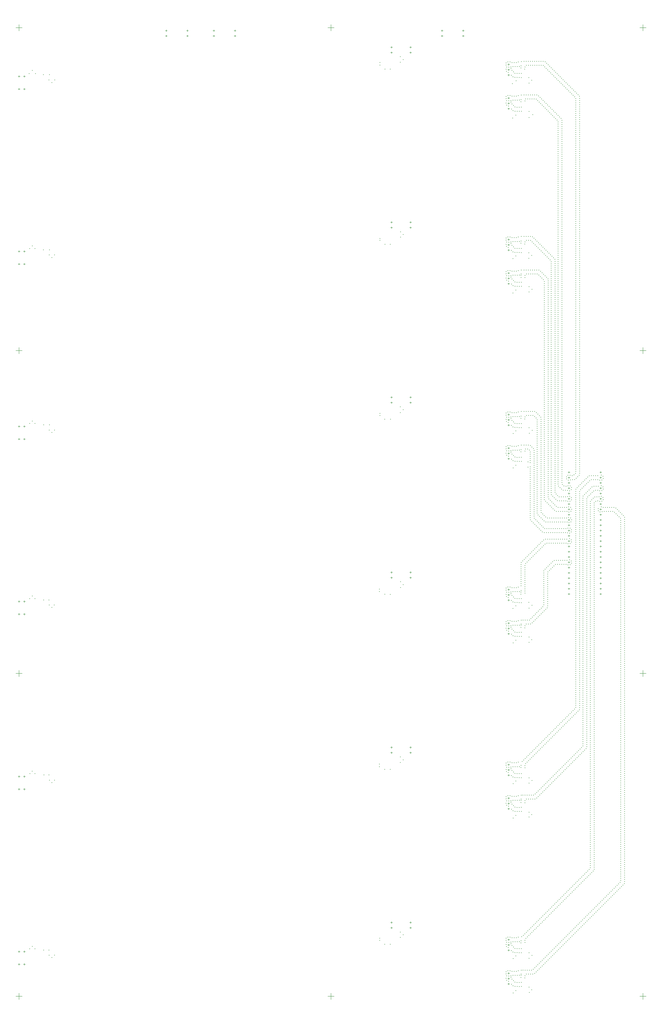
<source format=gbr>
%TF.GenerationSoftware,Altium Limited,Altium Designer,22.9.1 (49)*%
G04 Layer_Color=128*
%FSLAX45Y45*%
%MOMM*%
%TF.SameCoordinates,19B3199C-24C9-4E42-A554-521A99F5088D*%
%TF.FilePolarity,Positive*%
%TF.FileFunction,Drillmap*%
%TF.Part,Single*%
G01*
G75*
%TA.AperFunction,NonConductor*%
%ADD29C,0.12700*%
D29*
X23069000Y48882300D02*
X23159000D01*
X23114000Y48837299D02*
Y48927301D01*
X23069000Y49136301D02*
X23159000D01*
X23114000Y49091299D02*
Y49181299D01*
X24085001Y48882300D02*
X24175000D01*
X24130000Y48837299D02*
Y48927301D01*
X24085001Y49136301D02*
X24175000D01*
X24130000Y49091299D02*
Y49181299D01*
X32613599Y18288000D02*
X32918399D01*
X32766000Y18135600D02*
Y18440401D01*
X2641600Y33782001D02*
X2946400D01*
X2794000Y33629599D02*
Y33934399D01*
X17627600Y2794000D02*
X17932401D01*
X17780000Y2641600D02*
Y2946400D01*
X17627600Y49276001D02*
X17932401D01*
X17780000Y49123599D02*
Y49428400D01*
X9822900Y49136301D02*
X9912900D01*
X9867900Y49091299D02*
Y49181299D01*
X9822900Y48882300D02*
X9912900D01*
X9867900Y48837299D02*
Y48927301D01*
X10838900Y49136301D02*
X10928900D01*
X10883900Y49091299D02*
Y49181299D01*
X10838900Y48882300D02*
X10928900D01*
X10883900Y48837299D02*
Y48927301D01*
X13124899Y49136301D02*
X13214900D01*
X13169901Y49091299D02*
Y49181299D01*
X13124899Y48882300D02*
X13214900D01*
X13169901Y48837299D02*
Y48927301D01*
X12108900Y49136301D02*
X12198900D01*
X12153900Y49091299D02*
Y49181299D01*
X12108900Y48882300D02*
X12198900D01*
X12153900Y48837299D02*
Y48927301D01*
X32613599Y33782001D02*
X32918399D01*
X32766000Y33629599D02*
Y33934399D01*
X2641600Y18288000D02*
X2946400D01*
X2794000Y18135600D02*
Y18440401D01*
X32613599Y2794000D02*
X32918399D01*
X32766000Y2641600D02*
Y2946400D01*
X32613599Y49276001D02*
X32918399D01*
X32766000Y49123599D02*
Y49428400D01*
X2641600Y49276001D02*
X2946400D01*
X2794000Y49123599D02*
Y49428400D01*
X2641600Y2794000D02*
X2946400D01*
X2794000Y2641600D02*
Y2946400D01*
X2749000Y12730734D02*
X2839000D01*
X2794000Y12685734D02*
Y12775734D01*
X3003000Y12730734D02*
X3093000D01*
X3048000Y12685734D02*
Y12775734D01*
X2749000Y4330700D02*
X2839000D01*
X2794000Y4285700D02*
Y4375700D01*
X3003000Y4330700D02*
X3093000D01*
X3048000Y4285700D02*
Y4375700D01*
X21557700Y6083300D02*
X21647701D01*
X21602699Y6038300D02*
Y6128300D01*
X21557700Y6337300D02*
X21647701D01*
X21602699Y6292300D02*
Y6382300D01*
X26269400Y5003800D02*
X26359399D01*
X26314401Y4958800D02*
Y5048800D01*
X26269400Y5257800D02*
X26359399D01*
X26314401Y5212800D02*
Y5302800D01*
X26269400Y5511800D02*
X26359399D01*
X26314401Y5466800D02*
Y5556800D01*
X26269400Y3390900D02*
X26359399D01*
X26314401Y3345900D02*
Y3435900D01*
X26269400Y3644900D02*
X26359399D01*
X26314401Y3599900D02*
Y3689900D01*
X26269400Y3898900D02*
X26359399D01*
X26314401Y3853900D02*
Y3943900D01*
X20643300Y6337300D02*
X20733299D01*
X20688300Y6292300D02*
Y6382300D01*
X20643300Y6083300D02*
X20733299D01*
X20688300Y6038300D02*
Y6128300D01*
X3003000Y4940300D02*
X3093000D01*
X3048000Y4895300D02*
Y4985300D01*
X2749000Y4940300D02*
X2839000D01*
X2794000Y4895300D02*
Y4985300D01*
X2749000Y46330869D02*
X2839000D01*
X2794000Y46285870D02*
Y46375870D01*
X3003000Y46330869D02*
X3093000D01*
X3048000Y46285870D02*
Y46375870D01*
X21557700Y48083469D02*
X21647701D01*
X21602699Y48038470D02*
Y48128470D01*
X21557700Y48337469D02*
X21647701D01*
X21602699Y48292471D02*
Y48382471D01*
X21557700Y14483334D02*
X21647701D01*
X21602699Y14438335D02*
Y14528334D01*
X21557700Y14737334D02*
X21647701D01*
X21602699Y14692334D02*
Y14782333D01*
X21557700Y22883368D02*
X21647701D01*
X21602699Y22838368D02*
Y22928368D01*
X21557700Y23137367D02*
X21647701D01*
X21602699Y23092368D02*
Y23182368D01*
X21557700Y31283401D02*
X21647701D01*
X21602699Y31238403D02*
Y31328403D01*
X21557700Y31537402D02*
X21647701D01*
X21602699Y31492401D02*
Y31582401D01*
X21557700Y39683435D02*
X21647701D01*
X21602699Y39638437D02*
Y39728436D01*
X21557700Y39937436D02*
X21647701D01*
X21602699Y39892435D02*
Y39982437D01*
X2749000Y21130768D02*
X2839000D01*
X2794000Y21085768D02*
Y21175768D01*
X3003000Y21130768D02*
X3093000D01*
X3048000Y21085768D02*
Y21175768D01*
X2749000Y29530801D02*
X2839000D01*
X2794000Y29485803D02*
Y29575803D01*
X3003000Y29530801D02*
X3093000D01*
X3048000Y29485803D02*
Y29575803D01*
X2749000Y37930835D02*
X2839000D01*
X2794000Y37885837D02*
Y37975836D01*
X3003000Y37930835D02*
X3093000D01*
X3048000Y37885837D02*
Y37975836D01*
X26269400Y45391071D02*
X26359399D01*
X26314401Y45346069D02*
Y45436069D01*
X26269400Y45645071D02*
X26359399D01*
X26314401Y45600070D02*
Y45690070D01*
X26269400Y45899069D02*
X26359399D01*
X26314401Y45854071D02*
Y45944070D01*
X26269400Y47003970D02*
X26359399D01*
X26314401Y46958969D02*
Y47048969D01*
X26269400Y47257971D02*
X26359399D01*
X26314401Y47212970D02*
Y47302969D01*
X26269400Y47511969D02*
X26359399D01*
X26314401Y47466971D02*
Y47556970D01*
X26269400Y20190968D02*
X26359399D01*
X26314401Y20145969D02*
Y20235968D01*
X26269400Y20444968D02*
X26359399D01*
X26314401Y20399968D02*
Y20489967D01*
X26269400Y20698969D02*
X26359399D01*
X26314401Y20653967D02*
Y20743968D01*
X26269400Y21803868D02*
X26359399D01*
X26314401Y21758868D02*
Y21848868D01*
X26269400Y22057867D02*
X26359399D01*
X26314401Y22012868D02*
Y22102869D01*
X26269400Y22311868D02*
X26359399D01*
X26314401Y22266869D02*
Y22356868D01*
X26269400Y36991037D02*
X26359399D01*
X26314401Y36946036D02*
Y37036035D01*
X26269400Y37245035D02*
X26359399D01*
X26314401Y37200037D02*
Y37290036D01*
X26269400Y37499036D02*
X26359399D01*
X26314401Y37454037D02*
Y37544037D01*
X26269400Y38603937D02*
X26359399D01*
X26314401Y38558936D02*
Y38648935D01*
X26269400Y38857935D02*
X26359399D01*
X26314401Y38812936D02*
Y38902936D01*
X26269400Y39111935D02*
X26359399D01*
X26314401Y39066937D02*
Y39156937D01*
X26269400Y30711902D02*
X26359399D01*
X26314401Y30666901D02*
Y30756903D01*
X26269400Y30457901D02*
X26359399D01*
X26314401Y30412903D02*
Y30502902D01*
X26269400Y30203903D02*
X26359399D01*
X26314401Y30158902D02*
Y30248901D01*
X26269400Y29099002D02*
X26359399D01*
X26314401Y29054001D02*
Y29144003D01*
X26269400Y28845001D02*
X26359399D01*
X26314401Y28800003D02*
Y28890002D01*
X26269400Y28591003D02*
X26359399D01*
X26314401Y28546002D02*
Y28636002D01*
X20643300Y31283401D02*
X20733299D01*
X20688300Y31238403D02*
Y31328403D01*
X20643300Y31537402D02*
X20733299D01*
X20688300Y31492401D02*
Y31582401D01*
X2749000Y30140402D02*
X2839000D01*
X2794000Y30095401D02*
Y30185403D01*
X3003000Y30140402D02*
X3093000D01*
X3048000Y30095401D02*
Y30185403D01*
X26269400Y13911835D02*
X26359399D01*
X26314401Y13866833D02*
Y13956834D01*
X26269400Y13657834D02*
X26359399D01*
X26314401Y13612834D02*
Y13702834D01*
X26269400Y13403835D02*
X26359399D01*
X26314401Y13358833D02*
Y13448834D01*
X26269400Y12298934D02*
X26359399D01*
X26314401Y12253934D02*
Y12343934D01*
X26269400Y12044934D02*
X26359399D01*
X26314401Y11999934D02*
Y12089934D01*
X26269400Y11790934D02*
X26359399D01*
X26314401Y11745934D02*
Y11835934D01*
X29164999Y27939999D02*
X29254999D01*
X29210001Y27895001D02*
Y27985001D01*
X29164999Y22098000D02*
X29254999D01*
X29210001Y22053000D02*
Y22142999D01*
X29164999Y22352000D02*
X29254999D01*
X29210001Y22307001D02*
Y22397000D01*
X29164999Y22606000D02*
X29254999D01*
X29210001Y22561000D02*
Y22650999D01*
X29164999Y22860001D02*
X29254999D01*
X29210001Y22814999D02*
Y22905000D01*
X29164999Y23114000D02*
X29254999D01*
X29210001Y23069000D02*
Y23159000D01*
X29164999Y23367999D02*
X29254999D01*
X29210001Y23323000D02*
Y23413000D01*
X29164999Y23622000D02*
X29254999D01*
X29210001Y23577000D02*
Y23667000D01*
X29164999Y23875999D02*
X29254999D01*
X29210001Y23831000D02*
Y23921001D01*
X29164999Y24130000D02*
X29254999D01*
X29210001Y24085001D02*
Y24175000D01*
X29164999Y24384000D02*
X29254999D01*
X29210001Y24339000D02*
Y24428999D01*
X29164999Y24638000D02*
X29254999D01*
X29210001Y24592999D02*
Y24683000D01*
X29164999Y24892000D02*
X29254999D01*
X29210001Y24847000D02*
Y24937000D01*
X29164999Y25146001D02*
X29254999D01*
X29210001Y25100999D02*
Y25191000D01*
X29164999Y25400000D02*
X29254999D01*
X29210001Y25355000D02*
Y25445000D01*
X29164999Y25654001D02*
X29254999D01*
X29210001Y25609000D02*
Y25698999D01*
X29164999Y25907999D02*
X29254999D01*
X29210001Y25863000D02*
Y25953000D01*
X29164999Y26162000D02*
X29254999D01*
X29210001Y26117001D02*
Y26207001D01*
X29164999Y26416000D02*
X29254999D01*
X29210001Y26370999D02*
Y26460999D01*
X29164999Y26670001D02*
X29254999D01*
X29210001Y26625000D02*
Y26714999D01*
X29164999Y26923999D02*
X29254999D01*
X29210001Y26879001D02*
Y26969000D01*
X29164999Y27178000D02*
X29254999D01*
X29210001Y27132999D02*
Y27223001D01*
X29164999Y27432001D02*
X29254999D01*
X29210001Y27387000D02*
Y27476999D01*
X29164999Y27685999D02*
X29254999D01*
X29210001Y27641000D02*
Y27731000D01*
X2749000Y13340334D02*
X2839000D01*
X2794000Y13295334D02*
Y13385333D01*
X3003000Y13340334D02*
X3093000D01*
X3048000Y13295334D02*
Y13385333D01*
X20643300Y14483334D02*
X20733299D01*
X20688300Y14438335D02*
Y14528334D01*
X20643300Y14737334D02*
X20733299D01*
X20688300Y14692334D02*
Y14782333D01*
X30689001Y22098000D02*
X30779001D01*
X30734000Y22053000D02*
Y22142999D01*
X30689001Y27939999D02*
X30779001D01*
X30734000Y27895001D02*
Y27985001D01*
X30689001Y27685999D02*
X30779001D01*
X30734000Y27641000D02*
Y27731000D01*
X30689001Y27432001D02*
X30779001D01*
X30734000Y27387000D02*
Y27476999D01*
X30689001Y27178000D02*
X30779001D01*
X30734000Y27132999D02*
Y27223001D01*
X30689001Y26923999D02*
X30779001D01*
X30734000Y26879001D02*
Y26969000D01*
X30689001Y26670001D02*
X30779001D01*
X30734000Y26625000D02*
Y26714999D01*
X30689001Y26416000D02*
X30779001D01*
X30734000Y26370999D02*
Y26460999D01*
X30689001Y26162000D02*
X30779001D01*
X30734000Y26117001D02*
Y26207001D01*
X30689001Y25907999D02*
X30779001D01*
X30734000Y25863000D02*
Y25953000D01*
X30689001Y25654001D02*
X30779001D01*
X30734000Y25609000D02*
Y25698999D01*
X30689001Y25400000D02*
X30779001D01*
X30734000Y25355000D02*
Y25445000D01*
X30689001Y25146001D02*
X30779001D01*
X30734000Y25100999D02*
Y25191000D01*
X30689001Y24892000D02*
X30779001D01*
X30734000Y24847000D02*
Y24937000D01*
X30689001Y24638000D02*
X30779001D01*
X30734000Y24592999D02*
Y24683000D01*
X30689001Y24384000D02*
X30779001D01*
X30734000Y24339000D02*
Y24428999D01*
X30689001Y24130000D02*
X30779001D01*
X30734000Y24085001D02*
Y24175000D01*
X30689001Y23875999D02*
X30779001D01*
X30734000Y23831000D02*
Y23921001D01*
X30689001Y23622000D02*
X30779001D01*
X30734000Y23577000D02*
Y23667000D01*
X30689001Y23367999D02*
X30779001D01*
X30734000Y23323000D02*
Y23413000D01*
X30689001Y23114000D02*
X30779001D01*
X30734000Y23069000D02*
Y23159000D01*
X30689001Y22860001D02*
X30779001D01*
X30734000Y22814999D02*
Y22905000D01*
X30689001Y22606000D02*
X30779001D01*
X30734000Y22561000D02*
Y22650999D01*
X30689001Y22352000D02*
X30779001D01*
X30734000Y22307001D02*
Y22397000D01*
X20643300Y22883368D02*
X20733299D01*
X20688300Y22838368D02*
Y22928368D01*
X20643300Y23137367D02*
X20733299D01*
X20688300Y23092368D02*
Y23182368D01*
X20643300Y39683435D02*
X20733299D01*
X20688300Y39638437D02*
Y39728436D01*
X20643300Y39937436D02*
X20733299D01*
X20688300Y39892435D02*
Y39982437D01*
X20643300Y48083469D02*
X20733299D01*
X20688300Y48038470D02*
Y48128470D01*
X20643300Y48337469D02*
X20733299D01*
X20688300Y48292471D02*
Y48382471D01*
X2749000Y21740369D02*
X2839000D01*
X2794000Y21695367D02*
Y21785368D01*
X3003000Y21740369D02*
X3093000D01*
X3048000Y21695367D02*
Y21785368D01*
X2749000Y38540436D02*
X2839000D01*
X2794000Y38495435D02*
Y38585437D01*
X3003000Y38540436D02*
X3093000D01*
X3048000Y38495435D02*
Y38585437D01*
X2749000Y46940469D02*
X2839000D01*
X2794000Y46895471D02*
Y46985471D01*
X3003000Y46940469D02*
X3093000D01*
X3048000Y46895471D02*
Y46985471D01*
X26703061Y38496710D02*
X26728461D01*
X26715762Y38484009D02*
Y38509409D01*
X26503372Y38523184D02*
X26528772D01*
X26516071Y38510486D02*
Y38535886D01*
X26504901Y38201599D02*
X26530301D01*
X26517599Y38188901D02*
Y38214301D01*
X26601462Y38496710D02*
X26626862D01*
X26614160Y38484009D02*
Y38509409D01*
X26431229Y38594727D02*
X26456628D01*
X26443930Y38582025D02*
Y38607425D01*
X26644601Y38328601D02*
X26670001D01*
X26657300Y38315900D02*
Y38341299D01*
X26282184Y38732617D02*
X26307584D01*
X26294885Y38719916D02*
Y38745316D01*
X20612100Y5295900D02*
X20637500D01*
X20624800Y5283200D02*
Y5308600D01*
X20345399Y5295900D02*
X20370799D01*
X20358099Y5283200D02*
Y5308600D01*
X20612100Y13690601D02*
X20637500D01*
X20624800Y13677901D02*
Y13703300D01*
X20345399Y13690601D02*
X20370799D01*
X20358099Y13677901D02*
Y13703300D01*
X20612100Y22085300D02*
X20637500D01*
X20624800Y22072600D02*
Y22098000D01*
X20350768Y22094040D02*
X20376167D01*
X20363467Y22081340D02*
Y22106740D01*
X20358099Y47294800D02*
X20383501D01*
X20370799Y47282101D02*
Y47307501D01*
X20612100Y47294800D02*
X20637500D01*
X20624800Y47282101D02*
Y47307501D01*
X20358099Y38887399D02*
X20383501D01*
X20370799Y38874701D02*
Y38900101D01*
X20612100Y38887399D02*
X20637500D01*
X20624800Y38874701D02*
Y38900101D01*
Y30492700D02*
X20650200D01*
X20637500Y30479999D02*
Y30505399D01*
X20345399Y30492700D02*
X20370799D01*
X20358099Y30479999D02*
Y30505399D01*
X3543300Y5080000D02*
X3568700D01*
X3556000Y5067300D02*
Y5092700D01*
X3416300Y5194300D02*
X3441700D01*
X3429000Y5181600D02*
Y5207000D01*
X3289300Y5080000D02*
X3314700D01*
X3302000Y5067300D02*
Y5092700D01*
X4216400Y5016500D02*
X4241800D01*
X4229100Y5003800D02*
Y5029200D01*
X3962400Y5016500D02*
X3987800D01*
X3975100Y5003800D02*
Y5029200D01*
X4356100Y4660900D02*
X4381500D01*
X4368800Y4648200D02*
Y4673600D01*
X4483100Y4775200D02*
X4508500D01*
X4495800Y4762500D02*
Y4787900D01*
X4226074Y4770083D02*
X4251474D01*
X4238774Y4757383D02*
Y4782783D01*
X4356100Y13055600D02*
X4381500D01*
X4368800Y13042900D02*
Y13068300D01*
X4483100Y13169901D02*
X4508500D01*
X4495800Y13157201D02*
Y13182600D01*
X4241800Y13169901D02*
X4267200D01*
X4254500Y13157201D02*
Y13182600D01*
X4216400Y13423900D02*
X4241800D01*
X4229100Y13411200D02*
Y13436600D01*
X3975100Y13423900D02*
X4000500D01*
X3987800Y13411200D02*
Y13436600D01*
X3543300Y13487399D02*
X3568700D01*
X3556000Y13474699D02*
Y13500101D01*
X3302000Y13487399D02*
X3327400D01*
X3314700Y13474699D02*
Y13500101D01*
X3412004Y13602122D02*
X3437404D01*
X3424704Y13589423D02*
Y13614822D01*
X3962400Y21818600D02*
X3987800D01*
X3975100Y21805901D02*
Y21831300D01*
X4216400Y21818600D02*
X4241800D01*
X4229100Y21805901D02*
Y21831300D01*
X4356100Y21463000D02*
X4381500D01*
X4368800Y21450301D02*
Y21475700D01*
X4470400Y21577299D02*
X4495800D01*
X4483100Y21564600D02*
Y21589999D01*
X4229100Y21577299D02*
X4254500D01*
X4241800Y21564600D02*
Y21589999D01*
X3543300Y21882100D02*
X3568700D01*
X3556000Y21869400D02*
Y21894800D01*
X3289300Y21882100D02*
X3314700D01*
X3302000Y21869400D02*
Y21894800D01*
X3416300Y22009100D02*
X3441700D01*
X3429000Y21996400D02*
Y22021800D01*
X3543300Y30289499D02*
X3568700D01*
X3556000Y30276801D02*
Y30302200D01*
X3289300Y30289499D02*
X3314700D01*
X3302000Y30276801D02*
Y30302200D01*
X3416300Y30403799D02*
X3441700D01*
X3429000Y30391101D02*
Y30416501D01*
X3962400Y30226001D02*
X3987800D01*
X3975100Y30213300D02*
Y30238699D01*
X4241800Y30226001D02*
X4267200D01*
X4254500Y30213300D02*
Y30238699D01*
X4356100Y29857700D02*
X4381500D01*
X4368800Y29845001D02*
Y29870401D01*
X4483100Y29972000D02*
X4508500D01*
X4495800Y29959299D02*
Y29984698D01*
X4229100Y29972000D02*
X4254500D01*
X4241800Y29959299D02*
Y29984698D01*
X3949700Y38620700D02*
X3975100D01*
X3962400Y38607999D02*
Y38633401D01*
X4241800Y38620700D02*
X4267200D01*
X4254500Y38607999D02*
Y38633401D01*
X3543300Y38684201D02*
X3568700D01*
X3556000Y38671500D02*
Y38696899D01*
X3416300Y38811200D02*
X3441700D01*
X3429000Y38798499D02*
Y38823901D01*
X3289300Y38684201D02*
X3314700D01*
X3302000Y38671500D02*
Y38696899D01*
X4356100Y38252399D02*
X4381500D01*
X4368800Y38239700D02*
Y38265100D01*
X4483100Y38379401D02*
X4508500D01*
X4495800Y38366699D02*
Y38392099D01*
X4229100Y38379401D02*
X4254500D01*
X4241800Y38366699D02*
Y38392099D01*
X3949700Y47028101D02*
X3975100D01*
X3962400Y47015399D02*
Y47040799D01*
X4241800Y47028101D02*
X4267200D01*
X4254500Y47015399D02*
Y47040799D01*
X3568700Y47078900D02*
X3594100D01*
X3581400Y47066199D02*
Y47091599D01*
X3263900Y47078900D02*
X3289300D01*
X3276600Y47066199D02*
Y47091599D01*
X3416300Y47231299D02*
X3441700D01*
X3429000Y47218600D02*
Y47244000D01*
X4356100Y46647101D02*
X4381500D01*
X4368800Y46634399D02*
Y46659799D01*
X4216400Y46774100D02*
X4241800D01*
X4229100Y46761401D02*
Y46786801D01*
X4495800Y46774100D02*
X4521200D01*
X4508500Y46761401D02*
Y46786801D01*
X20116800Y47485300D02*
X20142200D01*
X20129500Y47472601D02*
Y47498001D01*
X20116800Y47612299D02*
X20142200D01*
X20129500Y47599600D02*
Y47625000D01*
X21094701D02*
X21120100D01*
X21107401Y47612299D02*
Y47637701D01*
X21234399Y47751999D02*
X21259801D01*
X21247099Y47739301D02*
Y47764700D01*
X21094701Y47891699D02*
X21120100D01*
X21107401Y47879001D02*
Y47904401D01*
X20116800Y39077899D02*
X20142200D01*
X20129500Y39065201D02*
Y39090601D01*
X20116800Y39166800D02*
X20142200D01*
X20129500Y39154099D02*
Y39179501D01*
X21107401Y39230301D02*
X21132800D01*
X21120100Y39217599D02*
Y39242999D01*
X21234399Y39357300D02*
X21259801D01*
X21247099Y39344601D02*
Y39370001D01*
X21107401Y39484299D02*
X21132800D01*
X21120100Y39471600D02*
Y39497000D01*
X20116800Y30670499D02*
X20142200D01*
X20129500Y30657800D02*
Y30683200D01*
X20116800Y30772101D02*
X20142200D01*
X20129500Y30759399D02*
Y30784799D01*
X21094701Y30810199D02*
X21120100D01*
X21107401Y30797501D02*
Y30822900D01*
X21234399Y30949899D02*
X21259801D01*
X21247099Y30937201D02*
Y30962601D01*
X21094701Y31089600D02*
X21120100D01*
X21107401Y31076901D02*
Y31102301D01*
X20091400Y22225000D02*
X20116800D01*
X20104100Y22212300D02*
Y22237700D01*
X20091400Y22339301D02*
X20116800D01*
X20104100Y22326601D02*
Y22352000D01*
X21107401Y22415500D02*
X21132800D01*
X21120100Y22402800D02*
Y22428200D01*
X21234399Y22555200D02*
X21259801D01*
X21247099Y22542500D02*
Y22567900D01*
X21107401Y22694901D02*
X21132800D01*
X21120100Y22682201D02*
Y22707600D01*
X20091400Y13817599D02*
X20116800D01*
X20104100Y13804900D02*
Y13830299D01*
X20091400Y13944600D02*
X20116800D01*
X20104100Y13931900D02*
Y13957300D01*
X21234399Y14147800D02*
X21259801D01*
X21247099Y14135100D02*
Y14160500D01*
X21094701Y14020799D02*
X21120100D01*
X21107401Y14008099D02*
Y14033501D01*
X21098628Y14284859D02*
X21124028D01*
X21111328Y14272157D02*
Y14297559D01*
X21234399Y5753100D02*
X21259801D01*
X21247099Y5740400D02*
Y5765800D01*
X21094701Y5626100D02*
X21120100D01*
X21107401Y5613400D02*
Y5638800D01*
X21094701Y5880100D02*
X21120100D01*
X21107401Y5867400D02*
Y5892800D01*
X20104100Y5486400D02*
X20129500D01*
X20116800Y5473700D02*
Y5499100D01*
X20104100Y5588000D02*
X20129500D01*
X20116800Y5575300D02*
Y5600700D01*
X26644601Y3073400D02*
X26670001D01*
X26657300Y3060700D02*
Y3086100D01*
X26517599Y2959100D02*
X26542999D01*
X26530301Y2946400D02*
Y2971800D01*
X27292300Y2984500D02*
X27317700D01*
X27304999Y2971800D02*
Y2997200D01*
X27406601Y3111500D02*
X27432001D01*
X27419299Y3098800D02*
Y3124200D01*
X27279599Y3238500D02*
X27304999D01*
X27292300Y3225800D02*
Y3251200D01*
X26517599Y4610100D02*
X26542999D01*
X26530301Y4597400D02*
Y4622800D01*
X26644601Y4737100D02*
X26670001D01*
X26657300Y4724400D02*
Y4749800D01*
X27279599Y4622800D02*
X27304999D01*
X27292300Y4610100D02*
Y4635500D01*
X27419299Y4762500D02*
X27444699D01*
X27432001Y4749800D02*
Y4775200D01*
X27279599Y4889500D02*
X27304999D01*
X27292300Y4876800D02*
Y4902200D01*
X26517599Y11353800D02*
X26542999D01*
X26530301Y11341100D02*
Y11366500D01*
X26644601Y11480800D02*
X26670001D01*
X26657300Y11468100D02*
Y11493500D01*
X27279599Y11404600D02*
X27304999D01*
X27292300Y11391900D02*
Y11417300D01*
X27406601Y11518900D02*
X27432001D01*
X27419299Y11506200D02*
Y11531600D01*
X27279599Y11633200D02*
X27304999D01*
X27292300Y11620500D02*
Y11645900D01*
X26517599Y13004800D02*
X26542999D01*
X26530301Y12992101D02*
Y13017500D01*
X26644601Y13131799D02*
X26670001D01*
X26657300Y13119099D02*
Y13144501D01*
X27279599Y13030200D02*
X27304999D01*
X27292300Y13017500D02*
Y13042900D01*
X27419299Y13157201D02*
X27444699D01*
X27432001Y13144501D02*
Y13169901D01*
X27279599Y13284200D02*
X27304999D01*
X27292300Y13271500D02*
Y13296899D01*
X26644601Y19888200D02*
X26670001D01*
X26657300Y19875500D02*
Y19900900D01*
X26517599Y19761200D02*
X26542999D01*
X26530301Y19748500D02*
Y19773900D01*
X27279599Y19786600D02*
X27304999D01*
X27292300Y19773900D02*
Y19799300D01*
X27406601Y19913600D02*
X27432001D01*
X27419299Y19900900D02*
Y19926300D01*
X27279599Y20040601D02*
X27304999D01*
X27292300Y20027901D02*
Y20053300D01*
X26644601Y21539200D02*
X26670001D01*
X26657300Y21526500D02*
Y21551900D01*
X26504901Y21412199D02*
X26530301D01*
X26517599Y21399500D02*
Y21424899D01*
X27279599D02*
X27304999D01*
X27292300Y21412199D02*
Y21437601D01*
X27419299Y21564600D02*
X27444699D01*
X27432001Y21551900D02*
Y21577299D01*
X27266901Y21704300D02*
X27292300D01*
X27279599Y21691600D02*
Y21717000D01*
X26517599Y28155899D02*
X26542999D01*
X26530301Y28143201D02*
Y28168600D01*
X26644601Y28282901D02*
X26670001D01*
X26657300Y28270200D02*
Y28295599D01*
X27228799Y28194000D02*
X27254199D01*
X27241501Y28181299D02*
Y28206699D01*
X27228799Y28448001D02*
X27254199D01*
X27241501Y28435300D02*
Y28460699D01*
X26517599Y29806900D02*
X26542999D01*
X26530301Y29794199D02*
Y29819601D01*
X26644601Y29933899D02*
X26670001D01*
X26657300Y29921201D02*
Y29946600D01*
X27292300Y29819601D02*
X27317700D01*
X27304999Y29806900D02*
Y29832300D01*
X27432001Y29959299D02*
X27457401D01*
X27444699Y29946600D02*
Y29972000D01*
X27279599Y30086301D02*
X27304999D01*
X27292300Y30073599D02*
Y30098999D01*
X26504901Y36550601D02*
X26530301D01*
X26517599Y36537900D02*
Y36563300D01*
X26644601Y36690302D02*
X26670001D01*
X26657300Y36677600D02*
Y36703000D01*
X27279599Y36601401D02*
X27304999D01*
X27292300Y36588699D02*
Y36614099D01*
X27419299Y36728400D02*
X27444699D01*
X27432001Y36715701D02*
Y36741101D01*
X27279599Y36855399D02*
X27304999D01*
X27292300Y36842700D02*
Y36868100D01*
X27266901Y38214301D02*
X27292300D01*
X27279599Y38201599D02*
Y38226999D01*
X27406601Y38354001D02*
X27432001D01*
X27419299Y38341299D02*
Y38366699D01*
X27266901Y38481000D02*
X27292300D01*
X27279599Y38468301D02*
Y38493701D01*
X26492200Y44945300D02*
X26517599D01*
X26504901Y44932599D02*
Y44957999D01*
X26644601Y45085001D02*
X26670001D01*
X26657300Y45072299D02*
Y45097699D01*
X27279599Y44970700D02*
X27304999D01*
X27292300Y44957999D02*
Y44983401D01*
X27279599Y45262799D02*
X27304999D01*
X27292300Y45250101D02*
Y45275500D01*
X27457401Y45110400D02*
X27482800D01*
X27470099Y45097699D02*
Y45123099D01*
X26479501Y46596301D02*
X26504901D01*
X26492200Y46583600D02*
Y46609000D01*
X26657300Y46735999D02*
X26682700D01*
X26670001Y46723300D02*
Y46748700D01*
X27279599Y46621701D02*
X27304999D01*
X27292300Y46609000D02*
Y46634399D01*
X27266901Y46888400D02*
X27292300D01*
X27279599Y46875699D02*
Y46901099D01*
X27406601Y46761401D02*
X27432001D01*
X27419299Y46748700D02*
Y46774100D01*
X26176208Y3663111D02*
X26201608D01*
X26188907Y3650411D02*
Y3675811D01*
X26203088Y3565131D02*
X26228488D01*
X26215787Y3552431D02*
Y3577831D01*
X26293164Y3518134D02*
X26318564D01*
X26305865Y3505434D02*
Y3530834D01*
X26437653Y3375265D02*
X26463055D01*
X26450354Y3362565D02*
Y3387965D01*
X26509497Y3303423D02*
X26534897D01*
X26522195Y3290723D02*
Y3316123D01*
X26605774Y3270974D02*
X26631174D01*
X26618475Y3258274D02*
Y3283674D01*
X26707376Y3270974D02*
X26732776D01*
X26720074Y3258274D02*
Y3283674D01*
X26808926Y3267855D02*
X26834326D01*
X26821628Y3255155D02*
Y3280555D01*
X26910522Y3268823D02*
X26935922D01*
X26923221Y3256123D02*
Y3281523D01*
X26906305Y3466795D02*
X26931705D01*
X26919003Y3454095D02*
Y3479495D01*
X26804807Y3462193D02*
X26830209D01*
X26817508Y3449493D02*
Y3474893D01*
X26703232Y3460026D02*
X26728632D01*
X26715930Y3447326D02*
Y3472726D01*
X26603091Y3477189D02*
X26628491D01*
X26615790Y3464489D02*
Y3489889D01*
X26531250Y3549031D02*
X26556650D01*
X26543948Y3536331D02*
Y3561731D01*
X26459406Y3620873D02*
X26484808D01*
X26472107Y3608173D02*
Y3633573D01*
X26410452Y3709901D02*
X26435852D01*
X26423151Y3697201D02*
Y3722601D01*
X26761493Y4023783D02*
X26786893D01*
X26774194Y4011083D02*
Y4036483D01*
X26664536Y3993426D02*
X26689935D01*
X26677234Y3980726D02*
Y4006126D01*
X26562933Y3993426D02*
X26588333D01*
X26575635Y3980726D02*
Y4006126D01*
X26461334Y3993426D02*
X26486734D01*
X26474033Y3980726D02*
Y4006126D01*
X26364996Y4025695D02*
X26390396D01*
X26377695Y4012995D02*
Y4038395D01*
X26263394Y4025695D02*
X26288794D01*
X26276096Y4012995D02*
Y4038395D01*
X26175180Y3975288D02*
X26200580D01*
X26187881Y3962588D02*
Y3987988D01*
X26174905Y3873688D02*
X26200305D01*
X26187604Y3860988D02*
Y3886388D01*
X26205667Y3776857D02*
X26231067D01*
X26218365Y3764157D02*
Y3789557D01*
X26307156Y3772105D02*
X26332556D01*
X26319855Y3759405D02*
Y3784805D01*
X26408084Y3783773D02*
X26433484D01*
X26420786Y3771073D02*
Y3796473D01*
X26507574Y3804374D02*
X26532974D01*
X26520273Y3791674D02*
Y3817074D01*
X26609174Y3804374D02*
X26634573D01*
X26621872Y3791674D02*
Y3817074D01*
X26710773Y3804374D02*
X26736172D01*
X26723474Y3791674D02*
Y3817074D01*
X26812323Y3807525D02*
X26837723D01*
X26825024Y3794825D02*
Y3820225D01*
X26898361Y3861565D02*
X26923761D01*
X26911060Y3848865D02*
Y3874265D01*
X26907321Y4049052D02*
X26932721D01*
X26920020Y4036352D02*
Y4061752D01*
X26178177Y5286787D02*
X26203577D01*
X26190878Y5274087D02*
Y5299487D01*
X26196341Y5186824D02*
X26221741D01*
X26209039Y5174124D02*
Y5199524D01*
X26282184Y5132480D02*
X26307584D01*
X26294885Y5119780D02*
Y5145180D01*
X26431229Y4994590D02*
X26456628D01*
X26443930Y4981890D02*
Y5007290D01*
X26503372Y4923049D02*
X26528772D01*
X26516071Y4910349D02*
Y4935749D01*
X26601462Y4896574D02*
X26626862D01*
X26614160Y4883874D02*
Y4909274D01*
X26703061Y4896574D02*
X26728461D01*
X26715762Y4883874D02*
Y4909274D01*
X26804440Y4889851D02*
X26829840D01*
X26817139Y4877151D02*
Y4902551D01*
X26905994Y4886799D02*
X26931393D01*
X26918692Y4874099D02*
Y4899499D01*
X26907791Y5084800D02*
X26933191D01*
X26920490Y5072100D02*
Y5097500D01*
X26806192Y5085626D02*
X26831592D01*
X26818893Y5072926D02*
Y5098326D01*
X26704593Y5085626D02*
X26729993D01*
X26717294Y5072926D02*
Y5098326D01*
X26603091Y5090089D02*
X26628491D01*
X26615790Y5077389D02*
Y5102789D01*
X26531250Y5161931D02*
X26556650D01*
X26543948Y5149231D02*
Y5174631D01*
X26459406Y5233773D02*
X26484808D01*
X26472107Y5221073D02*
Y5246473D01*
X26410452Y5322801D02*
X26435852D01*
X26423151Y5310101D02*
Y5335501D01*
X26761493Y5636683D02*
X26786893D01*
X26774194Y5623983D02*
Y5649383D01*
X26664536Y5606326D02*
X26689935D01*
X26677234Y5593626D02*
Y5619026D01*
X26562933Y5606326D02*
X26588333D01*
X26575635Y5593626D02*
Y5619026D01*
X26461334Y5606326D02*
X26486734D01*
X26474033Y5593626D02*
Y5619026D01*
X26364996Y5638595D02*
X26390396D01*
X26377695Y5625895D02*
Y5651295D01*
X26263394Y5638595D02*
X26288794D01*
X26276096Y5625895D02*
Y5651295D01*
X26175180Y5588188D02*
X26200580D01*
X26187881Y5575488D02*
Y5600888D01*
X26174905Y5486588D02*
X26200305D01*
X26187604Y5473888D02*
Y5499288D01*
X26205667Y5389757D02*
X26231067D01*
X26218365Y5377057D02*
Y5402457D01*
X26307156Y5385005D02*
X26332556D01*
X26319855Y5372305D02*
Y5397705D01*
X26408084Y5396673D02*
X26433484D01*
X26420786Y5383973D02*
Y5409373D01*
X26507574Y5417274D02*
X26532974D01*
X26520273Y5404574D02*
Y5429974D01*
X26609174Y5417274D02*
X26634573D01*
X26621872Y5404574D02*
Y5429974D01*
X26710773Y5417274D02*
X26736172D01*
X26723474Y5404574D02*
Y5429974D01*
X26812323Y5420425D02*
X26837723D01*
X26825024Y5407725D02*
Y5433125D01*
X26176208Y12063145D02*
X26201608D01*
X26188907Y12050445D02*
Y12075845D01*
X26203088Y11965165D02*
X26228488D01*
X26215787Y11952465D02*
Y11977865D01*
X26293164Y11918168D02*
X26318564D01*
X26305865Y11905468D02*
Y11930868D01*
X26437653Y11775299D02*
X26463055D01*
X26450354Y11762599D02*
Y11787999D01*
X26509497Y11703457D02*
X26534897D01*
X26522195Y11690757D02*
Y11716157D01*
X26605774Y11671008D02*
X26631174D01*
X26618475Y11658308D02*
Y11683708D01*
X26707376Y11671008D02*
X26732776D01*
X26720074Y11658308D02*
Y11683708D01*
X26808926Y11667889D02*
X26834326D01*
X26821628Y11655189D02*
Y11680589D01*
X26910522Y11668857D02*
X26935922D01*
X26923221Y11656157D02*
Y11681557D01*
X26906305Y11866829D02*
X26931705D01*
X26919003Y11854129D02*
Y11879529D01*
X26804807Y11862227D02*
X26830209D01*
X26817508Y11849527D02*
Y11874927D01*
X26703232Y11860060D02*
X26728632D01*
X26715930Y11847360D02*
Y11872760D01*
X26603091Y11877223D02*
X26628491D01*
X26615790Y11864523D02*
Y11889923D01*
X26531250Y11949065D02*
X26556650D01*
X26543948Y11936365D02*
Y11961765D01*
X26459406Y12020907D02*
X26484808D01*
X26472107Y12008207D02*
Y12033607D01*
X26410452Y12109935D02*
X26435852D01*
X26423151Y12097235D02*
Y12122635D01*
X26761493Y12423817D02*
X26786893D01*
X26774194Y12411117D02*
Y12436517D01*
X26664536Y12393460D02*
X26689935D01*
X26677234Y12380760D02*
Y12406160D01*
X26562933Y12393460D02*
X26588333D01*
X26575635Y12380760D02*
Y12406160D01*
X26461334Y12393460D02*
X26486734D01*
X26474033Y12380760D02*
Y12406160D01*
X26364996Y12425729D02*
X26390396D01*
X26377695Y12413029D02*
Y12438429D01*
X26263394Y12425729D02*
X26288794D01*
X26276096Y12413029D02*
Y12438429D01*
X26175180Y12375322D02*
X26200580D01*
X26187881Y12362622D02*
Y12388022D01*
X26174905Y12273722D02*
X26200305D01*
X26187604Y12261022D02*
Y12286422D01*
X26205667Y12176891D02*
X26231067D01*
X26218365Y12164191D02*
Y12189591D01*
X26307156Y12172139D02*
X26332556D01*
X26319855Y12159439D02*
Y12184839D01*
X26408084Y12183807D02*
X26433484D01*
X26420786Y12171107D02*
Y12196507D01*
X26507574Y12204408D02*
X26532974D01*
X26520273Y12191708D02*
Y12217108D01*
X26609174Y12204408D02*
X26634573D01*
X26621872Y12191708D02*
Y12217108D01*
X26710773Y12204408D02*
X26736172D01*
X26723474Y12191708D02*
Y12217108D01*
X26812323Y12207559D02*
X26837723D01*
X26825024Y12194859D02*
Y12220259D01*
X26898361Y12261599D02*
X26923761D01*
X26911060Y12248899D02*
Y12274299D01*
X26907321Y12449086D02*
X26932721D01*
X26920020Y12436386D02*
Y12461786D01*
X26178177Y13686821D02*
X26203577D01*
X26190878Y13674121D02*
Y13699521D01*
X26196341Y13586858D02*
X26221741D01*
X26209039Y13574158D02*
Y13599557D01*
X26282184Y13532513D02*
X26307584D01*
X26294885Y13519814D02*
Y13545213D01*
X26431229Y13394624D02*
X26456628D01*
X26443930Y13381924D02*
Y13407324D01*
X26503372Y13323083D02*
X26528772D01*
X26516071Y13310384D02*
Y13335783D01*
X26601462Y13296608D02*
X26626862D01*
X26614160Y13283908D02*
Y13309308D01*
X26703061Y13296608D02*
X26728461D01*
X26715762Y13283908D02*
Y13309308D01*
X26804440Y13289885D02*
X26829840D01*
X26817139Y13277185D02*
Y13302585D01*
X26905994Y13286833D02*
X26931393D01*
X26918692Y13274133D02*
Y13299533D01*
X26907791Y13484834D02*
X26933191D01*
X26920490Y13472134D02*
Y13497534D01*
X26806192Y13485660D02*
X26831592D01*
X26818893Y13472960D02*
Y13498360D01*
X26704593Y13485660D02*
X26729993D01*
X26717294Y13472960D02*
Y13498360D01*
X26603091Y13490123D02*
X26628491D01*
X26615790Y13477423D02*
Y13502823D01*
X26531250Y13561964D02*
X26556650D01*
X26543948Y13549265D02*
Y13574664D01*
X26459406Y13633807D02*
X26484808D01*
X26472107Y13621107D02*
Y13646507D01*
X26410452Y13722835D02*
X26435852D01*
X26423151Y13710135D02*
Y13735535D01*
X26761493Y14036717D02*
X26786893D01*
X26774194Y14024017D02*
Y14049417D01*
X26664536Y14006360D02*
X26689935D01*
X26677234Y13993660D02*
Y14019060D01*
X26562933Y14006360D02*
X26588333D01*
X26575635Y13993660D02*
Y14019060D01*
X26461334Y14006360D02*
X26486734D01*
X26474033Y13993660D02*
Y14019060D01*
X26364996Y14038629D02*
X26390396D01*
X26377695Y14025929D02*
Y14051329D01*
X26263394Y14038629D02*
X26288794D01*
X26276096Y14025929D02*
Y14051329D01*
X26175180Y13988222D02*
X26200580D01*
X26187881Y13975522D02*
Y14000922D01*
X26174905Y13886623D02*
X26200305D01*
X26187604Y13873923D02*
Y13899323D01*
X26205667Y13789790D02*
X26231067D01*
X26218365Y13777090D02*
Y13802492D01*
X26307156Y13785039D02*
X26332556D01*
X26319855Y13772339D02*
Y13797739D01*
X26408084Y13796707D02*
X26433484D01*
X26420786Y13784007D02*
Y13809407D01*
X26507574Y13817308D02*
X26532974D01*
X26520273Y13804608D02*
Y13830008D01*
X26609174Y13817308D02*
X26634573D01*
X26621872Y13804608D02*
Y13830008D01*
X26710773Y13817308D02*
X26736172D01*
X26723474Y13804608D02*
Y13830008D01*
X26812323Y13820459D02*
X26837723D01*
X26825024Y13807759D02*
Y13833159D01*
X26176208Y20463179D02*
X26201608D01*
X26188907Y20450479D02*
Y20475879D01*
X26203088Y20365199D02*
X26228488D01*
X26215787Y20352499D02*
Y20377899D01*
X26293164Y20318202D02*
X26318564D01*
X26305865Y20305502D02*
Y20330902D01*
X26437653Y20175333D02*
X26463055D01*
X26450354Y20162633D02*
Y20188033D01*
X26509497Y20103491D02*
X26534897D01*
X26522195Y20090791D02*
Y20116191D01*
X26605774Y20071042D02*
X26631174D01*
X26618475Y20058342D02*
Y20083742D01*
X26707376Y20071042D02*
X26732776D01*
X26720074Y20058342D02*
Y20083742D01*
X26808926Y20067923D02*
X26834326D01*
X26821628Y20055223D02*
Y20080623D01*
X26910522Y20068890D02*
X26935922D01*
X26923221Y20056190D02*
Y20081590D01*
X26906305Y20266862D02*
X26931705D01*
X26919003Y20254163D02*
Y20279562D01*
X26804807Y20262260D02*
X26830209D01*
X26817508Y20249561D02*
Y20274960D01*
X26703232Y20260094D02*
X26728632D01*
X26715930Y20247394D02*
Y20272794D01*
X26603091Y20277257D02*
X26628491D01*
X26615790Y20264557D02*
Y20289957D01*
X26531250Y20349100D02*
X26556650D01*
X26543948Y20336398D02*
Y20361800D01*
X26459406Y20420941D02*
X26484808D01*
X26472107Y20408241D02*
Y20433641D01*
X26410452Y20509969D02*
X26435852D01*
X26423151Y20497269D02*
Y20522668D01*
X26761493Y20823851D02*
X26786893D01*
X26774194Y20811151D02*
Y20836551D01*
X26664536Y20793494D02*
X26689935D01*
X26677234Y20780794D02*
Y20806194D01*
X26562933Y20793494D02*
X26588333D01*
X26575635Y20780794D02*
Y20806194D01*
X26461334Y20793494D02*
X26486734D01*
X26474033Y20780794D02*
Y20806194D01*
X26364996Y20825763D02*
X26390396D01*
X26377695Y20813063D02*
Y20838463D01*
X26263394Y20825763D02*
X26288794D01*
X26276096Y20813063D02*
Y20838463D01*
X26175180Y20775356D02*
X26200580D01*
X26187881Y20762656D02*
Y20788055D01*
X26174905Y20673756D02*
X26200305D01*
X26187604Y20661057D02*
Y20686456D01*
X26205667Y20576926D02*
X26231067D01*
X26218365Y20564224D02*
Y20589626D01*
X26307156Y20572173D02*
X26332556D01*
X26319855Y20559473D02*
Y20584872D01*
X26408084Y20583841D02*
X26433484D01*
X26420786Y20571141D02*
Y20596541D01*
X26507574Y20604442D02*
X26532974D01*
X26520273Y20591742D02*
Y20617142D01*
X26609174Y20604442D02*
X26634573D01*
X26621872Y20591742D02*
Y20617142D01*
X26710773Y20604442D02*
X26736172D01*
X26723474Y20591742D02*
Y20617142D01*
X26812323Y20607593D02*
X26837723D01*
X26825024Y20594893D02*
Y20620293D01*
X26898361Y20661633D02*
X26923761D01*
X26911060Y20648933D02*
Y20674333D01*
X26907321Y20849120D02*
X26932721D01*
X26920020Y20836420D02*
Y20861819D01*
X26178177Y22086855D02*
X26203577D01*
X26190878Y22074155D02*
Y22099554D01*
X26196341Y21986893D02*
X26221741D01*
X26209039Y21974191D02*
Y21999593D01*
X26282184Y21932549D02*
X26307584D01*
X26294885Y21919849D02*
Y21945248D01*
X26431229Y21794658D02*
X26456628D01*
X26443930Y21781958D02*
Y21807358D01*
X26503372Y21723117D02*
X26528772D01*
X26516071Y21710417D02*
Y21735817D01*
X26601462Y21696642D02*
X26626862D01*
X26614160Y21683942D02*
Y21709341D01*
X26703061Y21696642D02*
X26728461D01*
X26715762Y21683942D02*
Y21709341D01*
X26804440Y21689919D02*
X26829840D01*
X26817139Y21677219D02*
Y21702618D01*
X26905994Y21686867D02*
X26931393D01*
X26918692Y21674167D02*
Y21699567D01*
X26907791Y21884868D02*
X26933191D01*
X26920490Y21872168D02*
Y21897568D01*
X26806192Y21885693D02*
X26831592D01*
X26818893Y21872993D02*
Y21898393D01*
X26704593Y21885693D02*
X26729993D01*
X26717294Y21872993D02*
Y21898393D01*
X26603091Y21890157D02*
X26628491D01*
X26615790Y21877457D02*
Y21902856D01*
X26531250Y21962000D02*
X26556650D01*
X26543948Y21949300D02*
Y21974699D01*
X26459406Y22033841D02*
X26484808D01*
X26472107Y22021141D02*
Y22046541D01*
X26410452Y22122868D02*
X26435852D01*
X26423151Y22110168D02*
Y22135568D01*
X26761493Y22436751D02*
X26786893D01*
X26774194Y22424051D02*
Y22449451D01*
X26664536Y22406393D02*
X26689935D01*
X26677234Y22393694D02*
Y22419093D01*
X26562933Y22406393D02*
X26588333D01*
X26575635Y22393694D02*
Y22419093D01*
X26461334Y22406393D02*
X26486734D01*
X26474033Y22393694D02*
Y22419093D01*
X26364996Y22438663D02*
X26390396D01*
X26377695Y22425963D02*
Y22451363D01*
X26263394Y22438663D02*
X26288794D01*
X26276096Y22425963D02*
Y22451363D01*
X26175180Y22388255D02*
X26200580D01*
X26187881Y22375555D02*
Y22400957D01*
X26174905Y22286656D02*
X26200305D01*
X26187604Y22273956D02*
Y22299356D01*
X26205667Y22189825D02*
X26231067D01*
X26218365Y22177126D02*
Y22202525D01*
X26307156Y22185072D02*
X26332556D01*
X26319855Y22172372D02*
Y22197774D01*
X26408084Y22196741D02*
X26433484D01*
X26420786Y22184041D02*
Y22209441D01*
X26507574Y22217342D02*
X26532974D01*
X26520273Y22204642D02*
Y22230042D01*
X26609174Y22217342D02*
X26634573D01*
X26621872Y22204642D02*
Y22230042D01*
X26710773Y22217342D02*
X26736172D01*
X26723474Y22204642D02*
Y22230042D01*
X26812323Y22220493D02*
X26837723D01*
X26825024Y22207793D02*
Y22233192D01*
X26898361Y22274533D02*
X26923761D01*
X26911060Y22261833D02*
Y22287233D01*
X26176208Y28863214D02*
X26201608D01*
X26188907Y28850513D02*
Y28875912D01*
X26203088Y28765234D02*
X26228488D01*
X26215787Y28752533D02*
Y28777933D01*
X26293164Y28718237D02*
X26318564D01*
X26305865Y28705536D02*
Y28730936D01*
X26437653Y28575366D02*
X26463055D01*
X26450354Y28562668D02*
Y28588068D01*
X26509497Y28503525D02*
X26534897D01*
X26522195Y28490826D02*
Y28516226D01*
X26605774Y28471075D02*
X26631174D01*
X26618475Y28458377D02*
Y28483777D01*
X26707376Y28471075D02*
X26732776D01*
X26720074Y28458377D02*
Y28483777D01*
X26808926Y28467957D02*
X26834326D01*
X26821628Y28455258D02*
Y28480658D01*
X26910522Y28468924D02*
X26935922D01*
X26923221Y28456226D02*
Y28481625D01*
X26906305Y28666898D02*
X26931705D01*
X26919003Y28654196D02*
Y28679596D01*
X26804807Y28662296D02*
X26830209D01*
X26817508Y28649594D02*
Y28674994D01*
X26703232Y28660129D02*
X26728632D01*
X26715930Y28647427D02*
Y28672827D01*
X26603091Y28677292D02*
X26628491D01*
X26615790Y28664590D02*
Y28689990D01*
X26531250Y28749133D02*
X26556650D01*
X26543948Y28736432D02*
Y28761832D01*
X26459406Y28820975D02*
X26484808D01*
X26472107Y28808276D02*
Y28833676D01*
X26410452Y28910004D02*
X26435852D01*
X26423151Y28897302D02*
Y28922702D01*
X26761493Y29223886D02*
X26786893D01*
X26774194Y29211185D02*
Y29236584D01*
X26664536Y29193527D02*
X26689935D01*
X26677234Y29180829D02*
Y29206229D01*
X26562933Y29193527D02*
X26588333D01*
X26575635Y29180829D02*
Y29206229D01*
X26461334Y29193527D02*
X26486734D01*
X26474033Y29180829D02*
Y29206229D01*
X26364996Y29225797D02*
X26390396D01*
X26377695Y29213098D02*
Y29238498D01*
X26263394Y29225797D02*
X26288794D01*
X26276096Y29213098D02*
Y29238498D01*
X26175180Y29175391D02*
X26200580D01*
X26187881Y29162689D02*
Y29188089D01*
X26174905Y29073792D02*
X26200305D01*
X26187604Y29061090D02*
Y29086490D01*
X26205667Y28976959D02*
X26231067D01*
X26218365Y28964258D02*
Y28989658D01*
X26307156Y28972208D02*
X26332556D01*
X26319855Y28959506D02*
Y28984906D01*
X26408084Y28983875D02*
X26433484D01*
X26420786Y28971176D02*
Y28996576D01*
X26507574Y29004477D02*
X26532974D01*
X26520273Y28991776D02*
Y29017175D01*
X26609174Y29004477D02*
X26634573D01*
X26621872Y28991776D02*
Y29017175D01*
X26710773Y29004477D02*
X26736172D01*
X26723474Y28991776D02*
Y29017175D01*
X26812323Y29007626D02*
X26837723D01*
X26825024Y28994928D02*
Y29020328D01*
X26907321Y29249155D02*
X26932721D01*
X26920020Y29236453D02*
Y29261853D01*
X26178177Y30486890D02*
X26203577D01*
X26190878Y30474188D02*
Y30499588D01*
X26196341Y30386926D02*
X26221741D01*
X26209039Y30374225D02*
Y30399625D01*
X26282184Y30332581D02*
X26307584D01*
X26294885Y30319882D02*
Y30345282D01*
X26431229Y30194693D02*
X26456628D01*
X26443930Y30181992D02*
Y30207391D01*
X26503372Y30123151D02*
X26528772D01*
X26516071Y30110452D02*
Y30135852D01*
X26601462Y30096677D02*
X26626862D01*
X26614160Y30083975D02*
Y30109375D01*
X26703061Y30096677D02*
X26728461D01*
X26715762Y30083975D02*
Y30109375D01*
X26804440Y30089954D02*
X26829840D01*
X26817139Y30077252D02*
Y30102652D01*
X26905994Y30086902D02*
X26931393D01*
X26918692Y30074200D02*
Y30099600D01*
X26907791Y30284903D02*
X26933191D01*
X26920490Y30272202D02*
Y30297601D01*
X26806192Y30285727D02*
X26831592D01*
X26818893Y30273029D02*
Y30298428D01*
X26704593Y30285727D02*
X26729993D01*
X26717294Y30273029D02*
Y30298428D01*
X26603091Y30290192D02*
X26628491D01*
X26615790Y30277490D02*
Y30302890D01*
X26531250Y30362033D02*
X26556650D01*
X26543948Y30349332D02*
Y30374734D01*
X26459406Y30433875D02*
X26484808D01*
X26472107Y30421176D02*
Y30446576D01*
X26410452Y30522903D02*
X26435852D01*
X26423151Y30510202D02*
Y30535602D01*
X26761493Y30836786D02*
X26786893D01*
X26774194Y30824084D02*
Y30849484D01*
X26664536Y30806427D02*
X26689935D01*
X26677234Y30793729D02*
Y30819128D01*
X26562933Y30806427D02*
X26588333D01*
X26575635Y30793729D02*
Y30819128D01*
X26461334Y30806427D02*
X26486734D01*
X26474033Y30793729D02*
Y30819128D01*
X26364996Y30838696D02*
X26390396D01*
X26377695Y30825998D02*
Y30851398D01*
X26263394Y30838696D02*
X26288794D01*
X26276096Y30825998D02*
Y30851398D01*
X26175180Y30788290D02*
X26200580D01*
X26187881Y30775589D02*
Y30800989D01*
X26174905Y30686691D02*
X26200305D01*
X26187604Y30673990D02*
Y30699390D01*
X26205667Y30589859D02*
X26231067D01*
X26218365Y30577158D02*
Y30602560D01*
X26307156Y30585107D02*
X26332556D01*
X26319855Y30572406D02*
Y30597806D01*
X26408084Y30596774D02*
X26433484D01*
X26420786Y30584076D02*
Y30609476D01*
X26507574Y30617377D02*
X26532974D01*
X26520273Y30604675D02*
Y30630075D01*
X26609174Y30617377D02*
X26634573D01*
X26621872Y30604675D02*
Y30630075D01*
X26710773Y30617377D02*
X26736172D01*
X26723474Y30604675D02*
Y30630075D01*
X26812323Y30620526D02*
X26837723D01*
X26825024Y30607828D02*
Y30633228D01*
X26907321Y30862054D02*
X26932721D01*
X26920020Y30849353D02*
Y30874753D01*
X26176208Y37263248D02*
X26201608D01*
X26188907Y37250546D02*
Y37275946D01*
X26203088Y37165268D02*
X26228488D01*
X26215787Y37152567D02*
Y37177966D01*
X26293164Y37118271D02*
X26318564D01*
X26305865Y37105569D02*
Y37130969D01*
X26437653Y36975400D02*
X26463055D01*
X26450354Y36962701D02*
Y36988101D01*
X26509497Y36903558D02*
X26534897D01*
X26522195Y36890860D02*
Y36916260D01*
X26605774Y36871109D02*
X26631174D01*
X26618475Y36858411D02*
Y36883810D01*
X26707376Y36871109D02*
X26732776D01*
X26720074Y36858411D02*
Y36883810D01*
X26808926Y36867990D02*
X26834326D01*
X26821628Y36855292D02*
Y36880692D01*
X26910522Y36868958D02*
X26935922D01*
X26923221Y36856259D02*
Y36881659D01*
X26906305Y37066931D02*
X26931705D01*
X26919003Y37054230D02*
Y37079630D01*
X26804807Y37062329D02*
X26830209D01*
X26817508Y37049628D02*
Y37075031D01*
X26703232Y37060162D02*
X26728632D01*
X26715930Y37047461D02*
Y37072861D01*
X26603091Y37077325D02*
X26628491D01*
X26615790Y37064624D02*
Y37090024D01*
X26531250Y37149167D02*
X26556650D01*
X26543948Y37136469D02*
Y37161868D01*
X26459406Y37221008D02*
X26484808D01*
X26472107Y37208310D02*
Y37233710D01*
X26410452Y37310037D02*
X26435852D01*
X26423151Y37297336D02*
Y37322736D01*
X26761493Y37623920D02*
X26786893D01*
X26774194Y37611218D02*
Y37636618D01*
X26664536Y37593561D02*
X26689935D01*
X26677234Y37580862D02*
Y37606262D01*
X26562933Y37593561D02*
X26588333D01*
X26575635Y37580862D02*
Y37606262D01*
X26461334Y37593561D02*
X26486734D01*
X26474033Y37580862D02*
Y37606262D01*
X26364996Y37625830D02*
X26390396D01*
X26377695Y37613132D02*
Y37638531D01*
X26263394Y37625830D02*
X26288794D01*
X26276096Y37613132D02*
Y37638531D01*
X26175180Y37575424D02*
X26200580D01*
X26187881Y37562723D02*
Y37588123D01*
X26174905Y37473825D02*
X26200305D01*
X26187604Y37461124D02*
Y37486523D01*
X26205667Y37376993D02*
X26231067D01*
X26218365Y37364294D02*
Y37389694D01*
X26307156Y37372241D02*
X26332556D01*
X26319855Y37359540D02*
Y37384940D01*
X26408084Y37383908D02*
X26433484D01*
X26420786Y37371210D02*
Y37396609D01*
X26507574Y37404510D02*
X26532974D01*
X26520273Y37391809D02*
Y37417209D01*
X26609174Y37404510D02*
X26634573D01*
X26621872Y37391809D02*
Y37417209D01*
X26710773Y37404510D02*
X26736172D01*
X26723474Y37391809D02*
Y37417209D01*
X26812323Y37407660D02*
X26837723D01*
X26825024Y37394962D02*
Y37420361D01*
X26898361Y37461700D02*
X26923761D01*
X26911060Y37449002D02*
Y37474402D01*
X26907321Y37649188D02*
X26932721D01*
X26920020Y37636487D02*
Y37661887D01*
X26178177Y38886923D02*
X26203577D01*
X26190878Y38874222D02*
Y38899622D01*
X26196341Y38786960D02*
X26221741D01*
X26209039Y38774261D02*
Y38799661D01*
X26804440Y38489987D02*
X26829840D01*
X26817139Y38477286D02*
Y38502686D01*
X26905994Y38486935D02*
X26931393D01*
X26918692Y38474234D02*
Y38499634D01*
X26907791Y38684937D02*
X26933191D01*
X26920490Y38672235D02*
Y38697635D01*
X26806192Y38685760D02*
X26831592D01*
X26818893Y38673062D02*
Y38698462D01*
X26704593Y38685760D02*
X26729993D01*
X26717294Y38673062D02*
Y38698462D01*
X26603091Y38690225D02*
X26628491D01*
X26615790Y38677524D02*
Y38702924D01*
X26531250Y38762067D02*
X26556650D01*
X26543948Y38749368D02*
Y38774768D01*
X26459406Y38833908D02*
X26484808D01*
X26472107Y38821210D02*
Y38846609D01*
X26410452Y38922937D02*
X26435852D01*
X26423151Y38910236D02*
Y38935638D01*
X26761493Y39236819D02*
X26786893D01*
X26774194Y39224118D02*
Y39249518D01*
X26664536Y39206461D02*
X26689935D01*
X26677234Y39193762D02*
Y39219162D01*
X26562933Y39206461D02*
X26588333D01*
X26575635Y39193762D02*
Y39219162D01*
X26461334Y39206461D02*
X26486734D01*
X26474033Y39193762D02*
Y39219162D01*
X26364996Y39238730D02*
X26390396D01*
X26377695Y39226031D02*
Y39251431D01*
X26263394Y39238730D02*
X26288794D01*
X26276096Y39226031D02*
Y39251431D01*
X26175180Y39188324D02*
X26200580D01*
X26187881Y39175623D02*
Y39201025D01*
X26174905Y39086725D02*
X26200305D01*
X26187604Y39074023D02*
Y39099423D01*
X26205667Y38989893D02*
X26231067D01*
X26218365Y38977194D02*
Y39002594D01*
X26307156Y38985141D02*
X26332556D01*
X26319855Y38972440D02*
Y38997842D01*
X26408084Y38996808D02*
X26433484D01*
X26420786Y38984109D02*
Y39009509D01*
X26507574Y39017410D02*
X26532974D01*
X26520273Y39004709D02*
Y39030109D01*
X26609174Y39017410D02*
X26634573D01*
X26621872Y39004709D02*
Y39030109D01*
X26710773Y39017410D02*
X26736172D01*
X26723474Y39004709D02*
Y39030109D01*
X26812323Y39020560D02*
X26837723D01*
X26825024Y39007861D02*
Y39033261D01*
X26907321Y39262088D02*
X26932721D01*
X26920020Y39249387D02*
Y39274789D01*
X26176208Y45663281D02*
X26201608D01*
X26188907Y45650580D02*
Y45675980D01*
X26203088Y45565302D02*
X26228488D01*
X26215787Y45552600D02*
Y45578000D01*
X26293164Y45518304D02*
X26318564D01*
X26305865Y45505603D02*
Y45531003D01*
X26437653Y45375436D02*
X26463055D01*
X26450354Y45362735D02*
Y45388135D01*
X26509497Y45303592D02*
X26534897D01*
X26522195Y45290894D02*
Y45316293D01*
X26605774Y45271143D02*
X26631174D01*
X26618475Y45258444D02*
Y45283844D01*
X26707376Y45271143D02*
X26732776D01*
X26720074Y45258444D02*
Y45283844D01*
X26808926Y45268024D02*
X26834326D01*
X26821628Y45255325D02*
Y45280725D01*
X26910522Y45268994D02*
X26935922D01*
X26923221Y45256293D02*
Y45281693D01*
X26906305Y45466965D02*
X26931705D01*
X26919003Y45454266D02*
Y45479666D01*
X26804807Y45462363D02*
X26830209D01*
X26817508Y45449664D02*
Y45475064D01*
X26703232Y45460196D02*
X26728632D01*
X26715930Y45447495D02*
Y45472897D01*
X26603091Y45477359D02*
X26628491D01*
X26615790Y45464658D02*
Y45490060D01*
X26531250Y45549200D02*
X26556650D01*
X26543948Y45536502D02*
Y45561902D01*
X26459406Y45621042D02*
X26484808D01*
X26472107Y45608344D02*
Y45633743D01*
X26410452Y45710071D02*
X26435852D01*
X26423151Y45697372D02*
Y45722772D01*
X26761493Y46023953D02*
X26786893D01*
X26774194Y46011252D02*
Y46036652D01*
X26664536Y45993597D02*
X26689935D01*
X26677234Y45980896D02*
Y46006296D01*
X26562933Y45993597D02*
X26588333D01*
X26575635Y45980896D02*
Y46006296D01*
X26461334Y45993597D02*
X26486734D01*
X26474033Y45980896D02*
Y46006296D01*
X26364996Y46025864D02*
X26390396D01*
X26377695Y46013165D02*
Y46038565D01*
X26263394Y46025864D02*
X26288794D01*
X26276096Y46013165D02*
Y46038565D01*
X26175180Y45975458D02*
X26200580D01*
X26187881Y45962759D02*
Y45988159D01*
X26174905Y45873859D02*
X26200305D01*
X26187604Y45861157D02*
Y45886557D01*
X26205667Y45777026D02*
X26231067D01*
X26218365Y45764328D02*
Y45789728D01*
X26307156Y45772275D02*
X26332556D01*
X26319855Y45759576D02*
Y45784976D01*
X26408084Y45783942D02*
X26433484D01*
X26420786Y45771243D02*
Y45796643D01*
X26507574Y45804544D02*
X26532974D01*
X26520273Y45791843D02*
Y45817245D01*
X26609174Y45804544D02*
X26634573D01*
X26621872Y45791843D02*
Y45817245D01*
X26710773Y45804544D02*
X26736172D01*
X26723474Y45791843D02*
Y45817245D01*
X26812323Y45807693D02*
X26837723D01*
X26825024Y45794995D02*
Y45820395D01*
X26907321Y46049222D02*
X26932721D01*
X26920020Y46036523D02*
Y46061923D01*
X26178177Y47286957D02*
X26203577D01*
X26190878Y47274258D02*
Y47299658D01*
X26196341Y47186993D02*
X26221741D01*
X26209039Y47174295D02*
Y47199695D01*
X26282184Y47132651D02*
X26307584D01*
X26294885Y47119949D02*
Y47145349D01*
X26431229Y46994760D02*
X26456628D01*
X26443930Y46982059D02*
Y47007458D01*
X26503372Y46923218D02*
X26528772D01*
X26516071Y46910519D02*
Y46935919D01*
X26601462Y46896744D02*
X26626862D01*
X26614160Y46884045D02*
Y46909445D01*
X26703061Y46896744D02*
X26728461D01*
X26715762Y46884045D02*
Y46909445D01*
X26804440Y46890021D02*
X26829840D01*
X26817139Y46877322D02*
Y46902722D01*
X26905994Y46886969D02*
X26931393D01*
X26918692Y46874268D02*
Y46899670D01*
X26907791Y47084970D02*
X26933191D01*
X26920490Y47072269D02*
Y47097672D01*
X26806192Y47085797D02*
X26831592D01*
X26818893Y47073096D02*
Y47098495D01*
X26704593Y47085797D02*
X26729993D01*
X26717294Y47073096D02*
Y47098495D01*
X26603091Y47090259D02*
X26628491D01*
X26615790Y47077560D02*
Y47102960D01*
X26531250Y47162100D02*
X26556650D01*
X26543948Y47149402D02*
Y47174802D01*
X26459406Y47233942D02*
X26484808D01*
X26472107Y47221243D02*
Y47246643D01*
X26410452Y47322971D02*
X26435852D01*
X26423151Y47310272D02*
Y47335672D01*
X26761493Y47636853D02*
X26786893D01*
X26774194Y47624152D02*
Y47649554D01*
X26664536Y47606497D02*
X26689935D01*
X26677234Y47593796D02*
Y47619196D01*
X26562933Y47606497D02*
X26588333D01*
X26575635Y47593796D02*
Y47619196D01*
X26461334Y47606497D02*
X26486734D01*
X26474033Y47593796D02*
Y47619196D01*
X26364996Y47638766D02*
X26390396D01*
X26377695Y47626065D02*
Y47651465D01*
X26263394Y47638766D02*
X26288794D01*
X26276096Y47626065D02*
Y47651465D01*
X26175180Y47588358D02*
X26200580D01*
X26187881Y47575659D02*
Y47601059D01*
X26174905Y47486758D02*
X26200305D01*
X26187604Y47474057D02*
Y47499457D01*
X26205667Y47389926D02*
X26231067D01*
X26218365Y47377228D02*
Y47402628D01*
X26307156Y47385175D02*
X26332556D01*
X26319855Y47372476D02*
Y47397876D01*
X26408084Y47396844D02*
X26433484D01*
X26420786Y47384143D02*
Y47409543D01*
X26507574Y47417444D02*
X26532974D01*
X26520273Y47404745D02*
Y47430145D01*
X26609174Y47417444D02*
X26634573D01*
X26621872Y47404745D02*
Y47430145D01*
X26710773Y47417444D02*
X26736172D01*
X26723474Y47404745D02*
Y47430145D01*
X26812323Y47420596D02*
X26837723D01*
X26825024Y47407895D02*
Y47433295D01*
X26911942Y47651608D02*
X26937344D01*
X26924643Y47638907D02*
Y47664307D01*
X26892975Y47450195D02*
X26918375D01*
X26905673Y47437494D02*
Y47462894D01*
X26890704Y47348621D02*
X26916104D01*
X26903406Y47335919D02*
Y47361319D01*
X27066998Y47294525D02*
X27092398D01*
X27079697Y47281824D02*
Y47307224D01*
X27084296Y47394641D02*
X27109695D01*
X27096997Y47381940D02*
Y47407339D01*
X27146796Y47474744D02*
X27172195D01*
X27159494Y47462045D02*
Y47487445D01*
X27248395Y47474744D02*
X27273795D01*
X27261096Y47462045D02*
Y47487445D01*
X27349994Y47474744D02*
X27375394D01*
X27362695Y47462045D02*
Y47487445D01*
X27451596Y47474744D02*
X27476996D01*
X27464294Y47462045D02*
Y47487445D01*
X27553195Y47474744D02*
X27578595D01*
X27565894Y47462045D02*
Y47487445D01*
X27654794Y47474744D02*
X27680194D01*
X27667496Y47462045D02*
Y47487445D01*
X27756396Y47474744D02*
X27781796D01*
X27769095Y47462045D02*
Y47487445D01*
X27857996Y47474744D02*
X27883395D01*
X27870694Y47462045D02*
Y47487445D01*
X27959552Y47471768D02*
X27984952D01*
X27972250Y47459067D02*
Y47484467D01*
X28031393Y47399927D02*
X28056793D01*
X28044092Y47387225D02*
Y47412625D01*
X28103235Y47328085D02*
X28128635D01*
X28115936Y47315384D02*
Y47340784D01*
X28175076Y47256241D02*
X28200476D01*
X28187778Y47243542D02*
Y47268942D01*
X28246918Y47184399D02*
X28272318D01*
X28259619Y47171701D02*
Y47197101D01*
X28318762Y47112558D02*
X28344162D01*
X28331461Y47099857D02*
Y47125259D01*
X28390604Y47040717D02*
X28416003D01*
X28403302Y47028015D02*
Y47053415D01*
X28462445Y46968875D02*
X28487845D01*
X28475146Y46956174D02*
Y46981573D01*
X28534286Y46897031D02*
X28559686D01*
X28546988Y46884332D02*
Y46909732D01*
X28606128Y46825189D02*
X28631528D01*
X28618829Y46812491D02*
Y46837891D01*
X28677972Y46753348D02*
X28703372D01*
X28690671Y46740649D02*
Y46766049D01*
X28749814Y46681506D02*
X28775214D01*
X28762512Y46668805D02*
Y46694205D01*
X28821655Y46609662D02*
X28847055D01*
X28834357Y46596964D02*
Y46622363D01*
X28893497Y46537820D02*
X28918896D01*
X28906198Y46525122D02*
Y46550522D01*
X28965341Y46465979D02*
X28990741D01*
X28978040Y46453278D02*
Y46478680D01*
X29037183Y46394138D02*
X29062582D01*
X29049881Y46381436D02*
Y46406836D01*
X29109024Y46322296D02*
X29134424D01*
X29121725Y46309595D02*
Y46334995D01*
X29180865Y46250452D02*
X29206265D01*
X29193567Y46237753D02*
Y46263153D01*
X29252707Y46178610D02*
X29278107D01*
X29265408Y46165912D02*
Y46191312D01*
X29324551Y46106769D02*
X29349951D01*
X29337250Y46094070D02*
Y46119470D01*
X29396393Y46034927D02*
X29421793D01*
X29409091Y46022226D02*
Y46047626D01*
X29468234Y45963086D02*
X29493634D01*
X29480933Y45950385D02*
Y45975784D01*
X29521875Y45876797D02*
X29547275D01*
X29534573Y45864099D02*
Y45889499D01*
X29521875Y45775198D02*
X29547275D01*
X29534573Y45762500D02*
Y45787900D01*
X29521875Y45673599D02*
X29547275D01*
X29534573Y45660898D02*
Y45686298D01*
X29521875Y45572000D02*
X29547275D01*
X29534573Y45559299D02*
Y45584698D01*
X29521875Y45470398D02*
X29547275D01*
X29534573Y45457700D02*
Y45483099D01*
X29521875Y45368799D02*
X29547275D01*
X29534573Y45356100D02*
Y45381500D01*
X29521875Y45267200D02*
X29547275D01*
X29534573Y45254498D02*
Y45279898D01*
X29521875Y45165598D02*
X29547275D01*
X29534573Y45152899D02*
Y45178299D01*
X29521875Y45063998D02*
X29547275D01*
X29534573Y45051300D02*
Y45076700D01*
X29521875Y44962399D02*
X29547275D01*
X29534573Y44949698D02*
Y44975098D01*
X29521875Y44860800D02*
X29547275D01*
X29534573Y44848099D02*
Y44873499D01*
X29521875Y44759198D02*
X29547275D01*
X29534573Y44746500D02*
Y44771899D01*
X29521875Y44657599D02*
X29547275D01*
X29534573Y44644901D02*
Y44670300D01*
X29521875Y44556000D02*
X29547275D01*
X29534573Y44543298D02*
Y44568698D01*
X29521875Y44454398D02*
X29547275D01*
X29534573Y44441699D02*
Y44467099D01*
X29521875Y44352798D02*
X29547275D01*
X29534573Y44340100D02*
Y44365500D01*
X29521875Y44251199D02*
X29547275D01*
X29534573Y44238498D02*
Y44263898D01*
X29521875Y44149600D02*
X29547275D01*
X29534573Y44136899D02*
Y44162299D01*
X29521875Y44047998D02*
X29547275D01*
X29534573Y44035300D02*
Y44060699D01*
X29521875Y43946399D02*
X29547275D01*
X29534573Y43933698D02*
Y43959100D01*
X29521875Y43844800D02*
X29547275D01*
X29534573Y43832098D02*
Y43857498D01*
X29521875Y43743198D02*
X29547275D01*
X29534573Y43730499D02*
Y43755899D01*
X29521875Y43641599D02*
X29547275D01*
X29534573Y43628900D02*
Y43654300D01*
X29521875Y43539999D02*
X29547275D01*
X29534573Y43527298D02*
Y43552698D01*
X29521875Y43438400D02*
X29547275D01*
X29534573Y43425699D02*
Y43451099D01*
X29521875Y43336798D02*
X29547275D01*
X29534573Y43324100D02*
Y43349500D01*
X29521875Y43235199D02*
X29547275D01*
X29534573Y43222498D02*
Y43247900D01*
X29521875Y43133600D02*
X29547275D01*
X29534573Y43120898D02*
Y43146298D01*
X29521875Y43031998D02*
X29547275D01*
X29534573Y43019299D02*
Y43044699D01*
X29521875Y42930399D02*
X29547275D01*
X29534573Y42917700D02*
Y42943100D01*
X29521875Y42828799D02*
X29547275D01*
X29534573Y42816098D02*
Y42841498D01*
X29521875Y42727200D02*
X29547275D01*
X29534573Y42714499D02*
Y42739899D01*
X29521875Y42625598D02*
X29547275D01*
X29534573Y42612900D02*
Y42638300D01*
X29521875Y42523999D02*
X29547275D01*
X29534573Y42511298D02*
Y42536700D01*
X29521875Y42422400D02*
X29547275D01*
X29534573Y42409698D02*
Y42435098D01*
X29521875Y42320798D02*
X29547275D01*
X29534573Y42308099D02*
Y42333499D01*
X29521875Y42219199D02*
X29547275D01*
X29534573Y42206500D02*
Y42231900D01*
X29521875Y42117599D02*
X29547275D01*
X29534573Y42104898D02*
Y42130298D01*
X29521875Y42016000D02*
X29547275D01*
X29534573Y42003299D02*
Y42028699D01*
X29521875Y41914398D02*
X29547275D01*
X29534573Y41901700D02*
Y41927100D01*
X29521875Y41812799D02*
X29547275D01*
X29534573Y41800098D02*
Y41825500D01*
X29521875Y41711200D02*
X29547275D01*
X29534573Y41698499D02*
Y41723898D01*
X29521875Y41609598D02*
X29547275D01*
X29534573Y41596899D02*
Y41622299D01*
X29521875Y41507999D02*
X29547275D01*
X29534573Y41495300D02*
Y41520700D01*
X29521875Y41406400D02*
X29547275D01*
X29534573Y41393698D02*
Y41419098D01*
X29521875Y41304800D02*
X29547275D01*
X29534573Y41292099D02*
Y41317499D01*
X29521875Y41203198D02*
X29547275D01*
X29534573Y41190500D02*
Y41215900D01*
X29521875Y41101599D02*
X29547275D01*
X29534573Y41088898D02*
Y41114297D01*
X29521875Y41000000D02*
X29547275D01*
X29534573Y40987299D02*
Y41012698D01*
X29521875Y40898398D02*
X29547275D01*
X29534573Y40885699D02*
Y40911099D01*
X29521875Y40796799D02*
X29547275D01*
X29534573Y40784100D02*
Y40809500D01*
X29521875Y40695200D02*
X29547275D01*
X29534573Y40682498D02*
Y40707898D01*
X29521875Y40593600D02*
X29547275D01*
X29534573Y40580899D02*
Y40606299D01*
X29521875Y40491998D02*
X29547275D01*
X29534573Y40479300D02*
Y40504700D01*
X29521875Y40390399D02*
X29547275D01*
X29534573Y40377698D02*
Y40403098D01*
X29521875Y40288800D02*
X29547275D01*
X29534573Y40276099D02*
Y40301498D01*
X29521875Y40187198D02*
X29547275D01*
X29534573Y40174500D02*
Y40199899D01*
X29521875Y40085599D02*
X29547275D01*
X29534573Y40072900D02*
Y40098300D01*
X29521875Y39984000D02*
X29547275D01*
X29534573Y39971298D02*
Y39996698D01*
X29521875Y39882401D02*
X29547275D01*
X29534573Y39869699D02*
Y39895099D01*
X29521875Y39780798D02*
X29547275D01*
X29534573Y39768100D02*
Y39793500D01*
X29521875Y39679199D02*
X29547275D01*
X29534573Y39666498D02*
Y39691898D01*
X29521875Y39577600D02*
X29547275D01*
X29534573Y39564899D02*
Y39590298D01*
X29521875Y39475998D02*
X29547275D01*
X29534573Y39463300D02*
Y39488699D01*
X29521875Y39374399D02*
X29547275D01*
X29534573Y39361700D02*
Y39387100D01*
X29521875Y39272800D02*
X29547275D01*
X29534573Y39260098D02*
Y39285498D01*
X29521875Y39171198D02*
X29547275D01*
X29534573Y39158499D02*
Y39183899D01*
X29521875Y39069598D02*
X29547275D01*
X29534573Y39056900D02*
Y39082300D01*
X29521875Y38967999D02*
X29547275D01*
X29534573Y38955298D02*
Y38980698D01*
X29521875Y38866400D02*
X29547275D01*
X29534573Y38853699D02*
Y38879099D01*
X29521875Y38764798D02*
X29547275D01*
X29534573Y38752100D02*
Y38777499D01*
X29521875Y38663199D02*
X29547275D01*
X29534573Y38650500D02*
Y38675900D01*
X29521875Y38561600D02*
X29547275D01*
X29534573Y38548898D02*
Y38574298D01*
X29521875Y38459998D02*
X29547275D01*
X29534573Y38447299D02*
Y38472699D01*
X29521875Y38358398D02*
X29547275D01*
X29534573Y38345700D02*
Y38371100D01*
X29521875Y38256799D02*
X29547275D01*
X29534573Y38244098D02*
Y38269498D01*
X29521875Y38155200D02*
X29547275D01*
X29534573Y38142499D02*
Y38167899D01*
X29521875Y38053598D02*
X29547275D01*
X29534573Y38040900D02*
Y38066299D01*
X29521875Y37951999D02*
X29547275D01*
X29534573Y37939297D02*
Y37964700D01*
X29521875Y37850400D02*
X29547275D01*
X29534573Y37837698D02*
Y37863098D01*
X29521875Y37748798D02*
X29547275D01*
X29534573Y37736099D02*
Y37761499D01*
X29521875Y37647198D02*
X29547275D01*
X29534573Y37634500D02*
Y37659900D01*
X29521875Y37545599D02*
X29547275D01*
X29534573Y37532898D02*
Y37558298D01*
X29521875Y37444000D02*
X29547275D01*
X29534573Y37431299D02*
Y37456699D01*
X29521875Y37342398D02*
X29547275D01*
X29534573Y37329700D02*
Y37355099D01*
X29521875Y37240799D02*
X29547275D01*
X29534573Y37228098D02*
Y37253500D01*
X29521875Y37139200D02*
X29547275D01*
X29534573Y37126498D02*
Y37151898D01*
X29521875Y37037598D02*
X29547275D01*
X29534573Y37024899D02*
Y37050299D01*
X29521875Y36935999D02*
X29547275D01*
X29534573Y36923300D02*
Y36948700D01*
X29521875Y36834399D02*
X29547275D01*
X29534573Y36821698D02*
Y36847098D01*
X29521875Y36732800D02*
X29547275D01*
X29534573Y36720099D02*
Y36745499D01*
X29521875Y36631198D02*
X29547275D01*
X29534573Y36618500D02*
Y36643900D01*
X29521875Y36529599D02*
X29547275D01*
X29534573Y36516898D02*
Y36542300D01*
X29521875Y36428000D02*
X29547275D01*
X29534573Y36415298D02*
Y36440698D01*
X29521875Y36326398D02*
X29547275D01*
X29534573Y36313699D02*
Y36339099D01*
X29521875Y36224799D02*
X29547275D01*
X29534573Y36212100D02*
Y36237500D01*
X29521875Y36123199D02*
X29547275D01*
X29534573Y36110498D02*
Y36135898D01*
X29521875Y36021600D02*
X29547275D01*
X29534573Y36008899D02*
Y36034299D01*
X29521875Y35919998D02*
X29547275D01*
X29534573Y35907300D02*
Y35932700D01*
X29521875Y35818399D02*
X29547275D01*
X29534573Y35805698D02*
Y35831100D01*
X29521875Y35716800D02*
X29547275D01*
X29534573Y35704099D02*
Y35729498D01*
X29521875Y35615198D02*
X29547275D01*
X29534573Y35602499D02*
Y35627899D01*
X29521875Y35513599D02*
X29547275D01*
X29534573Y35500900D02*
Y35526300D01*
X29521875Y35412000D02*
X29547275D01*
X29534573Y35399298D02*
Y35424698D01*
X29521875Y35310400D02*
X29547275D01*
X29534573Y35297699D02*
Y35323099D01*
X29521875Y35208798D02*
X29547275D01*
X29534573Y35196100D02*
Y35221500D01*
X29521875Y35107199D02*
X29547275D01*
X29534573Y35094498D02*
Y35119901D01*
X29521875Y35005600D02*
X29547275D01*
X29534573Y34992899D02*
Y35018298D01*
X29521875Y34903998D02*
X29547275D01*
X29534573Y34891299D02*
Y34916699D01*
X29521875Y34802399D02*
X29547275D01*
X29534573Y34789700D02*
Y34815100D01*
X29521875Y34700800D02*
X29547275D01*
X29534573Y34688098D02*
Y34713498D01*
X29521875Y34599200D02*
X29547275D01*
X29534573Y34586499D02*
Y34611899D01*
X29521875Y34497598D02*
X29547275D01*
X29534573Y34484900D02*
Y34510300D01*
X29521875Y34395999D02*
X29547275D01*
X29534573Y34383298D02*
Y34408698D01*
X29521875Y34294400D02*
X29547275D01*
X29534573Y34281699D02*
Y34307098D01*
X29521875Y34192798D02*
X29547275D01*
X29534573Y34180099D02*
Y34205499D01*
X29521875Y34091199D02*
X29547275D01*
X29534573Y34078500D02*
Y34103900D01*
X29521875Y33989600D02*
X29547275D01*
X29534573Y33976898D02*
Y34002298D01*
X29521875Y33888000D02*
X29547275D01*
X29534573Y33875299D02*
Y33900699D01*
X29521875Y33786398D02*
X29547275D01*
X29534573Y33773700D02*
Y33799100D01*
X29521875Y33684799D02*
X29547275D01*
X29534573Y33672098D02*
Y33697498D01*
X29521875Y33583200D02*
X29547275D01*
X29534573Y33570499D02*
Y33595898D01*
X29521875Y33481598D02*
X29547275D01*
X29534573Y33468900D02*
Y33494299D01*
X29521875Y33379999D02*
X29547275D01*
X29534573Y33367300D02*
Y33392700D01*
X29521875Y33278400D02*
X29547275D01*
X29534573Y33265698D02*
Y33291098D01*
X29521875Y33176797D02*
X29547275D01*
X29534573Y33164099D02*
Y33189499D01*
X29521875Y33075198D02*
X29547275D01*
X29534573Y33062500D02*
Y33087900D01*
X29521875Y32973599D02*
X29547275D01*
X29534573Y32960898D02*
Y32986298D01*
X29521875Y32872000D02*
X29547275D01*
X29534573Y32859299D02*
Y32884698D01*
X29521875Y32770398D02*
X29547275D01*
X29534573Y32757700D02*
Y32783099D01*
X29521875Y32668799D02*
X29547275D01*
X29534573Y32656100D02*
Y32681500D01*
X29521875Y32567200D02*
X29547275D01*
X29534573Y32554498D02*
Y32579898D01*
X29521875Y32465598D02*
X29547275D01*
X29534573Y32452899D02*
Y32478299D01*
X29521875Y32363998D02*
X29547275D01*
X29534573Y32351300D02*
Y32376700D01*
X29521875Y32262399D02*
X29547275D01*
X29534573Y32249698D02*
Y32275098D01*
X29521875Y32160800D02*
X29547275D01*
X29534573Y32148099D02*
Y32173499D01*
X29521875Y32059198D02*
X29547275D01*
X29534573Y32046500D02*
Y32071899D01*
X29521875Y31957599D02*
X29547275D01*
X29534573Y31944901D02*
Y31970300D01*
X29521875Y31856000D02*
X29547275D01*
X29534573Y31843298D02*
Y31868698D01*
X29521875Y31754398D02*
X29547275D01*
X29534573Y31741699D02*
Y31767099D01*
X29521875Y31652798D02*
X29547275D01*
X29534573Y31640100D02*
Y31665500D01*
X29521875Y31551199D02*
X29547275D01*
X29534573Y31538498D02*
Y31563898D01*
X29521875Y31449600D02*
X29547275D01*
X29534573Y31436899D02*
Y31462299D01*
X29521875Y31347998D02*
X29547275D01*
X29534573Y31335300D02*
Y31360699D01*
X29521875Y31246399D02*
X29547275D01*
X29534573Y31233698D02*
Y31259100D01*
X29521875Y31144800D02*
X29547275D01*
X29534573Y31132098D02*
Y31157498D01*
X29521875Y31043198D02*
X29547275D01*
X29534573Y31030499D02*
Y31055899D01*
X29521875Y30941599D02*
X29547275D01*
X29534573Y30928900D02*
Y30954300D01*
X29521875Y30839999D02*
X29547275D01*
X29534573Y30827298D02*
Y30852698D01*
X29521875Y30738400D02*
X29547275D01*
X29534573Y30725699D02*
Y30751099D01*
X29521875Y30636798D02*
X29547275D01*
X29534573Y30624100D02*
Y30649500D01*
X29521875Y30535199D02*
X29547275D01*
X29534573Y30522498D02*
Y30547900D01*
X29521875Y30433600D02*
X29547275D01*
X29534573Y30420898D02*
Y30446298D01*
X29521875Y30331998D02*
X29547275D01*
X29534573Y30319299D02*
Y30344699D01*
X29521875Y30230399D02*
X29547275D01*
X29534573Y30217700D02*
Y30243100D01*
X29521875Y30128799D02*
X29547275D01*
X29534573Y30116098D02*
Y30141498D01*
X29521875Y30027200D02*
X29547275D01*
X29534573Y30014499D02*
Y30039899D01*
X29521875Y29925598D02*
X29547275D01*
X29534573Y29912900D02*
Y29938300D01*
X29521875Y29823999D02*
X29547275D01*
X29534573Y29811298D02*
Y29836700D01*
X29521875Y29722400D02*
X29547275D01*
X29534573Y29709698D02*
Y29735098D01*
X29521875Y29620798D02*
X29547275D01*
X29534573Y29608099D02*
Y29633499D01*
X29521875Y29519199D02*
X29547275D01*
X29534573Y29506500D02*
Y29531900D01*
X29521875Y29417599D02*
X29547275D01*
X29534573Y29404898D02*
Y29430298D01*
X29521875Y29316000D02*
X29547275D01*
X29534573Y29303299D02*
Y29328699D01*
X29521875Y29214398D02*
X29547275D01*
X29534573Y29201700D02*
Y29227100D01*
X29521875Y29112799D02*
X29547275D01*
X29534573Y29100098D02*
Y29125500D01*
X29521875Y29011200D02*
X29547275D01*
X29534573Y28998499D02*
Y29023898D01*
X29521875Y28909598D02*
X29547275D01*
X29534573Y28896899D02*
Y28922299D01*
X29521875Y28807999D02*
X29547275D01*
X29534573Y28795300D02*
Y28820700D01*
X29521875Y28706400D02*
X29547275D01*
X29534573Y28693698D02*
Y28719098D01*
X29521875Y28604800D02*
X29547275D01*
X29534573Y28592099D02*
Y28617499D01*
X29521875Y28503198D02*
X29547275D01*
X29534573Y28490500D02*
Y28515900D01*
X29521875Y28401599D02*
X29547275D01*
X29534573Y28388898D02*
Y28414297D01*
X29521875Y28300000D02*
X29547275D01*
X29534573Y28287299D02*
Y28312698D01*
X29521875Y28198398D02*
X29547275D01*
X29534573Y28185699D02*
Y28211099D01*
X29521875Y28096799D02*
X29547275D01*
X29534573Y28084100D02*
Y28109500D01*
X29521875Y27995200D02*
X29547275D01*
X29534573Y27982498D02*
Y28007898D01*
X29512915Y27893994D02*
X29538315D01*
X29525613Y27881293D02*
Y27906693D01*
X29441071Y27822153D02*
X29466473D01*
X29453772Y27809451D02*
Y27834851D01*
X29348389Y27780527D02*
X29373792D01*
X29361090Y27767825D02*
Y27793225D01*
X29249045Y27801810D02*
X29274445D01*
X29261743Y27789108D02*
Y27814508D01*
X29147446Y27802591D02*
X29172849D01*
X29160147Y27789893D02*
Y27815292D01*
X29077737Y27728680D02*
X29103137D01*
X29090436Y27715979D02*
Y27741379D01*
X29084631Y27627316D02*
X29110031D01*
X29097330Y27614615D02*
Y27640015D01*
X29163983Y27563867D02*
X29189383D01*
X29176685Y27551169D02*
Y27576569D01*
X29264545Y27578357D02*
X29289948D01*
X29277246Y27565656D02*
Y27591055D01*
X29365295Y27591473D02*
X29390695D01*
X29377997Y27578775D02*
Y27604175D01*
X29466776Y27596432D02*
X29492175D01*
X29479474Y27583734D02*
Y27609134D01*
X29546143Y27659863D02*
X29571542D01*
X29558844Y27647162D02*
Y27672562D01*
X29617984Y27731705D02*
X29643384D01*
X29630685Y27719003D02*
Y27744403D01*
X29689120Y27804245D02*
X29714520D01*
X29701819Y27791547D02*
Y27816946D01*
X29710925Y27903479D02*
X29736325D01*
X29723627Y27890778D02*
Y27916177D01*
X29710925Y28005078D02*
X29736325D01*
X29723627Y27992377D02*
Y28017776D01*
X29710925Y28106677D02*
X29736325D01*
X29723627Y28093979D02*
Y28119379D01*
X29710925Y28208279D02*
X29736325D01*
X29723627Y28195578D02*
Y28220978D01*
X29710925Y28309879D02*
X29736325D01*
X29723627Y28297177D02*
Y28322577D01*
X29710925Y28411478D02*
X29736325D01*
X29723627Y28398779D02*
Y28424179D01*
X29710925Y28513077D02*
X29736325D01*
X29723627Y28500378D02*
Y28525778D01*
X29710925Y28614679D02*
X29736325D01*
X29723627Y28601978D02*
Y28627377D01*
X29710925Y28716278D02*
X29736325D01*
X29723627Y28703577D02*
Y28728979D01*
X29710925Y28817877D02*
X29736325D01*
X29723627Y28805179D02*
Y28830579D01*
X29710925Y28919479D02*
X29736325D01*
X29723627Y28906778D02*
Y28932178D01*
X29710925Y29021078D02*
X29736325D01*
X29723627Y29008377D02*
Y29033777D01*
X29710925Y29122678D02*
X29736325D01*
X29723627Y29109979D02*
Y29135379D01*
X29710925Y29224277D02*
X29736325D01*
X29723627Y29211578D02*
Y29236978D01*
X29710925Y29325879D02*
X29736325D01*
X29723627Y29313177D02*
Y29338577D01*
X29710925Y29427478D02*
X29736325D01*
X29723627Y29414777D02*
Y29440179D01*
X29710925Y29529077D02*
X29736325D01*
X29723627Y29516379D02*
Y29541779D01*
X29710925Y29630679D02*
X29736325D01*
X29723627Y29617978D02*
Y29643378D01*
X29710925Y29732278D02*
X29736325D01*
X29723627Y29719577D02*
Y29744977D01*
X29710925Y29833878D02*
X29736325D01*
X29723627Y29821179D02*
Y29846579D01*
X29710925Y29935477D02*
X29736325D01*
X29723627Y29922778D02*
Y29948178D01*
X29710925Y30037079D02*
X29736325D01*
X29723627Y30024377D02*
Y30049777D01*
X29710925Y30138678D02*
X29736325D01*
X29723627Y30125977D02*
Y30151379D01*
X29710925Y30240277D02*
X29736325D01*
X29723627Y30227579D02*
Y30252979D01*
X29710925Y30341879D02*
X29736325D01*
X29723627Y30329178D02*
Y30354578D01*
X29710925Y30443478D02*
X29736325D01*
X29723627Y30430777D02*
Y30456177D01*
X29710925Y30545078D02*
X29736325D01*
X29723627Y30532379D02*
Y30557779D01*
X29710925Y30646677D02*
X29736325D01*
X29723627Y30633978D02*
Y30659378D01*
X29710925Y30748279D02*
X29736325D01*
X29723627Y30735577D02*
Y30760977D01*
X29710925Y30849878D02*
X29736325D01*
X29723627Y30837177D02*
Y30862579D01*
X29710925Y30951477D02*
X29736325D01*
X29723627Y30938779D02*
Y30964178D01*
X29710925Y31053079D02*
X29736325D01*
X29723627Y31040378D02*
Y31065778D01*
X29710925Y31154678D02*
X29736325D01*
X29723627Y31141977D02*
Y31167377D01*
X29710925Y31256277D02*
X29736325D01*
X29723627Y31243579D02*
Y31268979D01*
X29710925Y31357877D02*
X29736325D01*
X29723627Y31345178D02*
Y31370578D01*
X29710925Y31459479D02*
X29736325D01*
X29723627Y31446777D02*
Y31472177D01*
X29710925Y31561078D02*
X29736325D01*
X29723627Y31548380D02*
Y31573779D01*
X29710925Y31662677D02*
X29736325D01*
X29723627Y31649979D02*
Y31675378D01*
X29710925Y31764279D02*
X29736325D01*
X29723627Y31751578D02*
Y31776978D01*
X29710925Y31865878D02*
X29736325D01*
X29723627Y31853177D02*
Y31878577D01*
X29710925Y31967477D02*
X29736325D01*
X29723627Y31954779D02*
Y31980179D01*
X29710925Y32069077D02*
X29736325D01*
X29723627Y32056378D02*
Y32081778D01*
X29710925Y32170679D02*
X29736325D01*
X29723627Y32157977D02*
Y32183377D01*
X29710925Y32272278D02*
X29736325D01*
X29723627Y32259579D02*
Y32284979D01*
X29710925Y32373877D02*
X29736325D01*
X29723627Y32361179D02*
Y32386578D01*
X29710925Y32475479D02*
X29736325D01*
X29723627Y32462778D02*
Y32488177D01*
X29710925Y32577078D02*
X29736325D01*
X29723627Y32564377D02*
Y32589777D01*
X29710925Y32678677D02*
X29736325D01*
X29723627Y32665979D02*
Y32691379D01*
X29710925Y32780276D02*
X29736325D01*
X29723627Y32767578D02*
Y32792978D01*
X29710925Y32881879D02*
X29736325D01*
X29723627Y32869177D02*
Y32894577D01*
X29710925Y32983478D02*
X29736325D01*
X29723627Y32970779D02*
Y32996179D01*
X29710925Y33085077D02*
X29736325D01*
X29723627Y33072379D02*
Y33097778D01*
X29710925Y33186679D02*
X29736325D01*
X29723627Y33173978D02*
Y33199377D01*
X29710925Y33288278D02*
X29736325D01*
X29723627Y33275577D02*
Y33300977D01*
X29710925Y33389877D02*
X29736325D01*
X29723627Y33377179D02*
Y33402579D01*
X29710925Y33491479D02*
X29736325D01*
X29723627Y33478778D02*
Y33504178D01*
X29710925Y33593079D02*
X29736325D01*
X29723627Y33580377D02*
Y33605777D01*
X29710925Y33694678D02*
X29736325D01*
X29723627Y33681979D02*
Y33707379D01*
X29710925Y33796277D02*
X29736325D01*
X29723627Y33783578D02*
Y33808978D01*
X29710925Y33897879D02*
X29736325D01*
X29723627Y33885178D02*
Y33910577D01*
X29710925Y33999478D02*
X29736325D01*
X29723627Y33986777D02*
Y34012177D01*
X29710925Y34101077D02*
X29736325D01*
X29723627Y34088379D02*
Y34113779D01*
X29710925Y34202679D02*
X29736325D01*
X29723627Y34189978D02*
Y34215378D01*
X29710925Y34304279D02*
X29736325D01*
X29723627Y34291577D02*
Y34316977D01*
X29710925Y34405878D02*
X29736325D01*
X29723627Y34393179D02*
Y34418579D01*
X29710925Y34507477D02*
X29736325D01*
X29723627Y34494778D02*
Y34520178D01*
X29710925Y34609079D02*
X29736325D01*
X29723627Y34596378D02*
Y34621777D01*
X29710925Y34710678D02*
X29736325D01*
X29723627Y34697977D02*
Y34723380D01*
X29710925Y34812277D02*
X29736325D01*
X29723627Y34799579D02*
Y34824979D01*
X29710925Y34913879D02*
X29736325D01*
X29723627Y34901178D02*
Y34926578D01*
X29710925Y35015479D02*
X29736325D01*
X29723627Y35002777D02*
Y35028177D01*
X29710925Y35117078D02*
X29736325D01*
X29723627Y35104379D02*
Y35129779D01*
X29710925Y35218677D02*
X29736325D01*
X29723627Y35205978D02*
Y35231378D01*
X29710925Y35320279D02*
X29736325D01*
X29723627Y35307578D02*
Y35332977D01*
X29710925Y35421878D02*
X29736325D01*
X29723627Y35409177D02*
Y35434579D01*
X29710925Y35523477D02*
X29736325D01*
X29723627Y35510779D02*
Y35536179D01*
X29710925Y35625079D02*
X29736325D01*
X29723627Y35612378D02*
Y35637778D01*
X29710925Y35726678D02*
X29736325D01*
X29723627Y35713977D02*
Y35739377D01*
X29710925Y35828278D02*
X29736325D01*
X29723627Y35815579D02*
Y35840979D01*
X29710925Y35929877D02*
X29736325D01*
X29723627Y35917178D02*
Y35942578D01*
X29710925Y36031479D02*
X29736325D01*
X29723627Y36018777D02*
Y36044177D01*
X29710925Y36133078D02*
X29736325D01*
X29723627Y36120377D02*
Y36145779D01*
X29710925Y36234677D02*
X29736325D01*
X29723627Y36221979D02*
Y36247379D01*
X29710925Y36336279D02*
X29736325D01*
X29723627Y36323578D02*
Y36348978D01*
X29710925Y36437878D02*
X29736325D01*
X29723627Y36425177D02*
Y36450577D01*
X29710925Y36539478D02*
X29736325D01*
X29723627Y36526779D02*
Y36552179D01*
X29710925Y36641077D02*
X29736325D01*
X29723627Y36628378D02*
Y36653778D01*
X29710925Y36742679D02*
X29736325D01*
X29723627Y36729977D02*
Y36755377D01*
X29710925Y36844278D02*
X29736325D01*
X29723627Y36831577D02*
Y36856979D01*
X29710925Y36945877D02*
X29736325D01*
X29723627Y36933179D02*
Y36958578D01*
X29710925Y37047479D02*
X29736325D01*
X29723627Y37034778D02*
Y37060178D01*
X29710925Y37149078D02*
X29736325D01*
X29723627Y37136377D02*
Y37161777D01*
X29710925Y37250677D02*
X29736325D01*
X29723627Y37237979D02*
Y37263379D01*
X29710925Y37352277D02*
X29736325D01*
X29723627Y37339578D02*
Y37364978D01*
X29710925Y37453879D02*
X29736325D01*
X29723627Y37441177D02*
Y37466577D01*
X29710925Y37555478D02*
X29736325D01*
X29723627Y37542776D02*
Y37568179D01*
X29710925Y37657077D02*
X29736325D01*
X29723627Y37644379D02*
Y37669778D01*
X29710925Y37758679D02*
X29736325D01*
X29723627Y37745978D02*
Y37771378D01*
X29710925Y37860278D02*
X29736325D01*
X29723627Y37847577D02*
Y37872977D01*
X29710925Y37961877D02*
X29736325D01*
X29723627Y37949179D02*
Y37974579D01*
X29710925Y38063477D02*
X29736325D01*
X29723627Y38050778D02*
Y38076178D01*
X29710925Y38165079D02*
X29736325D01*
X29723627Y38152377D02*
Y38177777D01*
X29710925Y38266678D02*
X29736325D01*
X29723627Y38253979D02*
Y38279379D01*
X29710925Y38368277D02*
X29736325D01*
X29723627Y38355579D02*
Y38380978D01*
X29710925Y38469879D02*
X29736325D01*
X29723627Y38457178D02*
Y38482578D01*
X29710925Y38571478D02*
X29736325D01*
X29723627Y38558777D02*
Y38584177D01*
X29710925Y38673077D02*
X29736325D01*
X29723627Y38660379D02*
Y38685779D01*
X29710925Y38774677D02*
X29736325D01*
X29723627Y38761978D02*
Y38787378D01*
X29710925Y38876279D02*
X29736325D01*
X29723627Y38863577D02*
Y38888977D01*
X29710925Y38977878D02*
X29736325D01*
X29723627Y38965179D02*
Y38990579D01*
X29710925Y39079477D02*
X29736325D01*
X29723627Y39066779D02*
Y39092178D01*
X29710925Y39181079D02*
X29736325D01*
X29723627Y39168378D02*
Y39193777D01*
X29710925Y39282678D02*
X29736325D01*
X29723627Y39269977D02*
Y39295377D01*
X29710925Y39384277D02*
X29736325D01*
X29723627Y39371579D02*
Y39396979D01*
X29710925Y39485880D02*
X29736325D01*
X29723627Y39473178D02*
Y39498578D01*
X29710925Y39587479D02*
X29736325D01*
X29723627Y39574777D02*
Y39600177D01*
X29710925Y39689078D02*
X29736325D01*
X29723627Y39676379D02*
Y39701779D01*
X29710925Y39790677D02*
X29736325D01*
X29723627Y39777979D02*
Y39803378D01*
X29710925Y39892279D02*
X29736325D01*
X29723627Y39879578D02*
Y39904977D01*
X29710925Y39993878D02*
X29736325D01*
X29723627Y39981177D02*
Y40006577D01*
X29710925Y40095477D02*
X29736325D01*
X29723627Y40082779D02*
Y40108179D01*
X29710925Y40197079D02*
X29736325D01*
X29723627Y40184378D02*
Y40209778D01*
X29710925Y40298679D02*
X29736325D01*
X29723627Y40285977D02*
Y40311377D01*
X29710925Y40400278D02*
X29736325D01*
X29723627Y40387579D02*
Y40412979D01*
X29710925Y40501877D02*
X29736325D01*
X29723627Y40489178D02*
Y40514578D01*
X29710925Y40603479D02*
X29736325D01*
X29723627Y40590778D02*
Y40616177D01*
X29710925Y40705078D02*
X29736325D01*
X29723627Y40692377D02*
Y40717776D01*
X29710925Y40806677D02*
X29736325D01*
X29723627Y40793979D02*
Y40819379D01*
X29710925Y40908279D02*
X29736325D01*
X29723627Y40895578D02*
Y40920978D01*
X29710925Y41009879D02*
X29736325D01*
X29723627Y40997177D02*
Y41022577D01*
X29710925Y41111478D02*
X29736325D01*
X29723627Y41098779D02*
Y41124179D01*
X29710925Y41213077D02*
X29736325D01*
X29723627Y41200378D02*
Y41225778D01*
X29710925Y41314679D02*
X29736325D01*
X29723627Y41301978D02*
Y41327377D01*
X29710925Y41416278D02*
X29736325D01*
X29723627Y41403577D02*
Y41428979D01*
X29710925Y41517877D02*
X29736325D01*
X29723627Y41505179D02*
Y41530579D01*
X29710925Y41619479D02*
X29736325D01*
X29723627Y41606778D02*
Y41632178D01*
X29710925Y41721078D02*
X29736325D01*
X29723627Y41708377D02*
Y41733777D01*
X29710925Y41822678D02*
X29736325D01*
X29723627Y41809979D02*
Y41835379D01*
X29710925Y41924277D02*
X29736325D01*
X29723627Y41911578D02*
Y41936978D01*
X29710925Y42025879D02*
X29736325D01*
X29723627Y42013177D02*
Y42038577D01*
X29710925Y42127478D02*
X29736325D01*
X29723627Y42114777D02*
Y42140179D01*
X29710925Y42229077D02*
X29736325D01*
X29723627Y42216379D02*
Y42241779D01*
X29710925Y42330679D02*
X29736325D01*
X29723627Y42317978D02*
Y42343378D01*
X29710925Y42432278D02*
X29736325D01*
X29723627Y42419577D02*
Y42444977D01*
X29710925Y42533878D02*
X29736325D01*
X29723627Y42521179D02*
Y42546579D01*
X29710925Y42635477D02*
X29736325D01*
X29723627Y42622778D02*
Y42648178D01*
X29710925Y42737079D02*
X29736325D01*
X29723627Y42724377D02*
Y42749777D01*
X29710925Y42838678D02*
X29736325D01*
X29723627Y42825977D02*
Y42851379D01*
X29710925Y42940277D02*
X29736325D01*
X29723627Y42927579D02*
Y42952979D01*
X29710925Y43041879D02*
X29736325D01*
X29723627Y43029178D02*
Y43054578D01*
X29710925Y43143478D02*
X29736325D01*
X29723627Y43130777D02*
Y43156177D01*
X29710925Y43245078D02*
X29736325D01*
X29723627Y43232379D02*
Y43257779D01*
X29710925Y43346677D02*
X29736325D01*
X29723627Y43333978D02*
Y43359378D01*
X29710925Y43448279D02*
X29736325D01*
X29723627Y43435577D02*
Y43460977D01*
X29710925Y43549878D02*
X29736325D01*
X29723627Y43537177D02*
Y43562579D01*
X29710925Y43651477D02*
X29736325D01*
X29723627Y43638779D02*
Y43664178D01*
X29710925Y43753079D02*
X29736325D01*
X29723627Y43740378D02*
Y43765778D01*
X29710925Y43854678D02*
X29736325D01*
X29723627Y43841977D02*
Y43867377D01*
X29710925Y43956277D02*
X29736325D01*
X29723627Y43943579D02*
Y43968979D01*
X29710925Y44057877D02*
X29736325D01*
X29723627Y44045178D02*
Y44070578D01*
X29710925Y44159479D02*
X29736325D01*
X29723627Y44146777D02*
Y44172177D01*
X29710925Y44261078D02*
X29736325D01*
X29723627Y44248380D02*
Y44273779D01*
X29710925Y44362677D02*
X29736325D01*
X29723627Y44349979D02*
Y44375378D01*
X29710925Y44464279D02*
X29736325D01*
X29723627Y44451578D02*
Y44476978D01*
X29710925Y44565878D02*
X29736325D01*
X29723627Y44553177D02*
Y44578577D01*
X29710925Y44667477D02*
X29736325D01*
X29723627Y44654779D02*
Y44680179D01*
X29710925Y44769077D02*
X29736325D01*
X29723627Y44756378D02*
Y44781778D01*
X29710925Y44870679D02*
X29736325D01*
X29723627Y44857977D02*
Y44883377D01*
X29710925Y44972278D02*
X29736325D01*
X29723627Y44959579D02*
Y44984979D01*
X29710925Y45073877D02*
X29736325D01*
X29723627Y45061179D02*
Y45086578D01*
X29710925Y45175479D02*
X29736325D01*
X29723627Y45162778D02*
Y45188177D01*
X29710925Y45277078D02*
X29736325D01*
X29723627Y45264377D02*
Y45289777D01*
X29710925Y45378677D02*
X29736325D01*
X29723627Y45365979D02*
Y45391379D01*
X29710925Y45480276D02*
X29736325D01*
X29723627Y45467578D02*
Y45492978D01*
X29710925Y45581879D02*
X29736325D01*
X29723627Y45569177D02*
Y45594577D01*
X29710925Y45683478D02*
X29736325D01*
X29723627Y45670779D02*
Y45696179D01*
X29710925Y45785077D02*
X29736325D01*
X29723627Y45772379D02*
Y45797778D01*
X29710925Y45886679D02*
X29736325D01*
X29723627Y45873978D02*
Y45899377D01*
X29701389Y45987830D02*
X29726788D01*
X29714087Y45975131D02*
Y46000531D01*
X29634433Y46064246D02*
X29659833D01*
X29647134Y46051547D02*
Y46076947D01*
X29562592Y46136090D02*
X29587991D01*
X29575290Y46123389D02*
Y46148788D01*
X29490750Y46207932D02*
X29516150D01*
X29503448Y46195230D02*
Y46220630D01*
X29418906Y46279773D02*
X29444308D01*
X29431607Y46267072D02*
Y46292474D01*
X29347064Y46351614D02*
X29372464D01*
X29359766Y46338916D02*
Y46364316D01*
X29275223Y46423459D02*
X29300623D01*
X29287924Y46410757D02*
Y46436157D01*
X29203381Y46495300D02*
X29228781D01*
X29216080Y46482599D02*
Y46507999D01*
X29131540Y46567142D02*
X29156940D01*
X29144238Y46554443D02*
Y46579843D01*
X29059698Y46638983D02*
X29085098D01*
X29072397Y46626285D02*
Y46651685D01*
X28987854Y46710825D02*
X29013254D01*
X29000555Y46698126D02*
Y46723526D01*
X28916013Y46782669D02*
X28941412D01*
X28928714Y46769968D02*
Y46795367D01*
X28844171Y46854510D02*
X28869571D01*
X28856870Y46841809D02*
Y46867209D01*
X28772330Y46926352D02*
X28797729D01*
X28785028Y46913651D02*
Y46939053D01*
X28700488Y46998193D02*
X28725888D01*
X28713187Y46985495D02*
Y47010895D01*
X28628644Y47070035D02*
X28654044D01*
X28641345Y47057336D02*
Y47082736D01*
X28556802Y47141879D02*
X28582202D01*
X28569501Y47129178D02*
Y47154578D01*
X28484961Y47213721D02*
X28510361D01*
X28497662Y47201019D02*
Y47226419D01*
X28413120Y47285562D02*
X28438519D01*
X28425818Y47272861D02*
Y47298260D01*
X28341275Y47357404D02*
X28366675D01*
X28353976Y47344705D02*
Y47370105D01*
X28269434Y47429245D02*
X28294833D01*
X28282135Y47416547D02*
Y47441946D01*
X28197592Y47501089D02*
X28222992D01*
X28210291Y47488388D02*
Y47513788D01*
X28125751Y47572931D02*
X28151151D01*
X28138449Y47560229D02*
Y47585629D01*
X28052911Y47643762D02*
X28078311D01*
X28065610Y47631061D02*
Y47656461D01*
X27953305Y47663797D02*
X27978705D01*
X27966006Y47651096D02*
Y47676495D01*
X27851706Y47663797D02*
X27877106D01*
X27864407Y47651096D02*
Y47676495D01*
X27750107Y47663797D02*
X27775507D01*
X27762805Y47651096D02*
Y47676495D01*
X27648505Y47663797D02*
X27673907D01*
X27661206Y47651096D02*
Y47676495D01*
X27546906Y47663797D02*
X27572305D01*
X27559607Y47651096D02*
Y47676495D01*
X27445306Y47663797D02*
X27470706D01*
X27458005Y47651096D02*
Y47676495D01*
X27343707Y47663797D02*
X27369107D01*
X27356406Y47651096D02*
Y47676495D01*
X27242105Y47663797D02*
X27267505D01*
X27254807Y47651096D02*
Y47676495D01*
X27140506Y47663797D02*
X27165906D01*
X27153207Y47651096D02*
Y47676495D01*
X27038907Y47663797D02*
X27064307D01*
X27051605Y47651096D02*
Y47676495D01*
X26892975Y45830069D02*
X26918375D01*
X26905673Y45817368D02*
Y45842767D01*
X26890704Y45728494D02*
X26916104D01*
X26903406Y45715793D02*
Y45741193D01*
X27084296Y45764795D02*
X27109695D01*
X27096997Y45752094D02*
Y45777496D01*
X27114365Y45861844D02*
X27139764D01*
X27127066Y45849146D02*
Y45874545D01*
X27215964Y45861844D02*
X27241364D01*
X27228665Y45849146D02*
Y45874545D01*
X27317566Y45861844D02*
X27342966D01*
X27330264Y45849146D02*
Y45874545D01*
X27419165Y45861844D02*
X27444565D01*
X27431866Y45849146D02*
Y45874545D01*
X27520764Y45861844D02*
X27546164D01*
X27533466Y45849146D02*
Y45874545D01*
X27622021Y45853497D02*
X27647421D01*
X27634720Y45840799D02*
Y45866199D01*
X27693863Y45781656D02*
X27719263D01*
X27706564Y45768958D02*
Y45794357D01*
X27765704Y45709814D02*
X27791104D01*
X27778406Y45697113D02*
Y45722513D01*
X27837549Y45637970D02*
X27862949D01*
X27850247Y45625272D02*
Y45650671D01*
X27909390Y45566129D02*
X27934790D01*
X27922089Y45553430D02*
Y45578830D01*
X27981232Y45494287D02*
X28006631D01*
X27993933Y45481586D02*
Y45506989D01*
X28053073Y45422446D02*
X28078473D01*
X28065775Y45409744D02*
Y45435144D01*
X28124915Y45350604D02*
X28150317D01*
X28137616Y45337903D02*
Y45363303D01*
X28196759Y45278760D02*
X28222159D01*
X28209457Y45266061D02*
Y45291461D01*
X28268600Y45206918D02*
X28294000D01*
X28281299Y45194220D02*
Y45219620D01*
X28340442Y45135077D02*
X28365842D01*
X28353143Y45122375D02*
Y45147778D01*
X28412283Y45063235D02*
X28437683D01*
X28424985Y45050534D02*
Y45075934D01*
X28484125Y44991394D02*
X28509525D01*
X28496826Y44978693D02*
Y45004092D01*
X28555969Y44919550D02*
X28581369D01*
X28568668Y44906851D02*
Y44932251D01*
X28627811Y44847708D02*
X28653210D01*
X28640509Y44835010D02*
Y44860410D01*
X28670975Y44755734D02*
X28696375D01*
X28683673Y44743033D02*
Y44768433D01*
X28670975Y44654135D02*
X28696375D01*
X28683673Y44641434D02*
Y44666833D01*
X28670975Y44552533D02*
X28696375D01*
X28683673Y44539835D02*
Y44565234D01*
X28670975Y44450934D02*
X28696375D01*
X28683673Y44438235D02*
Y44463635D01*
X28670975Y44349335D02*
X28696375D01*
X28683673Y44336633D02*
Y44362033D01*
X28670975Y44247733D02*
X28696375D01*
X28683673Y44235034D02*
Y44260434D01*
X28670975Y44146133D02*
X28696375D01*
X28683673Y44133435D02*
Y44158835D01*
X28670975Y44044534D02*
X28696375D01*
X28683673Y44031833D02*
Y44057233D01*
X28670975Y43942935D02*
X28696375D01*
X28683673Y43930234D02*
Y43955634D01*
X28670975Y43841333D02*
X28696375D01*
X28683673Y43828635D02*
Y43854034D01*
X28670975Y43739734D02*
X28696375D01*
X28683673Y43727036D02*
Y43752435D01*
X28670975Y43638135D02*
X28696375D01*
X28683673Y43625433D02*
Y43650833D01*
X28670975Y43536533D02*
X28696375D01*
X28683673Y43523834D02*
Y43549234D01*
X28670975Y43434933D02*
X28696375D01*
X28683673Y43422235D02*
Y43447635D01*
X28670975Y43333334D02*
X28696375D01*
X28683673Y43320633D02*
Y43346033D01*
X28670975Y43231735D02*
X28696375D01*
X28683673Y43219034D02*
Y43244434D01*
X28670975Y43130133D02*
X28696375D01*
X28683673Y43117435D02*
Y43142834D01*
X28670975Y43028534D02*
X28696375D01*
X28683673Y43015833D02*
Y43041235D01*
X28670975Y42926935D02*
X28696375D01*
X28683673Y42914233D02*
Y42939633D01*
X28670975Y42825333D02*
X28696375D01*
X28683673Y42812634D02*
Y42838034D01*
X28670975Y42723734D02*
X28696375D01*
X28683673Y42711035D02*
Y42736435D01*
X28670975Y42622134D02*
X28696375D01*
X28683673Y42609433D02*
Y42634833D01*
X28670975Y42520535D02*
X28696375D01*
X28683673Y42507834D02*
Y42533234D01*
X28670975Y42418933D02*
X28696375D01*
X28683673Y42406235D02*
Y42431635D01*
X28670975Y42317334D02*
X28696375D01*
X28683673Y42304633D02*
Y42330035D01*
X28670975Y42215735D02*
X28696375D01*
X28683673Y42203033D02*
Y42228433D01*
X28670975Y42114133D02*
X28696375D01*
X28683673Y42101434D02*
Y42126834D01*
X28670975Y42012534D02*
X28696375D01*
X28683673Y41999835D02*
Y42025235D01*
X28670975Y41910934D02*
X28696375D01*
X28683673Y41898233D02*
Y41923633D01*
X28670975Y41809335D02*
X28696375D01*
X28683673Y41796634D02*
Y41822034D01*
X28670975Y41707733D02*
X28696375D01*
X28683673Y41695035D02*
Y41720435D01*
X28670975Y41606134D02*
X28696375D01*
X28683673Y41593433D02*
Y41618835D01*
X28670975Y41504535D02*
X28696375D01*
X28683673Y41491833D02*
Y41517233D01*
X28670975Y41402933D02*
X28696375D01*
X28683673Y41390234D02*
Y41415634D01*
X28670975Y41301334D02*
X28696375D01*
X28683673Y41288635D02*
Y41314035D01*
X28670975Y41199734D02*
X28696375D01*
X28683673Y41187033D02*
Y41212433D01*
X28670975Y41098135D02*
X28696375D01*
X28683673Y41085434D02*
Y41110834D01*
X28670975Y40996533D02*
X28696375D01*
X28683673Y40983835D02*
Y41009235D01*
X28670975Y40894934D02*
X28696375D01*
X28683673Y40882233D02*
Y40907635D01*
X28670975Y40793335D02*
X28696375D01*
X28683673Y40780634D02*
Y40806033D01*
X28670975Y40691733D02*
X28696375D01*
X28683673Y40679034D02*
Y40704434D01*
X28670975Y40590134D02*
X28696375D01*
X28683673Y40577435D02*
Y40602835D01*
X28670975Y40488535D02*
X28696375D01*
X28683673Y40475833D02*
Y40501233D01*
X28670975Y40386935D02*
X28696375D01*
X28683673Y40374234D02*
Y40399634D01*
X28670975Y40285333D02*
X28696375D01*
X28683673Y40272635D02*
Y40298035D01*
X28670975Y40183734D02*
X28696375D01*
X28683673Y40171033D02*
Y40196432D01*
X28670975Y40082135D02*
X28696375D01*
X28683673Y40069434D02*
Y40094833D01*
X28670975Y39980533D02*
X28696375D01*
X28683673Y39967834D02*
Y39993234D01*
X28670975Y39878934D02*
X28696375D01*
X28683673Y39866235D02*
Y39891635D01*
X28670975Y39777335D02*
X28696375D01*
X28683673Y39764633D02*
Y39790033D01*
X28670975Y39675735D02*
X28696375D01*
X28683673Y39663034D02*
Y39688434D01*
X28670975Y39574133D02*
X28696375D01*
X28683673Y39561435D02*
Y39586835D01*
X28670975Y39472534D02*
X28696375D01*
X28683673Y39459833D02*
Y39485233D01*
X28670975Y39370935D02*
X28696375D01*
X28683673Y39358234D02*
Y39383633D01*
X28670975Y39269333D02*
X28696375D01*
X28683673Y39256635D02*
Y39282034D01*
X28670975Y39167734D02*
X28696375D01*
X28683673Y39155035D02*
Y39180435D01*
X28670975Y39066135D02*
X28696375D01*
X28683673Y39053433D02*
Y39078833D01*
X28670975Y38964536D02*
X28696375D01*
X28683673Y38951834D02*
Y38977234D01*
X28670975Y38862933D02*
X28696375D01*
X28683673Y38850235D02*
Y38875635D01*
X28670975Y38761334D02*
X28696375D01*
X28683673Y38748633D02*
Y38774033D01*
X28670975Y38659735D02*
X28696375D01*
X28683673Y38647034D02*
Y38672433D01*
X28670975Y38558133D02*
X28696375D01*
X28683673Y38545435D02*
Y38570834D01*
X28670975Y38456534D02*
X28696375D01*
X28683673Y38443835D02*
Y38469235D01*
X28670975Y38354935D02*
X28696375D01*
X28683673Y38342233D02*
Y38367633D01*
X28670975Y38253333D02*
X28696375D01*
X28683673Y38240634D02*
Y38266034D01*
X28670975Y38151733D02*
X28696375D01*
X28683673Y38139035D02*
Y38164435D01*
X28670975Y38050134D02*
X28696375D01*
X28683673Y38037433D02*
Y38062833D01*
X28670975Y37948535D02*
X28696375D01*
X28683673Y37935834D02*
Y37961234D01*
X28670975Y37846933D02*
X28696375D01*
X28683673Y37834235D02*
Y37859634D01*
X28670975Y37745334D02*
X28696375D01*
X28683673Y37732635D02*
Y37758035D01*
X28670975Y37643735D02*
X28696375D01*
X28683673Y37631033D02*
Y37656433D01*
X28670975Y37542133D02*
X28696375D01*
X28683673Y37529434D02*
Y37554834D01*
X28670975Y37440533D02*
X28696375D01*
X28683673Y37427835D02*
Y37453235D01*
X28670975Y37338934D02*
X28696375D01*
X28683673Y37326233D02*
Y37351633D01*
X28670975Y37237335D02*
X28696375D01*
X28683673Y37224634D02*
Y37250034D01*
X28670975Y37135733D02*
X28696375D01*
X28683673Y37123035D02*
Y37148434D01*
X28670975Y37034134D02*
X28696375D01*
X28683673Y37021432D02*
Y37046835D01*
X28670975Y36932535D02*
X28696375D01*
X28683673Y36919833D02*
Y36945233D01*
X28670975Y36830933D02*
X28696375D01*
X28683673Y36818234D02*
Y36843634D01*
X28670975Y36729333D02*
X28696375D01*
X28683673Y36716635D02*
Y36742035D01*
X28670975Y36627734D02*
X28696375D01*
X28683673Y36615033D02*
Y36640433D01*
X28670975Y36526135D02*
X28696375D01*
X28683673Y36513434D02*
Y36538834D01*
X28670975Y36424533D02*
X28696375D01*
X28683673Y36411835D02*
Y36437234D01*
X28670975Y36322934D02*
X28696375D01*
X28683673Y36310233D02*
Y36335635D01*
X28670975Y36221335D02*
X28696375D01*
X28683673Y36208633D02*
Y36234033D01*
X28670975Y36119733D02*
X28696375D01*
X28683673Y36107034D02*
Y36132434D01*
X28670975Y36018134D02*
X28696375D01*
X28683673Y36005435D02*
Y36030835D01*
X28670975Y35916534D02*
X28696375D01*
X28683673Y35903833D02*
Y35929233D01*
X28670975Y35814935D02*
X28696375D01*
X28683673Y35802234D02*
Y35827634D01*
X28670975Y35713333D02*
X28696375D01*
X28683673Y35700635D02*
Y35726035D01*
X28670975Y35611734D02*
X28696375D01*
X28683673Y35599033D02*
Y35624435D01*
X28670975Y35510135D02*
X28696375D01*
X28683673Y35497433D02*
Y35522833D01*
X28670975Y35408533D02*
X28696375D01*
X28683673Y35395834D02*
Y35421234D01*
X28670975Y35306934D02*
X28696375D01*
X28683673Y35294235D02*
Y35319635D01*
X28670975Y35205334D02*
X28696375D01*
X28683673Y35192633D02*
Y35218033D01*
X28670975Y35103735D02*
X28696375D01*
X28683673Y35091034D02*
Y35116434D01*
X28670975Y35002133D02*
X28696375D01*
X28683673Y34989435D02*
Y35014835D01*
X28670975Y34900534D02*
X28696375D01*
X28683673Y34887833D02*
Y34913235D01*
X28670975Y34798935D02*
X28696375D01*
X28683673Y34786234D02*
Y34811633D01*
X28670975Y34697333D02*
X28696375D01*
X28683673Y34684634D02*
Y34710034D01*
X28670975Y34595734D02*
X28696375D01*
X28683673Y34583035D02*
Y34608435D01*
X28670975Y34494135D02*
X28696375D01*
X28683673Y34481433D02*
Y34506833D01*
X28670975Y34392535D02*
X28696375D01*
X28683673Y34379834D02*
Y34405234D01*
X28670975Y34290933D02*
X28696375D01*
X28683673Y34278235D02*
Y34303635D01*
X28670975Y34189334D02*
X28696375D01*
X28683673Y34176633D02*
Y34202036D01*
X28670975Y34087735D02*
X28696375D01*
X28683673Y34075034D02*
Y34100433D01*
X28670975Y33986133D02*
X28696375D01*
X28683673Y33973434D02*
Y33998834D01*
X28670975Y33884534D02*
X28696375D01*
X28683673Y33871835D02*
Y33897235D01*
X28670975Y33782935D02*
X28696375D01*
X28683673Y33770233D02*
Y33795633D01*
X28670975Y33681335D02*
X28696375D01*
X28683673Y33668634D02*
Y33694034D01*
X28670975Y33579733D02*
X28696375D01*
X28683673Y33567035D02*
Y33592435D01*
X28670975Y33478134D02*
X28696375D01*
X28683673Y33465433D02*
Y33490833D01*
X28670975Y33376535D02*
X28696375D01*
X28683673Y33363834D02*
Y33389233D01*
X28670975Y33274933D02*
X28696375D01*
X28683673Y33262234D02*
Y33287634D01*
X28670975Y33173334D02*
X28696375D01*
X28683673Y33160635D02*
Y33186035D01*
X28670975Y33071735D02*
X28696375D01*
X28683673Y33059033D02*
Y33084433D01*
X28670975Y32970135D02*
X28696375D01*
X28683673Y32957434D02*
Y32982834D01*
X28670975Y32868533D02*
X28696375D01*
X28683673Y32855835D02*
Y32881235D01*
X28670975Y32766934D02*
X28696375D01*
X28683673Y32754233D02*
Y32779633D01*
X28670975Y32665335D02*
X28696375D01*
X28683673Y32652634D02*
Y32678033D01*
X28670975Y32563733D02*
X28696375D01*
X28683673Y32551035D02*
Y32576434D01*
X28670975Y32462134D02*
X28696375D01*
X28683673Y32449435D02*
Y32474835D01*
X28670975Y32360535D02*
X28696375D01*
X28683673Y32347833D02*
Y32373233D01*
X28670975Y32258932D02*
X28696375D01*
X28683673Y32246234D02*
Y32271634D01*
X28670975Y32157333D02*
X28696375D01*
X28683673Y32144635D02*
Y32170035D01*
X28670975Y32055734D02*
X28696375D01*
X28683673Y32043033D02*
Y32068433D01*
X28670975Y31954135D02*
X28696375D01*
X28683673Y31941434D02*
Y31966833D01*
X28670975Y31852533D02*
X28696375D01*
X28683673Y31839835D02*
Y31865234D01*
X28670975Y31750934D02*
X28696375D01*
X28683673Y31738235D02*
Y31763635D01*
X28670975Y31649335D02*
X28696375D01*
X28683673Y31636633D02*
Y31662033D01*
X28670975Y31547733D02*
X28696375D01*
X28683673Y31535034D02*
Y31560434D01*
X28670975Y31446133D02*
X28696375D01*
X28683673Y31433435D02*
Y31458835D01*
X28670975Y31344534D02*
X28696375D01*
X28683673Y31331833D02*
Y31357233D01*
X28670975Y31242935D02*
X28696375D01*
X28683673Y31230234D02*
Y31255634D01*
X28670975Y31141333D02*
X28696375D01*
X28683673Y31128635D02*
Y31154034D01*
X28670975Y31039734D02*
X28696375D01*
X28683673Y31027036D02*
Y31052435D01*
X28670975Y30938135D02*
X28696375D01*
X28683673Y30925433D02*
Y30950833D01*
X28670975Y30836533D02*
X28696375D01*
X28683673Y30823834D02*
Y30849234D01*
X28670975Y30734933D02*
X28696375D01*
X28683673Y30722235D02*
Y30747635D01*
X28670975Y30633334D02*
X28696375D01*
X28683673Y30620633D02*
Y30646033D01*
X28670975Y30531735D02*
X28696375D01*
X28683673Y30519034D02*
Y30544434D01*
X28670975Y30430133D02*
X28696375D01*
X28683673Y30417435D02*
Y30442834D01*
X28670975Y30328534D02*
X28696375D01*
X28683673Y30315833D02*
Y30341235D01*
X28670975Y30226935D02*
X28696375D01*
X28683673Y30214233D02*
Y30239633D01*
X28670975Y30125333D02*
X28696375D01*
X28683673Y30112634D02*
Y30138034D01*
X28670975Y30023734D02*
X28696375D01*
X28683673Y30011035D02*
Y30036435D01*
X28670975Y29922134D02*
X28696375D01*
X28683673Y29909433D02*
Y29934833D01*
X28670975Y29820535D02*
X28696375D01*
X28683673Y29807834D02*
Y29833234D01*
X28670975Y29718933D02*
X28696375D01*
X28683673Y29706235D02*
Y29731635D01*
X28670975Y29617334D02*
X28696375D01*
X28683673Y29604633D02*
Y29630035D01*
X28670975Y29515735D02*
X28696375D01*
X28683673Y29503033D02*
Y29528433D01*
X28670975Y29414133D02*
X28696375D01*
X28683673Y29401434D02*
Y29426834D01*
X28670975Y29312534D02*
X28696375D01*
X28683673Y29299835D02*
Y29325235D01*
X28670975Y29210934D02*
X28696375D01*
X28683673Y29198233D02*
Y29223633D01*
X28670975Y29109335D02*
X28696375D01*
X28683673Y29096634D02*
Y29122034D01*
X28670975Y29007733D02*
X28696375D01*
X28683673Y28995035D02*
Y29020435D01*
X28670975Y28906134D02*
X28696375D01*
X28683673Y28893433D02*
Y28918835D01*
X28670975Y28804535D02*
X28696375D01*
X28683673Y28791833D02*
Y28817233D01*
X28670975Y28702933D02*
X28696375D01*
X28683673Y28690234D02*
Y28715634D01*
X28670975Y28601334D02*
X28696375D01*
X28683673Y28588635D02*
Y28614035D01*
X28670975Y28499734D02*
X28696375D01*
X28683673Y28487033D02*
Y28512433D01*
X28670975Y28398135D02*
X28696375D01*
X28683673Y28385434D02*
Y28410834D01*
X28670975Y28296533D02*
X28696375D01*
X28683673Y28283835D02*
Y28309235D01*
X28670975Y28194934D02*
X28696375D01*
X28683673Y28182233D02*
Y28207635D01*
X28670975Y28093335D02*
X28696375D01*
X28683673Y28080634D02*
Y28106033D01*
X28670975Y27991733D02*
X28696375D01*
X28683673Y27979034D02*
Y28004434D01*
X28670975Y27890134D02*
X28696375D01*
X28683673Y27877435D02*
Y27902835D01*
X28670975Y27788535D02*
X28696375D01*
X28683673Y27775833D02*
Y27801233D01*
X28670975Y27686935D02*
X28696375D01*
X28683673Y27674234D02*
Y27699634D01*
X28670975Y27585333D02*
X28696375D01*
X28683673Y27572635D02*
Y27598035D01*
X28670975Y27483734D02*
X28696375D01*
X28683673Y27471033D02*
Y27496432D01*
X28670975Y27382135D02*
X28696375D01*
X28683673Y27369434D02*
Y27394833D01*
X28693307Y27283020D02*
X28718707D01*
X28706009Y27270319D02*
Y27295718D01*
X28764444Y27210477D02*
X28789844D01*
X28777142Y27197775D02*
Y27223175D01*
X28836285Y27138635D02*
X28861685D01*
X28848984Y27125934D02*
Y27151334D01*
X28922241Y27084467D02*
X28947641D01*
X28934940Y27071768D02*
Y27097168D01*
X29023837Y27083475D02*
X29049237D01*
X29036536Y27070773D02*
Y27096173D01*
X29124963Y27073682D02*
X29150363D01*
X29137665Y27060983D02*
Y27086383D01*
X29224622Y27053912D02*
X29250021D01*
X29237323Y27041211D02*
Y27066611D01*
X29306546Y27114005D02*
X29331946D01*
X29319247Y27101303D02*
Y27126703D01*
X29318726Y27214871D02*
X29344125D01*
X29331424Y27202170D02*
Y27227570D01*
X29252859Y27292227D02*
X29278259D01*
X29265558Y27279529D02*
Y27304929D01*
X29151337Y27296204D02*
X29176736D01*
X29164038Y27283505D02*
Y27308905D01*
X29052536Y27272525D02*
X29077936D01*
X29065234Y27259827D02*
Y27285226D01*
X28952423Y27289856D02*
X28977823D01*
X28965125Y27277158D02*
Y27302557D01*
X28880582Y27361700D02*
X28905981D01*
X28893283Y27348999D02*
Y27374399D01*
X28860025Y27461197D02*
X28885425D01*
X28872726Y27448499D02*
Y27473898D01*
X28860025Y27562799D02*
X28885425D01*
X28872726Y27550098D02*
Y27575497D01*
X28860025Y27664398D02*
X28885425D01*
X28872726Y27651697D02*
Y27677097D01*
X28860025Y27765997D02*
X28885425D01*
X28872726Y27753299D02*
Y27778699D01*
X28860025Y27867599D02*
X28885425D01*
X28872726Y27854898D02*
Y27880298D01*
X28860025Y27969199D02*
X28885425D01*
X28872726Y27956497D02*
Y27981897D01*
X28860025Y28070798D02*
X28885425D01*
X28872726Y28058099D02*
Y28083499D01*
X28860025Y28172397D02*
X28885425D01*
X28872726Y28159698D02*
Y28185098D01*
X28860025Y28273999D02*
X28885425D01*
X28872726Y28261298D02*
Y28286697D01*
X28860025Y28375598D02*
X28885425D01*
X28872726Y28362897D02*
Y28388297D01*
X28860025Y28477197D02*
X28885425D01*
X28872726Y28464499D02*
Y28489899D01*
X28860025Y28578799D02*
X28885425D01*
X28872726Y28566098D02*
Y28591498D01*
X28860025Y28680399D02*
X28885425D01*
X28872726Y28667697D02*
Y28693097D01*
X28860025Y28781998D02*
X28885425D01*
X28872726Y28769299D02*
Y28794699D01*
X28860025Y28883597D02*
X28885425D01*
X28872726Y28870898D02*
Y28896298D01*
X28860025Y28985199D02*
X28885425D01*
X28872726Y28972498D02*
Y28997897D01*
X28860025Y29086798D02*
X28885425D01*
X28872726Y29074097D02*
Y29099500D01*
X28860025Y29188397D02*
X28885425D01*
X28872726Y29175699D02*
Y29201099D01*
X28860025Y29289999D02*
X28885425D01*
X28872726Y29277298D02*
Y29302698D01*
X28860025Y29391599D02*
X28885425D01*
X28872726Y29378897D02*
Y29404297D01*
X28860025Y29493198D02*
X28885425D01*
X28872726Y29480499D02*
Y29505899D01*
X28860025Y29594797D02*
X28885425D01*
X28872726Y29582098D02*
Y29607498D01*
X28860025Y29696399D02*
X28885425D01*
X28872726Y29683698D02*
Y29709097D01*
X28860025Y29797998D02*
X28885425D01*
X28872726Y29785297D02*
Y29810699D01*
X28860025Y29899597D02*
X28885425D01*
X28872726Y29886899D02*
Y29912299D01*
X28860025Y30001199D02*
X28885425D01*
X28872726Y29988498D02*
Y30013898D01*
X28860025Y30102798D02*
X28885425D01*
X28872726Y30090097D02*
Y30115497D01*
X28860025Y30204398D02*
X28885425D01*
X28872726Y30191699D02*
Y30217099D01*
X28860025Y30305997D02*
X28885425D01*
X28872726Y30293298D02*
Y30318698D01*
X28860025Y30407599D02*
X28885425D01*
X28872726Y30394897D02*
Y30420297D01*
X28860025Y30509198D02*
X28885425D01*
X28872726Y30496497D02*
Y30521899D01*
X28860025Y30610797D02*
X28885425D01*
X28872726Y30598099D02*
Y30623499D01*
X28860025Y30712399D02*
X28885425D01*
X28872726Y30699698D02*
Y30725098D01*
X28860025Y30813998D02*
X28885425D01*
X28872726Y30801297D02*
Y30826697D01*
X28860025Y30915598D02*
X28885425D01*
X28872726Y30902899D02*
Y30928299D01*
X28860025Y31017197D02*
X28885425D01*
X28872726Y31004498D02*
Y31029898D01*
X28860025Y31118799D02*
X28885425D01*
X28872726Y31106097D02*
Y31131497D01*
X28860025Y31220398D02*
X28885425D01*
X28872726Y31207697D02*
Y31233099D01*
X28860025Y31321997D02*
X28885425D01*
X28872726Y31309299D02*
Y31334698D01*
X28860025Y31423599D02*
X28885425D01*
X28872726Y31410898D02*
Y31436298D01*
X28860025Y31525198D02*
X28885425D01*
X28872726Y31512497D02*
Y31537897D01*
X28860025Y31626797D02*
X28885425D01*
X28872726Y31614099D02*
Y31639499D01*
X28860025Y31728397D02*
X28885425D01*
X28872726Y31715698D02*
Y31741098D01*
X28860025Y31829999D02*
X28885425D01*
X28872726Y31817297D02*
Y31842697D01*
X28860025Y31931598D02*
X28885425D01*
X28872726Y31918896D02*
Y31944299D01*
X28860025Y32033197D02*
X28885425D01*
X28872726Y32020499D02*
Y32045898D01*
X28860025Y32134799D02*
X28885425D01*
X28872726Y32122098D02*
Y32147498D01*
X28860025Y32236398D02*
X28885425D01*
X28872726Y32223697D02*
Y32249097D01*
X28860025Y32337997D02*
X28885425D01*
X28872726Y32325299D02*
Y32350699D01*
X28860025Y32439597D02*
X28885425D01*
X28872726Y32426898D02*
Y32452298D01*
X28860025Y32541199D02*
X28885425D01*
X28872726Y32528497D02*
Y32553897D01*
X28860025Y32642798D02*
X28885425D01*
X28872726Y32630099D02*
Y32655499D01*
X28860025Y32744397D02*
X28885425D01*
X28872726Y32731699D02*
Y32757098D01*
X28860025Y32845999D02*
X28885425D01*
X28872726Y32833298D02*
Y32858698D01*
X28860025Y32947598D02*
X28885425D01*
X28872726Y32934897D02*
Y32960297D01*
X28860025Y33049197D02*
X28885425D01*
X28872726Y33036499D02*
Y33061899D01*
X28860025Y33150797D02*
X28885425D01*
X28872726Y33138098D02*
Y33163498D01*
X28860025Y33252399D02*
X28885425D01*
X28872726Y33239697D02*
Y33265097D01*
X28860025Y33353998D02*
X28885425D01*
X28872726Y33341299D02*
Y33366699D01*
X28860025Y33455597D02*
X28885425D01*
X28872726Y33442899D02*
Y33468298D01*
X28860025Y33557199D02*
X28885425D01*
X28872726Y33544498D02*
Y33569897D01*
X28860025Y33658798D02*
X28885425D01*
X28872726Y33646097D02*
Y33671497D01*
X28860025Y33760397D02*
X28885425D01*
X28872726Y33747699D02*
Y33773099D01*
X28860025Y33862000D02*
X28885425D01*
X28872726Y33849298D02*
Y33874698D01*
X28860025Y33963599D02*
X28885425D01*
X28872726Y33950897D02*
Y33976297D01*
X28860025Y34065198D02*
X28885425D01*
X28872726Y34052499D02*
Y34077899D01*
X28860025Y34166797D02*
X28885425D01*
X28872726Y34154099D02*
Y34179498D01*
X28860025Y34268399D02*
X28885425D01*
X28872726Y34255698D02*
Y34281097D01*
X28860025Y34369998D02*
X28885425D01*
X28872726Y34357297D02*
Y34382697D01*
X28860025Y34471597D02*
X28885425D01*
X28872726Y34458899D02*
Y34484299D01*
X28860025Y34573199D02*
X28885425D01*
X28872726Y34560498D02*
Y34585898D01*
X28860025Y34674799D02*
X28885425D01*
X28872726Y34662097D02*
Y34687497D01*
X28860025Y34776398D02*
X28885425D01*
X28872726Y34763699D02*
Y34789099D01*
X28860025Y34877997D02*
X28885425D01*
X28872726Y34865298D02*
Y34890698D01*
X28860025Y34979599D02*
X28885425D01*
X28872726Y34966898D02*
Y34992297D01*
X28860025Y35081198D02*
X28885425D01*
X28872726Y35068497D02*
Y35093896D01*
X28860025Y35182797D02*
X28885425D01*
X28872726Y35170099D02*
Y35195499D01*
X28860025Y35284399D02*
X28885425D01*
X28872726Y35271698D02*
Y35297098D01*
X28860025Y35385999D02*
X28885425D01*
X28872726Y35373297D02*
Y35398697D01*
X28860025Y35487598D02*
X28885425D01*
X28872726Y35474899D02*
Y35500299D01*
X28860025Y35589197D02*
X28885425D01*
X28872726Y35576498D02*
Y35601898D01*
X28860025Y35690799D02*
X28885425D01*
X28872726Y35678098D02*
Y35703497D01*
X28860025Y35792398D02*
X28885425D01*
X28872726Y35779697D02*
Y35805099D01*
X28860025Y35893997D02*
X28885425D01*
X28872726Y35881299D02*
Y35906699D01*
X28860025Y35995599D02*
X28885425D01*
X28872726Y35982898D02*
Y36008298D01*
X28860025Y36097198D02*
X28885425D01*
X28872726Y36084497D02*
Y36109897D01*
X28860025Y36198798D02*
X28885425D01*
X28872726Y36186099D02*
Y36211499D01*
X28860025Y36300397D02*
X28885425D01*
X28872726Y36287698D02*
Y36313098D01*
X28860025Y36401999D02*
X28885425D01*
X28872726Y36389297D02*
Y36414697D01*
X28860025Y36503598D02*
X28885425D01*
X28872726Y36490897D02*
Y36516299D01*
X28860025Y36605197D02*
X28885425D01*
X28872726Y36592499D02*
Y36617899D01*
X28860025Y36706799D02*
X28885425D01*
X28872726Y36694098D02*
Y36719498D01*
X28860025Y36808398D02*
X28885425D01*
X28872726Y36795697D02*
Y36821097D01*
X28860025Y36909998D02*
X28885425D01*
X28872726Y36897299D02*
Y36922699D01*
X28860025Y37011597D02*
X28885425D01*
X28872726Y36998898D02*
Y37024298D01*
X28860025Y37113199D02*
X28885425D01*
X28872726Y37100497D02*
Y37125897D01*
X28860025Y37214798D02*
X28885425D01*
X28872726Y37202097D02*
Y37227499D01*
X28860025Y37316397D02*
X28885425D01*
X28872726Y37303699D02*
Y37329099D01*
X28860025Y37417999D02*
X28885425D01*
X28872726Y37405298D02*
Y37430698D01*
X28860025Y37519598D02*
X28885425D01*
X28872726Y37506897D02*
Y37532297D01*
X28860025Y37621198D02*
X28885425D01*
X28872726Y37608499D02*
Y37633899D01*
X28860025Y37722797D02*
X28885425D01*
X28872726Y37710098D02*
Y37735498D01*
X28860025Y37824399D02*
X28885425D01*
X28872726Y37811697D02*
Y37837097D01*
X28860025Y37925998D02*
X28885425D01*
X28872726Y37913297D02*
Y37938699D01*
X28860025Y38027597D02*
X28885425D01*
X28872726Y38014899D02*
Y38040298D01*
X28860025Y38129199D02*
X28885425D01*
X28872726Y38116498D02*
Y38141898D01*
X28860025Y38230798D02*
X28885425D01*
X28872726Y38218097D02*
Y38243497D01*
X28860025Y38332397D02*
X28885425D01*
X28872726Y38319699D02*
Y38345099D01*
X28860025Y38433997D02*
X28885425D01*
X28872726Y38421298D02*
Y38446698D01*
X28860025Y38535599D02*
X28885425D01*
X28872726Y38522897D02*
Y38548297D01*
X28860025Y38637198D02*
X28885425D01*
X28872726Y38624500D02*
Y38649899D01*
X28860025Y38738797D02*
X28885425D01*
X28872726Y38726099D02*
Y38751498D01*
X28860025Y38840399D02*
X28885425D01*
X28872726Y38827698D02*
Y38853098D01*
X28860025Y38941998D02*
X28885425D01*
X28872726Y38929297D02*
Y38954697D01*
X28860025Y39043597D02*
X28885425D01*
X28872726Y39030899D02*
Y39056299D01*
X28860025Y39145197D02*
X28885425D01*
X28872726Y39132498D02*
Y39157898D01*
X28860025Y39246799D02*
X28885425D01*
X28872726Y39234097D02*
Y39259497D01*
X28860025Y39348398D02*
X28885425D01*
X28872726Y39335699D02*
Y39361099D01*
X28860025Y39449997D02*
X28885425D01*
X28872726Y39437299D02*
Y39462698D01*
X28860025Y39551599D02*
X28885425D01*
X28872726Y39538898D02*
Y39564297D01*
X28860025Y39653198D02*
X28885425D01*
X28872726Y39640497D02*
Y39665897D01*
X28860025Y39754797D02*
X28885425D01*
X28872726Y39742099D02*
Y39767499D01*
X28860025Y39856396D02*
X28885425D01*
X28872726Y39843698D02*
Y39869098D01*
X28860025Y39957999D02*
X28885425D01*
X28872726Y39945297D02*
Y39970697D01*
X28860025Y40059598D02*
X28885425D01*
X28872726Y40046899D02*
Y40072299D01*
X28860025Y40161197D02*
X28885425D01*
X28872726Y40148499D02*
Y40173898D01*
X28860025Y40262799D02*
X28885425D01*
X28872726Y40250098D02*
Y40275497D01*
X28860025Y40364398D02*
X28885425D01*
X28872726Y40351697D02*
Y40377097D01*
X28860025Y40465997D02*
X28885425D01*
X28872726Y40453299D02*
Y40478699D01*
X28860025Y40567599D02*
X28885425D01*
X28872726Y40554898D02*
Y40580298D01*
X28860025Y40669199D02*
X28885425D01*
X28872726Y40656497D02*
Y40681897D01*
X28860025Y40770798D02*
X28885425D01*
X28872726Y40758099D02*
Y40783499D01*
X28860025Y40872397D02*
X28885425D01*
X28872726Y40859698D02*
Y40885098D01*
X28860025Y40973999D02*
X28885425D01*
X28872726Y40961298D02*
Y40986697D01*
X28860025Y41075598D02*
X28885425D01*
X28872726Y41062897D02*
Y41088297D01*
X28860025Y41177197D02*
X28885425D01*
X28872726Y41164499D02*
Y41189899D01*
X28860025Y41278799D02*
X28885425D01*
X28872726Y41266098D02*
Y41291498D01*
X28860025Y41380399D02*
X28885425D01*
X28872726Y41367697D02*
Y41393097D01*
X28860025Y41481998D02*
X28885425D01*
X28872726Y41469299D02*
Y41494699D01*
X28860025Y41583597D02*
X28885425D01*
X28872726Y41570898D02*
Y41596298D01*
X28860025Y41685199D02*
X28885425D01*
X28872726Y41672498D02*
Y41697897D01*
X28860025Y41786798D02*
X28885425D01*
X28872726Y41774097D02*
Y41799500D01*
X28860025Y41888397D02*
X28885425D01*
X28872726Y41875699D02*
Y41901099D01*
X28860025Y41989999D02*
X28885425D01*
X28872726Y41977298D02*
Y42002698D01*
X28860025Y42091599D02*
X28885425D01*
X28872726Y42078897D02*
Y42104297D01*
X28860025Y42193198D02*
X28885425D01*
X28872726Y42180499D02*
Y42205899D01*
X28860025Y42294797D02*
X28885425D01*
X28872726Y42282098D02*
Y42307498D01*
X28860025Y42396399D02*
X28885425D01*
X28872726Y42383698D02*
Y42409097D01*
X28860025Y42497998D02*
X28885425D01*
X28872726Y42485297D02*
Y42510699D01*
X28860025Y42599597D02*
X28885425D01*
X28872726Y42586899D02*
Y42612299D01*
X28860025Y42701199D02*
X28885425D01*
X28872726Y42688498D02*
Y42713898D01*
X28860025Y42802798D02*
X28885425D01*
X28872726Y42790097D02*
Y42815497D01*
X28860025Y42904398D02*
X28885425D01*
X28872726Y42891699D02*
Y42917099D01*
X28860025Y43005997D02*
X28885425D01*
X28872726Y42993298D02*
Y43018698D01*
X28860025Y43107599D02*
X28885425D01*
X28872726Y43094897D02*
Y43120297D01*
X28860025Y43209198D02*
X28885425D01*
X28872726Y43196497D02*
Y43221899D01*
X28860025Y43310797D02*
X28885425D01*
X28872726Y43298099D02*
Y43323499D01*
X28860025Y43412399D02*
X28885425D01*
X28872726Y43399698D02*
Y43425098D01*
X28860025Y43513998D02*
X28885425D01*
X28872726Y43501297D02*
Y43526697D01*
X28860025Y43615598D02*
X28885425D01*
X28872726Y43602899D02*
Y43628299D01*
X28860025Y43717197D02*
X28885425D01*
X28872726Y43704498D02*
Y43729898D01*
X28860025Y43818799D02*
X28885425D01*
X28872726Y43806097D02*
Y43831497D01*
X28860025Y43920398D02*
X28885425D01*
X28872726Y43907697D02*
Y43933099D01*
X28860025Y44021997D02*
X28885425D01*
X28872726Y44009299D02*
Y44034698D01*
X28860025Y44123599D02*
X28885425D01*
X28872726Y44110898D02*
Y44136298D01*
X28860025Y44225198D02*
X28885425D01*
X28872726Y44212497D02*
Y44237897D01*
X28860025Y44326797D02*
X28885425D01*
X28872726Y44314099D02*
Y44339499D01*
X28860025Y44428397D02*
X28885425D01*
X28872726Y44415698D02*
Y44441098D01*
X28860025Y44529999D02*
X28885425D01*
X28872726Y44517297D02*
Y44542697D01*
X28860025Y44631598D02*
X28885425D01*
X28872726Y44618896D02*
Y44644299D01*
X28860025Y44733197D02*
X28885425D01*
X28872726Y44720499D02*
Y44745898D01*
X28860025Y44834799D02*
X28885425D01*
X28872726Y44822098D02*
Y44847498D01*
X28816351Y44926532D02*
X28841751D01*
X28829050Y44913831D02*
Y44939230D01*
X28744507Y44998373D02*
X28769907D01*
X28757208Y44985672D02*
Y45011072D01*
X28672665Y45070215D02*
X28698065D01*
X28685367Y45057516D02*
Y45082916D01*
X28600824Y45142056D02*
X28626224D01*
X28613525Y45129358D02*
Y45154758D01*
X28528983Y45213898D02*
X28554382D01*
X28541681Y45201199D02*
Y45226599D01*
X28457141Y45285742D02*
X28482541D01*
X28469839Y45273041D02*
Y45298441D01*
X28385297Y45357584D02*
X28410699D01*
X28397998Y45344882D02*
Y45370282D01*
X28313455Y45429425D02*
X28338855D01*
X28326154Y45416724D02*
Y45442126D01*
X28241614Y45501266D02*
X28267014D01*
X28254315Y45488568D02*
Y45513968D01*
X28169772Y45573108D02*
X28195172D01*
X28182471Y45560410D02*
Y45585809D01*
X28097928Y45644952D02*
X28123328D01*
X28110629Y45632251D02*
Y45657651D01*
X28026086Y45716794D02*
X28051486D01*
X28038788Y45704092D02*
Y45729492D01*
X27954245Y45788635D02*
X27979645D01*
X27966946Y45775934D02*
Y45801334D01*
X27882404Y45860477D02*
X27907803D01*
X27895102Y45847778D02*
Y45873178D01*
X27810562Y45932318D02*
X27835962D01*
X27823260Y45919620D02*
Y45945020D01*
X27738718Y46004160D02*
X27764120D01*
X27751419Y45991461D02*
Y46016861D01*
X27648505Y46050897D02*
X27673907D01*
X27661206Y46038196D02*
Y46063596D01*
X27546906Y46050897D02*
X27572305D01*
X27559607Y46038196D02*
Y46063596D01*
X27445306Y46050897D02*
X27470706D01*
X27458005Y46038196D02*
Y46063596D01*
X27343707Y46050897D02*
X27369107D01*
X27356406Y46038196D02*
Y46063596D01*
X27242105Y46050897D02*
X27267505D01*
X27254807Y46038196D02*
Y46063596D01*
X27140506Y46050897D02*
X27165906D01*
X27153207Y46038196D02*
Y46063596D01*
X27038907Y46050897D02*
X27064307D01*
X27051605Y46038196D02*
Y46063596D01*
X26892975Y39042273D02*
X26918375D01*
X26905673Y39029572D02*
Y39054974D01*
X26890704Y38940698D02*
X26916104D01*
X26903406Y38927997D02*
Y38953397D01*
X27071835Y38899966D02*
X27097235D01*
X27084534Y38887265D02*
Y38912665D01*
X27084296Y39000800D02*
X27109695D01*
X27096997Y38988098D02*
Y39013498D01*
X27154007Y39074710D02*
X27179407D01*
X27166708Y39062009D02*
Y39087411D01*
X27255606Y39074710D02*
X27281006D01*
X27268307Y39062009D02*
Y39087411D01*
X27357095Y39069925D02*
X27382495D01*
X27369794Y39057224D02*
Y39082623D01*
X27428937Y38998083D02*
X27454337D01*
X27441638Y38985382D02*
Y39010782D01*
X27500778Y38926239D02*
X27526178D01*
X27513480Y38913541D02*
Y38938940D01*
X27572620Y38854398D02*
X27598022D01*
X27585321Y38841699D02*
Y38867099D01*
X27644464Y38782556D02*
X27669864D01*
X27657162Y38769855D02*
Y38795255D01*
X27716306Y38710715D02*
X27741705D01*
X27729004Y38698013D02*
Y38723413D01*
X27788147Y38638873D02*
X27813547D01*
X27800848Y38626172D02*
Y38651572D01*
X27859988Y38567029D02*
X27885388D01*
X27872690Y38554330D02*
Y38579730D01*
X27931830Y38495187D02*
X27957230D01*
X27944531Y38482489D02*
Y38507889D01*
X28003674Y38423346D02*
X28029074D01*
X28016373Y38410645D02*
Y38436047D01*
X28075516Y38351505D02*
X28100916D01*
X28088214Y38338803D02*
Y38364203D01*
X28147357Y38279663D02*
X28172757D01*
X28160056Y38266962D02*
Y38292361D01*
X28219199Y38207819D02*
X28244598D01*
X28231900Y38195120D02*
Y38220520D01*
X28291040Y38135977D02*
X28316440D01*
X28303741Y38123279D02*
Y38148679D01*
X28340775Y38047382D02*
X28366174D01*
X28353473Y38034683D02*
Y38060083D01*
X28340775Y37945782D02*
X28366174D01*
X28353473Y37933081D02*
Y37958481D01*
X28340775Y37844183D02*
X28366174D01*
X28353473Y37831482D02*
Y37856882D01*
X28340775Y37742581D02*
X28366174D01*
X28353473Y37729883D02*
Y37755283D01*
X28340775Y37640982D02*
X28366174D01*
X28353473Y37628281D02*
Y37653683D01*
X28340775Y37539383D02*
X28366174D01*
X28353473Y37526682D02*
Y37552081D01*
X28340775Y37437781D02*
X28366174D01*
X28353473Y37425082D02*
Y37450482D01*
X28340775Y37336182D02*
X28366174D01*
X28353473Y37323483D02*
Y37348883D01*
X28340775Y37234583D02*
X28366174D01*
X28353473Y37221881D02*
Y37247281D01*
X28340775Y37132983D02*
X28366174D01*
X28353473Y37120282D02*
Y37145682D01*
X28340775Y37031381D02*
X28366174D01*
X28353473Y37018683D02*
Y37044083D01*
X28340775Y36929782D02*
X28366174D01*
X28353473Y36917081D02*
Y36942484D01*
X28340775Y36828183D02*
X28366174D01*
X28353473Y36815482D02*
Y36840881D01*
X28340775Y36726581D02*
X28366174D01*
X28353473Y36713882D02*
Y36739282D01*
X28340775Y36624982D02*
X28366174D01*
X28353473Y36612283D02*
Y36637683D01*
X28340775Y36523383D02*
X28366174D01*
X28353473Y36510681D02*
Y36536081D01*
X28340775Y36421783D02*
X28366174D01*
X28353473Y36409082D02*
Y36434482D01*
X28340775Y36320181D02*
X28366174D01*
X28353473Y36307483D02*
Y36332883D01*
X28340775Y36218582D02*
X28366174D01*
X28353473Y36205881D02*
Y36231281D01*
X28340775Y36116983D02*
X28366174D01*
X28353473Y36104282D02*
Y36129681D01*
X28340775Y36015381D02*
X28366174D01*
X28353473Y36002682D02*
Y36028082D01*
X28340775Y35913782D02*
X28366174D01*
X28353473Y35901083D02*
Y35926483D01*
X28340775Y35812183D02*
X28366174D01*
X28353473Y35799481D02*
Y35824881D01*
X28340775Y35710583D02*
X28366174D01*
X28353473Y35697882D02*
Y35723282D01*
X28340775Y35608981D02*
X28366174D01*
X28353473Y35596283D02*
Y35621683D01*
X28340775Y35507382D02*
X28366174D01*
X28353473Y35494681D02*
Y35520081D01*
X28340775Y35405783D02*
X28366174D01*
X28353473Y35393082D02*
Y35418481D01*
X28340775Y35304181D02*
X28366174D01*
X28353473Y35291483D02*
Y35316882D01*
X28340775Y35202582D02*
X28366174D01*
X28353473Y35189883D02*
Y35215283D01*
X28340775Y35100983D02*
X28366174D01*
X28353473Y35088281D02*
Y35113681D01*
X28340775Y34999380D02*
X28366174D01*
X28353473Y34986682D02*
Y35012082D01*
X28340775Y34897781D02*
X28366174D01*
X28353473Y34885083D02*
Y34910483D01*
X28340775Y34796182D02*
X28366174D01*
X28353473Y34783481D02*
Y34808881D01*
X28340775Y34694583D02*
X28366174D01*
X28353473Y34681882D02*
Y34707281D01*
X28340775Y34592981D02*
X28366174D01*
X28353473Y34580283D02*
Y34605682D01*
X28340775Y34491382D02*
X28366174D01*
X28353473Y34478683D02*
Y34504083D01*
X28340775Y34389783D02*
X28366174D01*
X28353473Y34377081D02*
Y34402481D01*
X28340775Y34288181D02*
X28366174D01*
X28353473Y34275482D02*
Y34300882D01*
X28340775Y34186581D02*
X28366174D01*
X28353473Y34173883D02*
Y34199283D01*
X28340775Y34084982D02*
X28366174D01*
X28353473Y34072281D02*
Y34097681D01*
X28340775Y33983383D02*
X28366174D01*
X28353473Y33970682D02*
Y33996082D01*
X28340775Y33881781D02*
X28366174D01*
X28353473Y33869083D02*
Y33894482D01*
X28340775Y33780182D02*
X28366174D01*
X28353473Y33767484D02*
Y33792883D01*
X28340775Y33678583D02*
X28366174D01*
X28353473Y33665881D02*
Y33691281D01*
X28340775Y33576981D02*
X28366174D01*
X28353473Y33564282D02*
Y33589682D01*
X28340775Y33475381D02*
X28366174D01*
X28353473Y33462683D02*
Y33488083D01*
X28340775Y33373782D02*
X28366174D01*
X28353473Y33361081D02*
Y33386481D01*
X28340775Y33272183D02*
X28366174D01*
X28353473Y33259482D02*
Y33284882D01*
X28340775Y33170581D02*
X28366174D01*
X28353473Y33157883D02*
Y33183282D01*
X28340775Y33068982D02*
X28366174D01*
X28353473Y33056281D02*
Y33081683D01*
X28340775Y32967383D02*
X28366174D01*
X28353473Y32954681D02*
Y32980081D01*
X28340775Y32865781D02*
X28366174D01*
X28353473Y32853082D02*
Y32878482D01*
X28340775Y32764182D02*
X28366174D01*
X28353473Y32751483D02*
Y32776883D01*
X28340775Y32662582D02*
X28366174D01*
X28353473Y32649881D02*
Y32675281D01*
X28340775Y32560983D02*
X28366174D01*
X28353473Y32548282D02*
Y32573682D01*
X28340775Y32459381D02*
X28366174D01*
X28353473Y32446683D02*
Y32472083D01*
X28340775Y32357782D02*
X28366174D01*
X28353473Y32345081D02*
Y32370483D01*
X28340775Y32256183D02*
X28366174D01*
X28353473Y32243481D02*
Y32268881D01*
X28340775Y32154581D02*
X28366174D01*
X28353473Y32141882D02*
Y32167282D01*
X28340775Y32052982D02*
X28366174D01*
X28353473Y32040283D02*
Y32065683D01*
X28340775Y31951382D02*
X28366174D01*
X28353473Y31938681D02*
Y31964081D01*
X28340775Y31849783D02*
X28366174D01*
X28353473Y31837082D02*
Y31862482D01*
X28340775Y31748181D02*
X28366174D01*
X28353473Y31735483D02*
Y31760883D01*
X28340775Y31646582D02*
X28366174D01*
X28353473Y31633881D02*
Y31659283D01*
X28340775Y31544983D02*
X28366174D01*
X28353473Y31532281D02*
Y31557681D01*
X28340775Y31443381D02*
X28366174D01*
X28353473Y31430682D02*
Y31456082D01*
X28340775Y31341782D02*
X28366174D01*
X28353473Y31329083D02*
Y31354483D01*
X28340775Y31240182D02*
X28366174D01*
X28353473Y31227481D02*
Y31252881D01*
X28340775Y31138583D02*
X28366174D01*
X28353473Y31125882D02*
Y31151282D01*
X28340775Y31036981D02*
X28366174D01*
X28353473Y31024283D02*
Y31049683D01*
X28340775Y30935382D02*
X28366174D01*
X28353473Y30922681D02*
Y30948083D01*
X28340775Y30833783D02*
X28366174D01*
X28353473Y30821082D02*
Y30846481D01*
X28340775Y30732181D02*
X28366174D01*
X28353473Y30719482D02*
Y30744882D01*
X28340775Y30630582D02*
X28366174D01*
X28353473Y30617883D02*
Y30643283D01*
X28340775Y30528983D02*
X28366174D01*
X28353473Y30516281D02*
Y30541681D01*
X28340775Y30427383D02*
X28366174D01*
X28353473Y30414682D02*
Y30440082D01*
X28340775Y30325781D02*
X28366174D01*
X28353473Y30313083D02*
Y30338483D01*
X28340775Y30224182D02*
X28366174D01*
X28353473Y30211481D02*
Y30236880D01*
X28340775Y30122583D02*
X28366174D01*
X28353473Y30109882D02*
Y30135281D01*
X28340775Y30020981D02*
X28366174D01*
X28353473Y30008282D02*
Y30033682D01*
X28340775Y29919382D02*
X28366174D01*
X28353473Y29906683D02*
Y29932083D01*
X28340775Y29817783D02*
X28366174D01*
X28353473Y29805081D02*
Y29830481D01*
X28340775Y29716183D02*
X28366174D01*
X28353473Y29703482D02*
Y29728882D01*
X28340775Y29614581D02*
X28366174D01*
X28353473Y29601883D02*
Y29627283D01*
X28340775Y29512982D02*
X28366174D01*
X28353473Y29500281D02*
Y29525681D01*
X28340775Y29411383D02*
X28366174D01*
X28353473Y29398682D02*
Y29424081D01*
X28340775Y29309781D02*
X28366174D01*
X28353473Y29297083D02*
Y29322482D01*
X28340775Y29208182D02*
X28366174D01*
X28353473Y29195483D02*
Y29220883D01*
X28340775Y29106583D02*
X28366174D01*
X28353473Y29093881D02*
Y29119281D01*
X28340775Y29004984D02*
X28366174D01*
X28353473Y28992282D02*
Y29017682D01*
X28340775Y28903381D02*
X28366174D01*
X28353473Y28890683D02*
Y28916083D01*
X28340775Y28801782D02*
X28366174D01*
X28353473Y28789081D02*
Y28814481D01*
X28340775Y28700183D02*
X28366174D01*
X28353473Y28687482D02*
Y28712881D01*
X28340775Y28598581D02*
X28366174D01*
X28353473Y28585883D02*
Y28611282D01*
X28340775Y28496982D02*
X28366174D01*
X28353473Y28484283D02*
Y28509683D01*
X28340775Y28395383D02*
X28366174D01*
X28353473Y28382681D02*
Y28408081D01*
X28340775Y28293781D02*
X28366174D01*
X28353473Y28281082D02*
Y28306482D01*
X28340775Y28192181D02*
X28366174D01*
X28353473Y28179483D02*
Y28204883D01*
X28340775Y28090582D02*
X28366174D01*
X28353473Y28077881D02*
Y28103281D01*
X28340775Y27988983D02*
X28366174D01*
X28353473Y27976282D02*
Y28001682D01*
X28340775Y27887381D02*
X28366174D01*
X28353473Y27874683D02*
Y27900082D01*
X28340775Y27785782D02*
X28366174D01*
X28353473Y27773083D02*
Y27798483D01*
X28340775Y27684183D02*
X28366174D01*
X28353473Y27671481D02*
Y27696881D01*
X28340775Y27582581D02*
X28366174D01*
X28353473Y27569882D02*
Y27595282D01*
X28340775Y27480981D02*
X28366174D01*
X28353473Y27468283D02*
Y27493683D01*
X28340775Y27379382D02*
X28366174D01*
X28353473Y27366681D02*
Y27392081D01*
X28340775Y27277783D02*
X28366174D01*
X28353473Y27265082D02*
Y27290482D01*
X28340775Y27176181D02*
X28366174D01*
X28353473Y27163483D02*
Y27188882D01*
X28340775Y27074582D02*
X28366174D01*
X28353473Y27061880D02*
Y27087283D01*
X28340775Y26972983D02*
X28366174D01*
X28353473Y26960281D02*
Y26985681D01*
X28350406Y26871838D02*
X28375806D01*
X28363107Y26859140D02*
Y26884540D01*
X28417435Y26795486D02*
X28442834D01*
X28430133Y26782785D02*
Y26808185D01*
X28489276Y26723642D02*
X28514676D01*
X28501974Y26710944D02*
Y26736343D01*
X28561118Y26651801D02*
X28586517D01*
X28573819Y26639102D02*
Y26664502D01*
X28637598Y26584918D02*
X28662997D01*
X28650299Y26572217D02*
Y26597617D01*
X28738757Y26575473D02*
X28764157D01*
X28751459Y26562775D02*
Y26588174D01*
X28840359Y26575473D02*
X28865759D01*
X28853058Y26562775D02*
Y26588174D01*
X28941959Y26575473D02*
X28967358D01*
X28954657Y26562775D02*
Y26588174D01*
X29043558Y26575473D02*
X29068958D01*
X29056259Y26562775D02*
Y26588174D01*
X29143115Y26555203D02*
X29168515D01*
X29155814Y26542502D02*
Y26567902D01*
X29244675Y26552383D02*
X29270078D01*
X29257376Y26539682D02*
Y26565082D01*
X29315854Y26624881D02*
X29341254D01*
X29328552Y26612183D02*
Y26637582D01*
X29311191Y26726376D02*
X29336591D01*
X29323892Y26713675D02*
Y26739075D01*
X29233292Y26791599D02*
X29258691D01*
X29245990Y26778900D02*
Y26804300D01*
X29132495Y26778848D02*
X29157895D01*
X29145193Y26766147D02*
Y26791547D01*
X29031909Y26764526D02*
X29057309D01*
X29044608Y26751825D02*
Y26777225D01*
X28930310Y26764526D02*
X28955710D01*
X28943008Y26751825D02*
Y26777225D01*
X28828708Y26764526D02*
X28854108D01*
X28841409Y26751825D02*
Y26777225D01*
X28727109Y26764526D02*
X28752509D01*
X28739810Y26751825D02*
Y26777225D01*
X28649814Y26830466D02*
X28675214D01*
X28662515Y26817767D02*
Y26843167D01*
X28577972Y26902307D02*
X28603372D01*
X28590671Y26889609D02*
Y26915009D01*
X28529825Y26991776D02*
X28555225D01*
X28542526Y26979077D02*
Y27004477D01*
X28529825Y27093375D02*
X28555225D01*
X28542526Y27080676D02*
Y27106076D01*
X28529825Y27194977D02*
X28555225D01*
X28542526Y27182275D02*
Y27207675D01*
X28529825Y27296576D02*
X28555225D01*
X28542526Y27283875D02*
Y27309277D01*
X28529825Y27398175D02*
X28555225D01*
X28542526Y27385477D02*
Y27410876D01*
X28529825Y27499777D02*
X28555225D01*
X28542526Y27487076D02*
Y27512476D01*
X28529825Y27601376D02*
X28555225D01*
X28542526Y27588675D02*
Y27614075D01*
X28529825Y27702975D02*
X28555225D01*
X28542526Y27690277D02*
Y27715677D01*
X28529825Y27804575D02*
X28555225D01*
X28542526Y27791876D02*
Y27817276D01*
X28529825Y27906177D02*
X28555225D01*
X28542526Y27893475D02*
Y27918875D01*
X28529825Y28007776D02*
X28555225D01*
X28542526Y27995078D02*
Y28020477D01*
X28529825Y28109375D02*
X28555225D01*
X28542526Y28096677D02*
Y28122076D01*
X28529825Y28210977D02*
X28555225D01*
X28542526Y28198276D02*
Y28223676D01*
X28529825Y28312576D02*
X28555225D01*
X28542526Y28299875D02*
Y28325275D01*
X28529825Y28414175D02*
X28555225D01*
X28542526Y28401477D02*
Y28426877D01*
X28529825Y28515775D02*
X28555225D01*
X28542526Y28503076D02*
Y28528476D01*
X28529825Y28617377D02*
X28555225D01*
X28542526Y28604675D02*
Y28630075D01*
X28529825Y28718976D02*
X28555225D01*
X28542526Y28706277D02*
Y28731677D01*
X28529825Y28820575D02*
X28555225D01*
X28542526Y28807877D02*
Y28833276D01*
X28529825Y28922177D02*
X28555225D01*
X28542526Y28909476D02*
Y28934875D01*
X28529825Y29023776D02*
X28555225D01*
X28542526Y29011075D02*
Y29036475D01*
X28529825Y29125375D02*
X28555225D01*
X28542526Y29112677D02*
Y29138077D01*
X28529825Y29226974D02*
X28555225D01*
X28542526Y29214276D02*
Y29239676D01*
X28529825Y29328577D02*
X28555225D01*
X28542526Y29315875D02*
Y29341275D01*
X28529825Y29430176D02*
X28555225D01*
X28542526Y29417477D02*
Y29442877D01*
X28529825Y29531775D02*
X28555225D01*
X28542526Y29519077D02*
Y29544476D01*
X28529825Y29633377D02*
X28555225D01*
X28542526Y29620676D02*
Y29646075D01*
X28529825Y29734976D02*
X28555225D01*
X28542526Y29722275D02*
Y29747675D01*
X28529825Y29836575D02*
X28555225D01*
X28542526Y29823877D02*
Y29849277D01*
X28529825Y29938177D02*
X28555225D01*
X28542526Y29925476D02*
Y29950876D01*
X28529825Y30039777D02*
X28555225D01*
X28542526Y30027075D02*
Y30052475D01*
X28529825Y30141376D02*
X28555225D01*
X28542526Y30128677D02*
Y30154077D01*
X28529825Y30242975D02*
X28555225D01*
X28542526Y30230276D02*
Y30255676D01*
X28529825Y30344577D02*
X28555225D01*
X28542526Y30331876D02*
Y30357275D01*
X28529825Y30446176D02*
X28555225D01*
X28542526Y30433475D02*
Y30458875D01*
X28529825Y30547775D02*
X28555225D01*
X28542526Y30535077D02*
Y30560477D01*
X28529825Y30649377D02*
X28555225D01*
X28542526Y30636676D02*
Y30662076D01*
X28529825Y30750977D02*
X28555225D01*
X28542526Y30738275D02*
Y30763675D01*
X28529825Y30852576D02*
X28555225D01*
X28542526Y30839877D02*
Y30865277D01*
X28529825Y30954175D02*
X28555225D01*
X28542526Y30941476D02*
Y30966876D01*
X28529825Y31055777D02*
X28555225D01*
X28542526Y31043076D02*
Y31068475D01*
X28529825Y31157376D02*
X28555225D01*
X28542526Y31144675D02*
Y31170078D01*
X28529825Y31258975D02*
X28555225D01*
X28542526Y31246277D02*
Y31271677D01*
X28529825Y31360577D02*
X28555225D01*
X28542526Y31347876D02*
Y31373276D01*
X28529825Y31462177D02*
X28555225D01*
X28542526Y31449475D02*
Y31474875D01*
X28529825Y31563776D02*
X28555225D01*
X28542526Y31551077D02*
Y31576477D01*
X28529825Y31665375D02*
X28555225D01*
X28542526Y31652676D02*
Y31678076D01*
X28529825Y31766977D02*
X28555225D01*
X28542526Y31754276D02*
Y31779675D01*
X28529825Y31868576D02*
X28555225D01*
X28542526Y31855875D02*
Y31881277D01*
X28529825Y31970175D02*
X28555225D01*
X28542526Y31957477D02*
Y31982877D01*
X28529825Y32071777D02*
X28555225D01*
X28542526Y32059076D02*
Y32084476D01*
X28529825Y32173376D02*
X28555225D01*
X28542526Y32160675D02*
Y32186075D01*
X28529825Y32274976D02*
X28555225D01*
X28542526Y32262277D02*
Y32287677D01*
X28529825Y32376575D02*
X28555225D01*
X28542526Y32363876D02*
Y32389276D01*
X28529825Y32478177D02*
X28555225D01*
X28542526Y32465475D02*
Y32490875D01*
X28529825Y32579776D02*
X28555225D01*
X28542526Y32567075D02*
Y32592477D01*
X28529825Y32681375D02*
X28555225D01*
X28542526Y32668677D02*
Y32694077D01*
X28529825Y32782977D02*
X28555225D01*
X28542526Y32770276D02*
Y32795676D01*
X28529825Y32884576D02*
X28555225D01*
X28542526Y32871875D02*
Y32897275D01*
X28529825Y32986176D02*
X28555225D01*
X28542526Y32973477D02*
Y32998877D01*
X28529825Y33087775D02*
X28555225D01*
X28542526Y33075076D02*
Y33100476D01*
X28529825Y33189377D02*
X28555225D01*
X28542526Y33176675D02*
Y33202075D01*
X28529825Y33290976D02*
X28555225D01*
X28542526Y33278275D02*
Y33303677D01*
X28529825Y33392575D02*
X28555225D01*
X28542526Y33379877D02*
Y33405276D01*
X28529825Y33494177D02*
X28555225D01*
X28542526Y33481476D02*
Y33506876D01*
X28529825Y33595776D02*
X28555225D01*
X28542526Y33583075D02*
Y33608475D01*
X28529825Y33697375D02*
X28555225D01*
X28542526Y33684677D02*
Y33710077D01*
X28529825Y33798975D02*
X28555225D01*
X28542526Y33786276D02*
Y33811676D01*
X28529825Y33900577D02*
X28555225D01*
X28542526Y33887875D02*
Y33913275D01*
X28529825Y34002176D02*
X28555225D01*
X28542526Y33989474D02*
Y34014877D01*
X28529825Y34103775D02*
X28555225D01*
X28542526Y34091077D02*
Y34116476D01*
X28529825Y34205377D02*
X28555225D01*
X28542526Y34192676D02*
Y34218076D01*
X28529825Y34306976D02*
X28555225D01*
X28542526Y34294275D02*
Y34319675D01*
X28529825Y34408575D02*
X28555225D01*
X28542526Y34395877D02*
Y34421277D01*
X28529825Y34510175D02*
X28555225D01*
X28542526Y34497476D02*
Y34522876D01*
X28529825Y34611777D02*
X28555225D01*
X28542526Y34599075D02*
Y34624475D01*
X28529825Y34713376D02*
X28555225D01*
X28542526Y34700677D02*
Y34726077D01*
X28529825Y34814975D02*
X28555225D01*
X28542526Y34802277D02*
Y34827676D01*
X28529825Y34916577D02*
X28555225D01*
X28542526Y34903876D02*
Y34929276D01*
X28529825Y35018176D02*
X28555225D01*
X28542526Y35005475D02*
Y35030875D01*
X28529825Y35119775D02*
X28555225D01*
X28542526Y35107077D02*
Y35132477D01*
X28529825Y35221375D02*
X28555225D01*
X28542526Y35208676D02*
Y35234076D01*
X28529825Y35322977D02*
X28555225D01*
X28542526Y35310275D02*
Y35335675D01*
X28529825Y35424576D02*
X28555225D01*
X28542526Y35411877D02*
Y35437277D01*
X28529825Y35526175D02*
X28555225D01*
X28542526Y35513477D02*
Y35538876D01*
X28529825Y35627777D02*
X28555225D01*
X28542526Y35615076D02*
Y35640475D01*
X28529825Y35729376D02*
X28555225D01*
X28542526Y35716675D02*
Y35742075D01*
X28529825Y35830975D02*
X28555225D01*
X28542526Y35818277D02*
Y35843677D01*
X28529825Y35932578D02*
X28555225D01*
X28542526Y35919876D02*
Y35945276D01*
X28529825Y36034177D02*
X28555225D01*
X28542526Y36021475D02*
Y36046875D01*
X28529825Y36135776D02*
X28555225D01*
X28542526Y36123077D02*
Y36148477D01*
X28529825Y36237375D02*
X28555225D01*
X28542526Y36224677D02*
Y36250076D01*
X28529825Y36338977D02*
X28555225D01*
X28542526Y36326276D02*
Y36351675D01*
X28529825Y36440576D02*
X28555225D01*
X28542526Y36427875D02*
Y36453275D01*
X28529825Y36542175D02*
X28555225D01*
X28542526Y36529477D02*
Y36554877D01*
X28529825Y36643777D02*
X28555225D01*
X28542526Y36631076D02*
Y36656476D01*
X28529825Y36745377D02*
X28555225D01*
X28542526Y36732675D02*
Y36758075D01*
X28529825Y36846976D02*
X28555225D01*
X28542526Y36834277D02*
Y36859677D01*
X28529825Y36948575D02*
X28555225D01*
X28542526Y36935876D02*
Y36961276D01*
X28529825Y37050177D02*
X28555225D01*
X28542526Y37037476D02*
Y37062875D01*
X28529825Y37151776D02*
X28555225D01*
X28542526Y37139075D02*
Y37164474D01*
X28529825Y37253375D02*
X28555225D01*
X28542526Y37240677D02*
Y37266077D01*
X28529825Y37354977D02*
X28555225D01*
X28542526Y37342276D02*
Y37367676D01*
X28529825Y37456577D02*
X28555225D01*
X28542526Y37443875D02*
Y37469275D01*
X28529825Y37558176D02*
X28555225D01*
X28542526Y37545477D02*
Y37570877D01*
X28529825Y37659775D02*
X28555225D01*
X28542526Y37647076D02*
Y37672476D01*
X28529825Y37761377D02*
X28555225D01*
X28542526Y37748676D02*
Y37774075D01*
X28529825Y37862976D02*
X28555225D01*
X28542526Y37850275D02*
Y37875677D01*
X28529825Y37964575D02*
X28555225D01*
X28542526Y37951877D02*
Y37977277D01*
X28529825Y38066177D02*
X28555225D01*
X28542526Y38053476D02*
Y38078876D01*
X28519214Y38167221D02*
X28544614D01*
X28531915Y38154520D02*
Y38179922D01*
X28451456Y38242926D02*
X28476855D01*
X28464154Y38230225D02*
Y38255624D01*
X28379614Y38314767D02*
X28405014D01*
X28392313Y38302066D02*
Y38327466D01*
X28307770Y38386609D02*
X28333170D01*
X28320471Y38373911D02*
Y38399310D01*
X28235928Y38458450D02*
X28261328D01*
X28248630Y38445752D02*
Y38471152D01*
X28164087Y38530295D02*
X28189487D01*
X28176788Y38517593D02*
Y38542993D01*
X28092245Y38602136D02*
X28117645D01*
X28104944Y38589435D02*
Y38614835D01*
X28020404Y38673978D02*
X28045804D01*
X28033102Y38661279D02*
Y38686679D01*
X27948560Y38745819D02*
X27973962D01*
X27961261Y38733121D02*
Y38758521D01*
X27876718Y38817661D02*
X27902118D01*
X27889420Y38804962D02*
Y38830362D01*
X27804877Y38889505D02*
X27830276D01*
X27817578Y38876804D02*
Y38902203D01*
X27733035Y38961346D02*
X27758435D01*
X27745734Y38948645D02*
Y38974045D01*
X27661194Y39033188D02*
X27686594D01*
X27673892Y39020490D02*
Y39045889D01*
X27589349Y39105029D02*
X27614749D01*
X27602051Y39092331D02*
Y39117731D01*
X27517508Y39176871D02*
X27542908D01*
X27530209Y39164172D02*
Y39189572D01*
X27443896Y39246899D02*
X27469296D01*
X27456598Y39234201D02*
Y39259601D01*
X27343707Y39263763D02*
X27369107D01*
X27356406Y39251062D02*
Y39276462D01*
X27242105Y39263763D02*
X27267505D01*
X27254807Y39251062D02*
Y39276462D01*
X27140506Y39263763D02*
X27165906D01*
X27153207Y39251062D02*
Y39276462D01*
X27038907Y39263763D02*
X27064307D01*
X27051605Y39251062D02*
Y39276462D01*
X26892667Y37396790D02*
X26918066D01*
X26905365Y37384091D02*
Y37409491D01*
X26893042Y37295193D02*
X26918442D01*
X26905740Y37282492D02*
Y37307892D01*
X27080756Y37289145D02*
X27106155D01*
X27093457Y37276443D02*
Y37301843D01*
X27083545Y37390704D02*
X27108945D01*
X27096246Y37378006D02*
Y37403406D01*
X27156119Y37461810D02*
X27181519D01*
X27168817Y37449109D02*
Y37474509D01*
X27257718Y37461810D02*
X27283118D01*
X27270419Y37449109D02*
Y37474509D01*
X27359317Y37461810D02*
X27384717D01*
X27372018Y37449109D02*
Y37474509D01*
X27460919Y37461810D02*
X27486319D01*
X27473618Y37449109D02*
Y37474509D01*
X27562518Y37461810D02*
X27587918D01*
X27575217Y37449109D02*
Y37474509D01*
X27664117Y37461810D02*
X27689517D01*
X27676819Y37449109D02*
Y37474509D01*
X27749805Y37407214D02*
X27775204D01*
X27762503Y37394516D02*
Y37419916D01*
X27821646Y37335373D02*
X27847046D01*
X27834344Y37322672D02*
Y37348074D01*
X27893488Y37263531D02*
X27918887D01*
X27906189Y37250830D02*
Y37276230D01*
X27965329Y37191690D02*
X27990729D01*
X27978030Y37178989D02*
Y37204388D01*
X28010574Y37100720D02*
X28035974D01*
X28023273Y37088019D02*
Y37113419D01*
X28010574Y36999118D02*
X28035974D01*
X28023273Y36986420D02*
Y37011819D01*
X28010574Y36897519D02*
X28035974D01*
X28023273Y36884818D02*
Y36910220D01*
X28010574Y36795920D02*
X28035974D01*
X28023273Y36783218D02*
Y36808618D01*
X28010574Y36694318D02*
X28035974D01*
X28023273Y36681619D02*
Y36707019D01*
X28010574Y36592719D02*
X28035974D01*
X28023273Y36580020D02*
Y36605420D01*
X28010574Y36491119D02*
X28035974D01*
X28023273Y36478418D02*
Y36503818D01*
X28010574Y36389520D02*
X28035974D01*
X28023273Y36376819D02*
Y36402219D01*
X28010574Y36287918D02*
X28035974D01*
X28023273Y36275220D02*
Y36300620D01*
X28010574Y36186319D02*
X28035974D01*
X28023273Y36173618D02*
Y36199020D01*
X28010574Y36084720D02*
X28035974D01*
X28023273Y36072018D02*
Y36097418D01*
X28010574Y35983118D02*
X28035974D01*
X28023273Y35970419D02*
Y35995819D01*
X28010574Y35881519D02*
X28035974D01*
X28023273Y35868820D02*
Y35894220D01*
X28010574Y35779919D02*
X28035974D01*
X28023273Y35767218D02*
Y35792618D01*
X28010574Y35678320D02*
X28035974D01*
X28023273Y35665619D02*
Y35691019D01*
X28010574Y35576718D02*
X28035974D01*
X28023273Y35564020D02*
Y35589420D01*
X28010574Y35475119D02*
X28035974D01*
X28023273Y35462418D02*
Y35487820D01*
X28010574Y35373520D02*
X28035974D01*
X28023273Y35360818D02*
Y35386218D01*
X28010574Y35271918D02*
X28035974D01*
X28023273Y35259219D02*
Y35284619D01*
X28010574Y35170319D02*
X28035974D01*
X28023273Y35157620D02*
Y35183020D01*
X28010574Y35068719D02*
X28035974D01*
X28023273Y35056018D02*
Y35081418D01*
X28010574Y34967120D02*
X28035974D01*
X28023273Y34954419D02*
Y34979819D01*
X28010574Y34865518D02*
X28035974D01*
X28023273Y34852820D02*
Y34878220D01*
X28010574Y34763919D02*
X28035974D01*
X28023273Y34751218D02*
Y34776620D01*
X28010574Y34662320D02*
X28035974D01*
X28023273Y34649619D02*
Y34675018D01*
X28010574Y34560718D02*
X28035974D01*
X28023273Y34548019D02*
Y34573419D01*
X28010574Y34459119D02*
X28035974D01*
X28023273Y34446420D02*
Y34471820D01*
X28010574Y34357520D02*
X28035974D01*
X28023273Y34344818D02*
Y34370218D01*
X28010574Y34255920D02*
X28035974D01*
X28023273Y34243219D02*
Y34268619D01*
X28010574Y34154318D02*
X28035974D01*
X28023273Y34141620D02*
Y34167020D01*
X28010574Y34052719D02*
X28035974D01*
X28023273Y34040018D02*
Y34065417D01*
X28010574Y33951120D02*
X28035974D01*
X28023273Y33938419D02*
Y33963818D01*
X28010574Y33849518D02*
X28035974D01*
X28023273Y33836819D02*
Y33862219D01*
X28010574Y33747919D02*
X28035974D01*
X28023273Y33735220D02*
Y33760620D01*
X28010574Y33646320D02*
X28035974D01*
X28023273Y33633618D02*
Y33659018D01*
X28010574Y33544720D02*
X28035974D01*
X28023273Y33532019D02*
Y33557419D01*
X28010574Y33443118D02*
X28035974D01*
X28023273Y33430420D02*
Y33455820D01*
X28010574Y33341519D02*
X28035974D01*
X28023273Y33328818D02*
Y33354218D01*
X28010574Y33239920D02*
X28035974D01*
X28023273Y33227219D02*
Y33252618D01*
X28010574Y33138318D02*
X28035974D01*
X28023273Y33125620D02*
Y33151019D01*
X28010574Y33036719D02*
X28035974D01*
X28023273Y33024020D02*
Y33049420D01*
X28010574Y32935120D02*
X28035974D01*
X28023273Y32922418D02*
Y32947818D01*
X28010574Y32833521D02*
X28035974D01*
X28023273Y32820819D02*
Y32846219D01*
X28010574Y32731918D02*
X28035974D01*
X28023273Y32719220D02*
Y32744620D01*
X28010574Y32630319D02*
X28035974D01*
X28023273Y32617618D02*
Y32643018D01*
X28010574Y32528720D02*
X28035974D01*
X28023273Y32516019D02*
Y32541418D01*
X28010574Y32427118D02*
X28035974D01*
X28023273Y32414420D02*
Y32439819D01*
X28010574Y32325519D02*
X28035974D01*
X28023273Y32312820D02*
Y32338220D01*
X28010574Y32223920D02*
X28035974D01*
X28023273Y32211218D02*
Y32236618D01*
X28010574Y32122318D02*
X28035974D01*
X28023273Y32109619D02*
Y32135019D01*
X28010574Y32020718D02*
X28035974D01*
X28023273Y32008020D02*
Y32033420D01*
X28010574Y31919119D02*
X28035974D01*
X28023273Y31906418D02*
Y31931818D01*
X28010574Y31817520D02*
X28035974D01*
X28023273Y31804819D02*
Y31830219D01*
X28010574Y31715918D02*
X28035974D01*
X28023273Y31703220D02*
Y31728619D01*
X28010574Y31614319D02*
X28035974D01*
X28023273Y31601620D02*
Y31627020D01*
X28010574Y31512720D02*
X28035974D01*
X28023273Y31500018D02*
Y31525418D01*
X28010574Y31411118D02*
X28035974D01*
X28023273Y31398419D02*
Y31423819D01*
X28010574Y31309518D02*
X28035974D01*
X28023273Y31296820D02*
Y31322220D01*
X28010574Y31207919D02*
X28035974D01*
X28023273Y31195218D02*
Y31220618D01*
X28010574Y31106320D02*
X28035974D01*
X28023273Y31093619D02*
Y31119019D01*
X28010574Y31004718D02*
X28035974D01*
X28023273Y30992020D02*
Y31017419D01*
X28010574Y30903119D02*
X28035974D01*
X28023273Y30890417D02*
Y30915820D01*
X28010574Y30801520D02*
X28035974D01*
X28023273Y30788818D02*
Y30814218D01*
X28010574Y30699918D02*
X28035974D01*
X28023273Y30687219D02*
Y30712619D01*
X28010574Y30598318D02*
X28035974D01*
X28023273Y30585620D02*
Y30611020D01*
X28010574Y30496719D02*
X28035974D01*
X28023273Y30484018D02*
Y30509418D01*
X28010574Y30395120D02*
X28035974D01*
X28023273Y30382419D02*
Y30407819D01*
X28010574Y30293518D02*
X28035974D01*
X28023273Y30280820D02*
Y30306219D01*
X28010574Y30191919D02*
X28035974D01*
X28023273Y30179218D02*
Y30204620D01*
X28010574Y30090320D02*
X28035974D01*
X28023273Y30077618D02*
Y30103018D01*
X28010574Y29988718D02*
X28035974D01*
X28023273Y29976019D02*
Y30001419D01*
X28010574Y29887119D02*
X28035974D01*
X28023273Y29874420D02*
Y29899820D01*
X28010574Y29785519D02*
X28035974D01*
X28023273Y29772818D02*
Y29798218D01*
X28010574Y29683920D02*
X28035974D01*
X28023273Y29671219D02*
Y29696619D01*
X28010574Y29582318D02*
X28035974D01*
X28023273Y29569620D02*
Y29595020D01*
X28010574Y29480719D02*
X28035974D01*
X28023273Y29468018D02*
Y29493420D01*
X28010574Y29379120D02*
X28035974D01*
X28023273Y29366418D02*
Y29391818D01*
X28010574Y29277518D02*
X28035974D01*
X28023273Y29264819D02*
Y29290219D01*
X28010574Y29175919D02*
X28035974D01*
X28023273Y29163220D02*
Y29188620D01*
X28010574Y29074319D02*
X28035974D01*
X28023273Y29061618D02*
Y29087018D01*
X28010574Y28972720D02*
X28035974D01*
X28023273Y28960019D02*
Y28985419D01*
X28010574Y28871118D02*
X28035974D01*
X28023273Y28858420D02*
Y28883820D01*
X28010574Y28769519D02*
X28035974D01*
X28023273Y28756818D02*
Y28782220D01*
X28010574Y28667920D02*
X28035974D01*
X28023273Y28655219D02*
Y28680618D01*
X28010574Y28566318D02*
X28035974D01*
X28023273Y28553619D02*
Y28579019D01*
X28010574Y28464719D02*
X28035974D01*
X28023273Y28452020D02*
Y28477420D01*
X28010574Y28363120D02*
X28035974D01*
X28023273Y28350418D02*
Y28375818D01*
X28010574Y28261520D02*
X28035974D01*
X28023273Y28248819D02*
Y28274219D01*
X28010574Y28159918D02*
X28035974D01*
X28023273Y28147220D02*
Y28172620D01*
X28010574Y28058319D02*
X28035974D01*
X28023273Y28045618D02*
Y28071021D01*
X28010574Y27956720D02*
X28035974D01*
X28023273Y27944019D02*
Y27969418D01*
X28010574Y27855118D02*
X28035974D01*
X28023273Y27842419D02*
Y27867819D01*
X28010574Y27753519D02*
X28035974D01*
X28023273Y27740820D02*
Y27766220D01*
X28010574Y27651920D02*
X28035974D01*
X28023273Y27639218D02*
Y27664618D01*
X28010574Y27550320D02*
X28035974D01*
X28023273Y27537619D02*
Y27563019D01*
X28010574Y27448718D02*
X28035974D01*
X28023273Y27436020D02*
Y27461420D01*
X28010574Y27347119D02*
X28035974D01*
X28023273Y27334418D02*
Y27359818D01*
X28010574Y27245520D02*
X28035974D01*
X28023273Y27232819D02*
Y27258218D01*
X28010574Y27143918D02*
X28035974D01*
X28023273Y27131219D02*
Y27156619D01*
X28010574Y27042319D02*
X28035974D01*
X28023273Y27029620D02*
Y27055020D01*
X28010574Y26940720D02*
X28035974D01*
X28023273Y26928018D02*
Y26953418D01*
X28010574Y26839120D02*
X28035974D01*
X28023273Y26826419D02*
Y26851819D01*
X28010574Y26737518D02*
X28035974D01*
X28023273Y26724820D02*
Y26750220D01*
X28013800Y26635971D02*
X28039200D01*
X28026501Y26623270D02*
Y26648669D01*
X28074341Y26554376D02*
X28099741D01*
X28087042Y26541678D02*
Y26567078D01*
X28146185Y26482535D02*
X28171585D01*
X28158884Y26469836D02*
Y26495236D01*
X28218027Y26410693D02*
X28243427D01*
X28230725Y26397992D02*
Y26423392D01*
X28289868Y26338852D02*
X28315268D01*
X28302567Y26326151D02*
Y26351550D01*
X28361710Y26267010D02*
X28387109D01*
X28374411Y26254309D02*
Y26279709D01*
X28433551Y26195166D02*
X28458951D01*
X28446252Y26182468D02*
Y26207867D01*
X28505396Y26123325D02*
X28530795D01*
X28518094Y26110626D02*
Y26136026D01*
X28590912Y26068469D02*
X28616312D01*
X28603613Y26055768D02*
Y26081168D01*
X28692508Y26067474D02*
X28717908D01*
X28705209Y26054773D02*
Y26080173D01*
X28794107Y26067474D02*
X28819507D01*
X28806808Y26054773D02*
Y26080173D01*
X28895709Y26067474D02*
X28921109D01*
X28908408Y26054773D02*
Y26080173D01*
X28997308Y26067474D02*
X29022708D01*
X29010007Y26054773D02*
Y26080173D01*
X29098907Y26067474D02*
X29124307D01*
X29111609Y26054773D02*
Y26080173D01*
X29195282Y26035312D02*
X29220682D01*
X29207983Y26022614D02*
Y26048013D01*
X29289032Y26074478D02*
X29314432D01*
X29301730Y26061777D02*
Y26087177D01*
X29324161Y26169809D02*
X29349561D01*
X29336862Y26157111D02*
Y26182510D01*
X29277670Y26260150D02*
X29303070D01*
X29290372Y26247449D02*
Y26272849D01*
X29179846Y26287592D02*
X29205246D01*
X29192548Y26274890D02*
Y26300290D01*
X29083112Y26256525D02*
X29108514D01*
X29095813Y26243826D02*
Y26269226D01*
X28981512Y26256525D02*
X29006912D01*
X28994214Y26243826D02*
Y26269226D01*
X28879913Y26256525D02*
X28905313D01*
X28892612Y26243826D02*
Y26269226D01*
X28778314Y26256525D02*
X28803714D01*
X28791013Y26243826D02*
Y26269226D01*
X28676712Y26256525D02*
X28702112D01*
X28689413Y26243826D02*
Y26269226D01*
X28588736Y26307346D02*
X28614136D01*
X28601437Y26294644D02*
Y26320044D01*
X28516891Y26379187D02*
X28542294D01*
X28529593Y26366486D02*
Y26391888D01*
X28445053Y26451028D02*
X28470453D01*
X28457751Y26438330D02*
Y26463730D01*
X28373209Y26522870D02*
X28398608D01*
X28385910Y26510172D02*
Y26535571D01*
X28301367Y26594714D02*
X28326767D01*
X28314066Y26582013D02*
Y26607413D01*
X28229526Y26666556D02*
X28254926D01*
X28242224Y26653854D02*
Y26679254D01*
X28199625Y26763657D02*
X28225027D01*
X28212326Y26750955D02*
Y26776355D01*
X28199625Y26865256D02*
X28225027D01*
X28212326Y26852557D02*
Y26877957D01*
X28199625Y26966855D02*
X28225027D01*
X28212326Y26954156D02*
Y26979556D01*
X28199625Y27068457D02*
X28225027D01*
X28212326Y27055756D02*
Y27081155D01*
X28199625Y27170056D02*
X28225027D01*
X28212326Y27157355D02*
Y27182755D01*
X28199625Y27271655D02*
X28225027D01*
X28212326Y27258957D02*
Y27284357D01*
X28199625Y27373257D02*
X28225027D01*
X28212326Y27360556D02*
Y27385956D01*
X28199625Y27474857D02*
X28225027D01*
X28212326Y27462155D02*
Y27487555D01*
X28199625Y27576456D02*
X28225027D01*
X28212326Y27563757D02*
Y27589157D01*
X28199625Y27678055D02*
X28225027D01*
X28212326Y27665356D02*
Y27690756D01*
X28199625Y27779657D02*
X28225027D01*
X28212326Y27766956D02*
Y27792355D01*
X28199625Y27881256D02*
X28225027D01*
X28212326Y27868555D02*
Y27893958D01*
X28199625Y27982855D02*
X28225027D01*
X28212326Y27970157D02*
Y27995557D01*
X28199625Y28084457D02*
X28225027D01*
X28212326Y28071756D02*
Y28097156D01*
X28199625Y28186057D02*
X28225027D01*
X28212326Y28173355D02*
Y28198755D01*
X28199625Y28287656D02*
X28225027D01*
X28212326Y28274957D02*
Y28300357D01*
X28199625Y28389255D02*
X28225027D01*
X28212326Y28376556D02*
Y28401956D01*
X28199625Y28490857D02*
X28225027D01*
X28212326Y28478156D02*
Y28503555D01*
X28199625Y28592456D02*
X28225027D01*
X28212326Y28579755D02*
Y28605157D01*
X28199625Y28694055D02*
X28225027D01*
X28212326Y28681357D02*
Y28706757D01*
X28199625Y28795657D02*
X28225027D01*
X28212326Y28782956D02*
Y28808356D01*
X28199625Y28897256D02*
X28225027D01*
X28212326Y28884555D02*
Y28909955D01*
X28199625Y28998856D02*
X28225027D01*
X28212326Y28986157D02*
Y29011557D01*
X28199625Y29100455D02*
X28225027D01*
X28212326Y29087756D02*
Y29113156D01*
X28199625Y29202057D02*
X28225027D01*
X28212326Y29189355D02*
Y29214755D01*
X28199625Y29303656D02*
X28225027D01*
X28212326Y29290955D02*
Y29316357D01*
X28199625Y29405255D02*
X28225027D01*
X28212326Y29392557D02*
Y29417957D01*
X28199625Y29506857D02*
X28225027D01*
X28212326Y29494156D02*
Y29519556D01*
X28199625Y29608456D02*
X28225027D01*
X28212326Y29595755D02*
Y29621155D01*
X28199625Y29710056D02*
X28225027D01*
X28212326Y29697357D02*
Y29722757D01*
X28199625Y29811655D02*
X28225027D01*
X28212326Y29798956D02*
Y29824356D01*
X28199625Y29913257D02*
X28225027D01*
X28212326Y29900555D02*
Y29925955D01*
X28199625Y30014856D02*
X28225027D01*
X28212326Y30002155D02*
Y30027557D01*
X28199625Y30116455D02*
X28225027D01*
X28212326Y30103757D02*
Y30129156D01*
X28199625Y30218057D02*
X28225027D01*
X28212326Y30205356D02*
Y30230756D01*
X28199625Y30319656D02*
X28225027D01*
X28212326Y30306955D02*
Y30332355D01*
X28199625Y30421255D02*
X28225027D01*
X28212326Y30408557D02*
Y30433957D01*
X28199625Y30522855D02*
X28225027D01*
X28212326Y30510156D02*
Y30535556D01*
X28199625Y30624457D02*
X28225027D01*
X28212326Y30611755D02*
Y30637155D01*
X28199625Y30726056D02*
X28225027D01*
X28212326Y30713354D02*
Y30738757D01*
X28199625Y30827655D02*
X28225027D01*
X28212326Y30814957D02*
Y30840356D01*
X28199625Y30929257D02*
X28225027D01*
X28212326Y30916556D02*
Y30941956D01*
X28199625Y31030856D02*
X28225027D01*
X28212326Y31018155D02*
Y31043555D01*
X28199625Y31132455D02*
X28225027D01*
X28212326Y31119757D02*
Y31145157D01*
X28199625Y31234055D02*
X28225027D01*
X28212326Y31221356D02*
Y31246756D01*
X28199625Y31335657D02*
X28225027D01*
X28212326Y31322955D02*
Y31348355D01*
X28199625Y31437256D02*
X28225027D01*
X28212326Y31424557D02*
Y31449957D01*
X28199625Y31538855D02*
X28225027D01*
X28212326Y31526157D02*
Y31551556D01*
X28199625Y31640457D02*
X28225027D01*
X28212326Y31627756D02*
Y31653156D01*
X28199625Y31742056D02*
X28225027D01*
X28212326Y31729355D02*
Y31754755D01*
X28199625Y31843655D02*
X28225027D01*
X28212326Y31830957D02*
Y31856357D01*
X28199625Y31945255D02*
X28225027D01*
X28212326Y31932556D02*
Y31957956D01*
X28199625Y32046857D02*
X28225027D01*
X28212326Y32034155D02*
Y32059555D01*
X28199625Y32148456D02*
X28225027D01*
X28212326Y32135757D02*
Y32161157D01*
X28199625Y32250055D02*
X28225027D01*
X28212326Y32237357D02*
Y32262756D01*
X28199625Y32351657D02*
X28225027D01*
X28212326Y32338956D02*
Y32364355D01*
X28199625Y32453256D02*
X28225027D01*
X28212326Y32440555D02*
Y32465955D01*
X28199625Y32554855D02*
X28225027D01*
X28212326Y32542157D02*
Y32567557D01*
X28199625Y32656458D02*
X28225027D01*
X28212326Y32643756D02*
Y32669156D01*
X28199625Y32758057D02*
X28225027D01*
X28212326Y32745355D02*
Y32770755D01*
X28199625Y32859656D02*
X28225027D01*
X28212326Y32846957D02*
Y32872357D01*
X28199625Y32961255D02*
X28225027D01*
X28212326Y32948557D02*
Y32973956D01*
X28199625Y33062857D02*
X28225027D01*
X28212326Y33050156D02*
Y33075555D01*
X28199625Y33164456D02*
X28225027D01*
X28212326Y33151755D02*
Y33177155D01*
X28199625Y33266055D02*
X28225027D01*
X28212326Y33253357D02*
Y33278757D01*
X28199625Y33367657D02*
X28225027D01*
X28212326Y33354956D02*
Y33380356D01*
X28199625Y33469257D02*
X28225027D01*
X28212326Y33456555D02*
Y33481955D01*
X28199625Y33570856D02*
X28225027D01*
X28212326Y33558157D02*
Y33583557D01*
X28199625Y33672455D02*
X28225027D01*
X28212326Y33659756D02*
Y33685156D01*
X28199625Y33774057D02*
X28225027D01*
X28212326Y33761356D02*
Y33786755D01*
X28199625Y33875656D02*
X28225027D01*
X28212326Y33862955D02*
Y33888354D01*
X28199625Y33977255D02*
X28225027D01*
X28212326Y33964557D02*
Y33989957D01*
X28199625Y34078857D02*
X28225027D01*
X28212326Y34066156D02*
Y34091556D01*
X28199625Y34180457D02*
X28225027D01*
X28212326Y34167755D02*
Y34193155D01*
X28199625Y34282056D02*
X28225027D01*
X28212326Y34269357D02*
Y34294757D01*
X28199625Y34383655D02*
X28225027D01*
X28212326Y34370956D02*
Y34396356D01*
X28199625Y34485257D02*
X28225027D01*
X28212326Y34472556D02*
Y34497955D01*
X28199625Y34586856D02*
X28225027D01*
X28212326Y34574155D02*
Y34599557D01*
X28199625Y34688455D02*
X28225027D01*
X28212326Y34675757D02*
Y34701157D01*
X28199625Y34790057D02*
X28225027D01*
X28212326Y34777356D02*
Y34802756D01*
X28199625Y34891656D02*
X28225027D01*
X28212326Y34878955D02*
Y34904355D01*
X28199625Y34993256D02*
X28225027D01*
X28212326Y34980557D02*
Y35005957D01*
X28199625Y35094855D02*
X28225027D01*
X28212326Y35082156D02*
Y35107556D01*
X28199625Y35196457D02*
X28225027D01*
X28212326Y35183755D02*
Y35209155D01*
X28199625Y35298056D02*
X28225027D01*
X28212326Y35285355D02*
Y35310757D01*
X28199625Y35399655D02*
X28225027D01*
X28212326Y35386957D02*
Y35412357D01*
X28199625Y35501257D02*
X28225027D01*
X28212326Y35488556D02*
Y35513956D01*
X28199625Y35602856D02*
X28225027D01*
X28212326Y35590155D02*
Y35615555D01*
X28199625Y35704456D02*
X28225027D01*
X28212326Y35691757D02*
Y35717157D01*
X28199625Y35806055D02*
X28225027D01*
X28212326Y35793356D02*
Y35818756D01*
X28199625Y35907657D02*
X28225027D01*
X28212326Y35894955D02*
Y35920355D01*
X28199625Y36009256D02*
X28225027D01*
X28212326Y35996555D02*
Y36021957D01*
X28199625Y36110855D02*
X28225027D01*
X28212326Y36098157D02*
Y36123557D01*
X28199625Y36212457D02*
X28225027D01*
X28212326Y36199756D02*
Y36225156D01*
X28199625Y36314056D02*
X28225027D01*
X28212326Y36301355D02*
Y36326755D01*
X28199625Y36415656D02*
X28225027D01*
X28212326Y36402957D02*
Y36428357D01*
X28199625Y36517255D02*
X28225027D01*
X28212326Y36504556D02*
Y36529956D01*
X28199625Y36618857D02*
X28225027D01*
X28212326Y36606155D02*
Y36631555D01*
X28199625Y36720456D02*
X28225027D01*
X28212326Y36707755D02*
Y36733157D01*
X28199625Y36822055D02*
X28225027D01*
X28212326Y36809357D02*
Y36834756D01*
X28199625Y36923657D02*
X28225027D01*
X28212326Y36910956D02*
Y36936356D01*
X28199625Y37025256D02*
X28225027D01*
X28212326Y37012555D02*
Y37037955D01*
X28199625Y37126855D02*
X28225027D01*
X28212326Y37114157D02*
Y37139557D01*
X28188824Y37227881D02*
X28214224D01*
X28201523Y37215179D02*
Y37240579D01*
X28120923Y37303458D02*
X28146323D01*
X28133624Y37290759D02*
Y37316159D01*
X28049081Y37375299D02*
X28074481D01*
X28061780Y37362601D02*
Y37388000D01*
X27977240Y37447141D02*
X28002640D01*
X27989938Y37434442D02*
Y37459842D01*
X27905396Y37518985D02*
X27930798D01*
X27918097Y37506284D02*
Y37531683D01*
X27833554Y37590826D02*
X27858954D01*
X27846255Y37578125D02*
Y37603525D01*
X27750085Y37648749D02*
X27775485D01*
X27762784Y37636050D02*
Y37661450D01*
X27648505Y37650861D02*
X27673907D01*
X27661206Y37638162D02*
Y37663562D01*
X27546906Y37650861D02*
X27572305D01*
X27559607Y37638162D02*
Y37663562D01*
X27445306Y37650861D02*
X27470706D01*
X27458005Y37638162D02*
Y37663562D01*
X27343707Y37650861D02*
X27369107D01*
X27356406Y37638162D02*
Y37663562D01*
X27242105Y37650861D02*
X27267505D01*
X27254807Y37638162D02*
Y37663562D01*
X27140506Y37650861D02*
X27165906D01*
X27153207Y37638162D02*
Y37663562D01*
X27038907Y37650861D02*
X27064307D01*
X27051605Y37638162D02*
Y37663562D01*
X26892975Y30638977D02*
X26918375D01*
X26905673Y30626276D02*
Y30651675D01*
X26890704Y30537402D02*
X26916104D01*
X26903406Y30524701D02*
Y30550101D01*
X27073322Y30502155D02*
X27098721D01*
X27086020Y30489456D02*
Y30514856D01*
X27084296Y30603162D02*
X27109695D01*
X27096997Y30590463D02*
Y30615863D01*
X27156464Y30674677D02*
X27181866D01*
X27169165Y30661975D02*
Y30687375D01*
X27258066Y30674677D02*
X27283466D01*
X27270764Y30661975D02*
Y30687375D01*
X27359665Y30674677D02*
X27385065D01*
X27372366Y30661975D02*
Y30687375D01*
X27461264Y30674677D02*
X27486664D01*
X27473965Y30661975D02*
Y30687375D01*
X27548846Y30623175D02*
X27574246D01*
X27561545Y30610474D02*
Y30635873D01*
X27620685Y30551334D02*
X27646085D01*
X27633386Y30538632D02*
Y30564032D01*
X27667673Y30461249D02*
X27693073D01*
X27680374Y30448550D02*
Y30473950D01*
X27667673Y30359650D02*
X27693073D01*
X27680374Y30346951D02*
Y30372351D01*
X27667673Y30258051D02*
X27693073D01*
X27680374Y30245349D02*
Y30270749D01*
X27667673Y30156451D02*
X27693073D01*
X27680374Y30143750D02*
Y30169150D01*
X27667673Y30054849D02*
X27693073D01*
X27680374Y30042151D02*
Y30067551D01*
X27667673Y29953250D02*
X27693073D01*
X27680374Y29940549D02*
Y29965948D01*
X27667673Y29851651D02*
X27693073D01*
X27680374Y29838950D02*
Y29864349D01*
X27667673Y29750049D02*
X27693073D01*
X27680374Y29737350D02*
Y29762750D01*
X27667673Y29648450D02*
X27693073D01*
X27680374Y29635751D02*
Y29661151D01*
X27667673Y29546851D02*
X27693073D01*
X27680374Y29534149D02*
Y29559549D01*
X27667673Y29445251D02*
X27693073D01*
X27680374Y29432550D02*
Y29457950D01*
X27667673Y29343649D02*
X27693073D01*
X27680374Y29330951D02*
Y29356351D01*
X27667673Y29242050D02*
X27693073D01*
X27680374Y29229349D02*
Y29254749D01*
X27667673Y29140451D02*
X27693073D01*
X27680374Y29127750D02*
Y29153149D01*
X27667673Y29038849D02*
X27693073D01*
X27680374Y29026151D02*
Y29051550D01*
X27667673Y28937250D02*
X27693073D01*
X27680374Y28924551D02*
Y28949951D01*
X27667673Y28835651D02*
X27693073D01*
X27680374Y28822949D02*
Y28848349D01*
X27667673Y28734052D02*
X27693073D01*
X27680374Y28721350D02*
Y28746750D01*
X27667673Y28632449D02*
X27693073D01*
X27680374Y28619751D02*
Y28645151D01*
X27667673Y28530850D02*
X27693073D01*
X27680374Y28518149D02*
Y28543549D01*
X27667673Y28429251D02*
X27693073D01*
X27680374Y28416550D02*
Y28441949D01*
X27667673Y28327649D02*
X27693073D01*
X27680374Y28314951D02*
Y28340350D01*
X27667673Y28226050D02*
X27693073D01*
X27680374Y28213351D02*
Y28238751D01*
X27667673Y28124451D02*
X27693073D01*
X27680374Y28111749D02*
Y28137149D01*
X27667673Y28022849D02*
X27693073D01*
X27680374Y28010150D02*
Y28035550D01*
X27667673Y27921249D02*
X27693073D01*
X27680374Y27908551D02*
Y27933951D01*
X27667673Y27819650D02*
X27693073D01*
X27680374Y27806949D02*
Y27832349D01*
X27667673Y27718051D02*
X27693073D01*
X27680374Y27705350D02*
Y27730750D01*
X27667673Y27616449D02*
X27693073D01*
X27680374Y27603751D02*
Y27629150D01*
X27667673Y27514850D02*
X27693073D01*
X27680374Y27502151D02*
Y27527551D01*
X27667673Y27413251D02*
X27693073D01*
X27680374Y27400549D02*
Y27425949D01*
X27667673Y27311649D02*
X27693073D01*
X27680374Y27298950D02*
Y27324350D01*
X27667673Y27210049D02*
X27693073D01*
X27680374Y27197351D02*
Y27222751D01*
X27667673Y27108450D02*
X27693073D01*
X27680374Y27095749D02*
Y27121149D01*
X27667673Y27006851D02*
X27693073D01*
X27680374Y26994150D02*
Y27019550D01*
X27667673Y26905249D02*
X27693073D01*
X27680374Y26892551D02*
Y26917950D01*
X27667673Y26803650D02*
X27693073D01*
X27680374Y26790948D02*
Y26816351D01*
X27667673Y26702051D02*
X27693073D01*
X27680374Y26689349D02*
Y26714749D01*
X27667673Y26600449D02*
X27693073D01*
X27680374Y26587750D02*
Y26613150D01*
X27667673Y26498849D02*
X27693073D01*
X27680374Y26486151D02*
Y26511551D01*
X27667673Y26397250D02*
X27693073D01*
X27680374Y26384549D02*
Y26409949D01*
X27667673Y26295651D02*
X27693073D01*
X27680374Y26282950D02*
Y26308350D01*
X27667673Y26194049D02*
X27693073D01*
X27680374Y26181351D02*
Y26206750D01*
X27667673Y26092450D02*
X27693073D01*
X27680374Y26079749D02*
Y26105151D01*
X27667673Y25990851D02*
X27693073D01*
X27680374Y25978149D02*
Y26003549D01*
X27712866Y25899854D02*
X27738266D01*
X27725565Y25887155D02*
Y25912555D01*
X27784708Y25828012D02*
X27810107D01*
X27797406Y25815311D02*
Y25840714D01*
X27856549Y25756171D02*
X27881949D01*
X27869250Y25743469D02*
Y25768869D01*
X27928391Y25684329D02*
X27953790D01*
X27941092Y25671628D02*
Y25697028D01*
X28000232Y25612485D02*
X28025632D01*
X28012933Y25599786D02*
Y25625186D01*
X28087497Y25560449D02*
X28112897D01*
X28100195Y25547749D02*
Y25573149D01*
X28189090Y25559474D02*
X28214490D01*
X28201791Y25546774D02*
Y25572174D01*
X28290692Y25559474D02*
X28316092D01*
X28303391Y25546774D02*
Y25572174D01*
X28392291Y25559474D02*
X28417691D01*
X28404990Y25546774D02*
Y25572174D01*
X28493890Y25559474D02*
X28519290D01*
X28506592Y25546774D02*
Y25572174D01*
X28595490Y25559474D02*
X28620892D01*
X28608191Y25546774D02*
Y25572174D01*
X28697092Y25559474D02*
X28722491D01*
X28709790Y25546774D02*
Y25572174D01*
X28798691Y25559474D02*
X28824091D01*
X28811392Y25546774D02*
Y25572174D01*
X28900290Y25559474D02*
X28925690D01*
X28912991Y25546774D02*
Y25572174D01*
X29001892Y25559474D02*
X29027292D01*
X29014590Y25546774D02*
Y25572174D01*
X29103491Y25559474D02*
X29128891D01*
X29116190Y25546774D02*
Y25572174D01*
X29199854Y25527277D02*
X29225253D01*
X29212555Y25514577D02*
Y25539977D01*
X29292273Y25569485D02*
X29317673D01*
X29304971Y25556786D02*
Y25582185D01*
X29323590Y25666138D02*
X29348990D01*
X29336292Y25653439D02*
Y25678839D01*
X29274118Y25754877D02*
X29299518D01*
X29286816Y25742178D02*
Y25767578D01*
X29175424Y25779010D02*
X29200824D01*
X29188123Y25766309D02*
Y25791708D01*
X29078506Y25748526D02*
X29103906D01*
X29091205Y25735825D02*
Y25761227D01*
X28976904Y25748526D02*
X29002304D01*
X28989606Y25735825D02*
Y25761227D01*
X28875305Y25748526D02*
X28900705D01*
X28888004Y25735825D02*
Y25761227D01*
X28773706Y25748526D02*
X28799106D01*
X28786404Y25735825D02*
Y25761227D01*
X28672104Y25748526D02*
X28697504D01*
X28684805Y25735825D02*
Y25761227D01*
X28570505Y25748526D02*
X28595905D01*
X28583206Y25735825D02*
Y25761227D01*
X28468906Y25748526D02*
X28494305D01*
X28481604Y25735825D02*
Y25761227D01*
X28367307Y25748526D02*
X28392706D01*
X28380005Y25735825D02*
Y25761227D01*
X28265704Y25748526D02*
X28291104D01*
X28278406Y25735825D02*
Y25761227D01*
X28164105Y25748526D02*
X28189505D01*
X28176804Y25735825D02*
Y25761227D01*
X28077856Y25802225D02*
X28103256D01*
X28090555Y25789526D02*
Y25814926D01*
X28006012Y25874066D02*
X28031412D01*
X28018713Y25861368D02*
Y25886768D01*
X27934171Y25945908D02*
X27959570D01*
X27946872Y25933209D02*
Y25958609D01*
X27862329Y26017752D02*
X27887729D01*
X27875031Y26005051D02*
Y26030450D01*
X27856726Y26119196D02*
X27882126D01*
X27869427Y26106497D02*
Y26131897D01*
X27856726Y26220798D02*
X27882126D01*
X27869427Y26208096D02*
Y26233496D01*
X27856726Y26322397D02*
X27882126D01*
X27869427Y26309698D02*
Y26335098D01*
X27856726Y26423996D02*
X27882126D01*
X27869427Y26411298D02*
Y26436697D01*
X27856726Y26525598D02*
X27882126D01*
X27869427Y26512897D02*
Y26538297D01*
X27856726Y26627197D02*
X27882126D01*
X27869427Y26614496D02*
Y26639896D01*
X27856726Y26728796D02*
X27882126D01*
X27869427Y26716098D02*
Y26741498D01*
X27856726Y26830396D02*
X27882126D01*
X27869427Y26817697D02*
Y26843097D01*
X27856726Y26931998D02*
X27882126D01*
X27869427Y26919296D02*
Y26944696D01*
X27856726Y27033597D02*
X27882126D01*
X27869427Y27020898D02*
Y27046298D01*
X27856726Y27135196D02*
X27882126D01*
X27869427Y27122498D02*
Y27147897D01*
X27856726Y27236798D02*
X27882126D01*
X27869427Y27224097D02*
Y27249496D01*
X27856726Y27338397D02*
X27882126D01*
X27869427Y27325696D02*
Y27351096D01*
X27856726Y27439996D02*
X27882126D01*
X27869427Y27427298D02*
Y27452698D01*
X27856726Y27541599D02*
X27882126D01*
X27869427Y27528897D02*
Y27554297D01*
X27856726Y27643198D02*
X27882126D01*
X27869427Y27630496D02*
Y27655896D01*
X27856726Y27744797D02*
X27882126D01*
X27869427Y27732098D02*
Y27757498D01*
X27856726Y27846396D02*
X27882126D01*
X27869427Y27833698D02*
Y27859097D01*
X27856726Y27947998D02*
X27882126D01*
X27869427Y27935297D02*
Y27960696D01*
X27856726Y28049597D02*
X27882126D01*
X27869427Y28036896D02*
Y28062296D01*
X27856726Y28151196D02*
X27882126D01*
X27869427Y28138498D02*
Y28163898D01*
X27856726Y28252798D02*
X27882126D01*
X27869427Y28240097D02*
Y28265497D01*
X27856726Y28354398D02*
X27882126D01*
X27869427Y28341696D02*
Y28367096D01*
X27856726Y28455997D02*
X27882126D01*
X27869427Y28443298D02*
Y28468698D01*
X27856726Y28557596D02*
X27882126D01*
X27869427Y28544897D02*
Y28570297D01*
X27856726Y28659198D02*
X27882126D01*
X27869427Y28646497D02*
Y28671896D01*
X27856726Y28760797D02*
X27882126D01*
X27869427Y28748096D02*
Y28773495D01*
X27856726Y28862396D02*
X27882126D01*
X27869427Y28849698D02*
Y28875098D01*
X27856726Y28963998D02*
X27882126D01*
X27869427Y28951297D02*
Y28976697D01*
X27856726Y29065598D02*
X27882126D01*
X27869427Y29052896D02*
Y29078296D01*
X27856726Y29167197D02*
X27882126D01*
X27869427Y29154498D02*
Y29179898D01*
X27856726Y29268796D02*
X27882126D01*
X27869427Y29256097D02*
Y29281497D01*
X27856726Y29370398D02*
X27882126D01*
X27869427Y29357697D02*
Y29383096D01*
X27856726Y29471997D02*
X27882126D01*
X27869427Y29459296D02*
Y29484698D01*
X27856726Y29573596D02*
X27882126D01*
X27869427Y29560898D02*
Y29586298D01*
X27856726Y29675198D02*
X27882126D01*
X27869427Y29662497D02*
Y29687897D01*
X27856726Y29776797D02*
X27882126D01*
X27869427Y29764096D02*
Y29789496D01*
X27856726Y29878397D02*
X27882126D01*
X27869427Y29865698D02*
Y29891098D01*
X27856726Y29979996D02*
X27882126D01*
X27869427Y29967297D02*
Y29992697D01*
X27856726Y30081598D02*
X27882126D01*
X27869427Y30068896D02*
Y30094296D01*
X27856726Y30183197D02*
X27882126D01*
X27869427Y30170496D02*
Y30195898D01*
X27856726Y30284796D02*
X27882126D01*
X27869427Y30272098D02*
Y30297498D01*
X27856726Y30386398D02*
X27882126D01*
X27869427Y30373697D02*
Y30399097D01*
X27856726Y30487997D02*
X27882126D01*
X27869427Y30475296D02*
Y30500696D01*
X27844583Y30588867D02*
X27869983D01*
X27857285Y30576169D02*
Y30601569D01*
X27775766Y30663614D02*
X27801166D01*
X27788467Y30650912D02*
Y30676315D01*
X27703925Y30735455D02*
X27729324D01*
X27716626Y30722754D02*
Y30748154D01*
X27632083Y30807297D02*
X27657483D01*
X27644781Y30794598D02*
Y30819998D01*
X27546899Y30862674D02*
X27572299D01*
X27559601Y30849973D02*
Y30875375D01*
X27445306Y30863727D02*
X27470706D01*
X27458005Y30851028D02*
Y30876428D01*
X27343707Y30863727D02*
X27369107D01*
X27356406Y30851028D02*
Y30876428D01*
X27242105Y30863727D02*
X27267505D01*
X27254807Y30851028D02*
Y30876428D01*
X27140506Y30863727D02*
X27165906D01*
X27153207Y30851028D02*
Y30876428D01*
X27038907Y30863727D02*
X27064307D01*
X27051605Y30851028D02*
Y30876428D01*
X26892975Y29032288D02*
X26918375D01*
X26905673Y29019589D02*
Y29044989D01*
X26890704Y28930713D02*
X26916104D01*
X26903406Y28918015D02*
Y28943414D01*
X27084296Y28962631D02*
X27109695D01*
X27096997Y28949933D02*
Y28975333D01*
X27106500Y29061777D02*
X27131900D01*
X27119202Y29049075D02*
Y29074475D01*
X27208102Y29061777D02*
X27233502D01*
X27220801Y29049075D02*
Y29074475D01*
X27295370Y29009750D02*
X27320770D01*
X27308069Y28997049D02*
Y29022449D01*
X27333768Y28915686D02*
X27359167D01*
X27346466Y28902985D02*
Y28928384D01*
X27333768Y28814084D02*
X27359167D01*
X27346466Y28801385D02*
Y28826785D01*
X27333768Y28712485D02*
X27359167D01*
X27346466Y28699786D02*
Y28725186D01*
X27333768Y28610886D02*
X27359167D01*
X27346466Y28598184D02*
Y28623584D01*
X27333768Y28509286D02*
X27359167D01*
X27346466Y28496585D02*
Y28521985D01*
X27333768Y28407684D02*
X27359167D01*
X27346466Y28394986D02*
Y28420386D01*
X27333768Y28204486D02*
X27359167D01*
X27346466Y28191785D02*
Y28217184D01*
X27333768Y28102884D02*
X27359167D01*
X27346466Y28090186D02*
Y28115585D01*
X27333768Y28001285D02*
X27359167D01*
X27346466Y27988586D02*
Y28013986D01*
X27333768Y27899686D02*
X27359167D01*
X27346466Y27886984D02*
Y27912384D01*
X27333768Y27798083D02*
X27359167D01*
X27346466Y27785385D02*
Y27810785D01*
X27333768Y27696484D02*
X27359167D01*
X27346466Y27683786D02*
Y27709186D01*
X27333768Y27594885D02*
X27359167D01*
X27346466Y27582184D02*
Y27607584D01*
X27333768Y27493286D02*
X27359167D01*
X27346466Y27480585D02*
Y27505984D01*
X27333768Y27391684D02*
X27359167D01*
X27346466Y27378986D02*
Y27404385D01*
X27333768Y27290085D02*
X27359167D01*
X27346466Y27277386D02*
Y27302786D01*
X27333768Y27188486D02*
X27359167D01*
X27346466Y27175784D02*
Y27201184D01*
X27333768Y27086884D02*
X27359167D01*
X27346466Y27074185D02*
Y27099585D01*
X27333768Y26985284D02*
X27359167D01*
X27346466Y26972586D02*
Y26997986D01*
X27333768Y26883685D02*
X27359167D01*
X27346466Y26870984D02*
Y26896384D01*
X27333768Y26782086D02*
X27359167D01*
X27346466Y26769385D02*
Y26794785D01*
X27333768Y26680484D02*
X27359167D01*
X27346466Y26667786D02*
Y26693185D01*
X27333768Y26578885D02*
X27359167D01*
X27346466Y26566187D02*
Y26591586D01*
X27333768Y26477286D02*
X27359167D01*
X27346466Y26464584D02*
Y26489984D01*
X27333768Y26375684D02*
X27359167D01*
X27346466Y26362985D02*
Y26388385D01*
X27333768Y26274084D02*
X27359167D01*
X27346466Y26261386D02*
Y26286786D01*
X27333768Y26172485D02*
X27359167D01*
X27346466Y26159784D02*
Y26185184D01*
X27333768Y26070886D02*
X27359167D01*
X27346466Y26058185D02*
Y26083585D01*
X27333768Y25969284D02*
X27359167D01*
X27346466Y25956586D02*
Y25981985D01*
X27333768Y25867685D02*
X27359167D01*
X27346466Y25854984D02*
Y25880386D01*
X27333768Y25766086D02*
X27359167D01*
X27346466Y25753384D02*
Y25778784D01*
X27344443Y25665048D02*
X27369843D01*
X27357141Y25652347D02*
Y25677747D01*
X27412250Y25589384D02*
X27437650D01*
X27424948Y25576685D02*
Y25602084D01*
X27484091Y25517543D02*
X27509491D01*
X27496790Y25504843D02*
Y25530243D01*
X27555933Y25445702D02*
X27581332D01*
X27568634Y25433002D02*
Y25458401D01*
X27627774Y25373859D02*
X27653174D01*
X27640475Y25361159D02*
Y25386559D01*
X27699615Y25302016D02*
X27725018D01*
X27712317Y25289316D02*
Y25314716D01*
X27771460Y25230174D02*
X27796860D01*
X27784158Y25217474D02*
Y25242876D01*
X27843301Y25158331D02*
X27868701D01*
X27856000Y25145631D02*
Y25171033D01*
X27915143Y25086490D02*
X27940543D01*
X27927844Y25073790D02*
Y25099190D01*
X28010519Y25051474D02*
X28035919D01*
X28023218Y25038774D02*
Y25064174D01*
X28112119Y25051474D02*
X28137518D01*
X28124817Y25038774D02*
Y25064174D01*
X28213718Y25051474D02*
X28239117D01*
X28226419Y25038774D02*
Y25064174D01*
X28315317Y25051474D02*
X28340717D01*
X28328018Y25038774D02*
Y25064174D01*
X28416919Y25051474D02*
X28442319D01*
X28429617Y25038774D02*
Y25064174D01*
X28518518Y25051474D02*
X28543918D01*
X28531219Y25038774D02*
Y25064174D01*
X28620117Y25051474D02*
X28645517D01*
X28632819Y25038774D02*
Y25064174D01*
X28721719Y25051474D02*
X28747119D01*
X28734418Y25038774D02*
Y25064174D01*
X28823318Y25051474D02*
X28848718D01*
X28836017Y25038774D02*
Y25064174D01*
X28924918Y25051474D02*
X28950317D01*
X28937619Y25038774D02*
Y25064174D01*
X29026517Y25051474D02*
X29051917D01*
X29039218Y25038774D02*
Y25064174D01*
X29127444Y25039781D02*
X29152844D01*
X29140143Y25027081D02*
Y25052481D01*
X29227637Y25022935D02*
X29253036D01*
X29240338Y25010236D02*
Y25035635D01*
X29308261Y25084760D02*
X29333661D01*
X29320963Y25072060D02*
Y25097459D01*
X29318018Y25185890D02*
X29343420D01*
X29330719Y25173190D02*
Y25198590D01*
X29250040Y25261397D02*
X29275439D01*
X29262738Y25248697D02*
Y25274097D01*
X29148453Y25263008D02*
X29173853D01*
X29161151Y25250308D02*
Y25275708D01*
X29049371Y25240526D02*
X29074771D01*
X29062070Y25227826D02*
Y25253226D01*
X28947772Y25240526D02*
X28973172D01*
X28960471Y25227826D02*
Y25253226D01*
X28846170Y25240526D02*
X28871570D01*
X28858871Y25227826D02*
Y25253226D01*
X28744571Y25240526D02*
X28769971D01*
X28757272Y25227826D02*
Y25253226D01*
X28642972Y25240526D02*
X28668372D01*
X28655670Y25227826D02*
Y25253226D01*
X28541370Y25240526D02*
X28566772D01*
X28554071Y25227826D02*
Y25253226D01*
X28439771Y25240526D02*
X28465170D01*
X28452472Y25227826D02*
Y25253226D01*
X28338171Y25240526D02*
X28363571D01*
X28350870Y25227826D02*
Y25253226D01*
X28236572Y25240526D02*
X28261972D01*
X28249271Y25227826D02*
Y25253226D01*
X28134970Y25240526D02*
X28160370D01*
X28147672Y25227826D02*
Y25253226D01*
X28033371Y25240526D02*
X28058771D01*
X28046072Y25227826D02*
Y25253226D01*
X27959119Y25309875D02*
X27984518D01*
X27971820Y25297176D02*
Y25322575D01*
X27887277Y25381718D02*
X27912677D01*
X27899976Y25369019D02*
Y25394418D01*
X27815436Y25453558D02*
X27840836D01*
X27828134Y25440858D02*
Y25466258D01*
X27743594Y25525401D02*
X27768994D01*
X27756293Y25512701D02*
Y25538103D01*
X27671750Y25597244D02*
X27697150D01*
X27684451Y25584544D02*
Y25609943D01*
X27599908Y25669086D02*
X27625308D01*
X27612610Y25656387D02*
Y25681787D01*
X27528067Y25740927D02*
X27553467D01*
X27540768Y25728229D02*
Y25753629D01*
X27522821Y25842392D02*
X27548221D01*
X27535519Y25829691D02*
Y25855093D01*
X27522821Y25943991D02*
X27548221D01*
X27535519Y25931293D02*
Y25956693D01*
X27522821Y26045593D02*
X27548221D01*
X27535519Y26032892D02*
Y26058292D01*
X27522821Y26147192D02*
X27548221D01*
X27535519Y26134491D02*
Y26159891D01*
X27522821Y26248792D02*
X27548221D01*
X27535519Y26236093D02*
Y26261493D01*
X27522821Y26350391D02*
X27548221D01*
X27535519Y26337692D02*
Y26363092D01*
X27522821Y26451993D02*
X27548221D01*
X27535519Y26439291D02*
Y26464691D01*
X27522821Y26553592D02*
X27548221D01*
X27535519Y26540891D02*
Y26566293D01*
X27522821Y26655191D02*
X27548221D01*
X27535519Y26642493D02*
Y26667892D01*
X27522821Y26756793D02*
X27548221D01*
X27535519Y26744092D02*
Y26769492D01*
X27522821Y26858392D02*
X27548221D01*
X27535519Y26845691D02*
Y26871091D01*
X27522821Y26959991D02*
X27548221D01*
X27535519Y26947293D02*
Y26972693D01*
X27522821Y27061591D02*
X27548221D01*
X27535519Y27048892D02*
Y27074292D01*
X27522821Y27163193D02*
X27548221D01*
X27535519Y27150491D02*
Y27175891D01*
X27522821Y27264792D02*
X27548221D01*
X27535519Y27252094D02*
Y27277493D01*
X27522821Y27366391D02*
X27548221D01*
X27535519Y27353693D02*
Y27379092D01*
X27522821Y27467993D02*
X27548221D01*
X27535519Y27455292D02*
Y27480692D01*
X27522821Y27569592D02*
X27548221D01*
X27535519Y27556891D02*
Y27582291D01*
X27522821Y27671191D02*
X27548221D01*
X27535519Y27658493D02*
Y27683893D01*
X27522821Y27772791D02*
X27548221D01*
X27535519Y27760092D02*
Y27785492D01*
X27522821Y27874393D02*
X27548221D01*
X27535519Y27861691D02*
Y27887091D01*
X27522821Y27975992D02*
X27548221D01*
X27535519Y27963293D02*
Y27988693D01*
X27522821Y28077591D02*
X27548221D01*
X27535519Y28064893D02*
Y28090292D01*
X27522821Y28179193D02*
X27548221D01*
X27535519Y28166492D02*
Y28191891D01*
X27522821Y28280792D02*
X27548221D01*
X27535519Y28268091D02*
Y28293491D01*
X27522821Y28382391D02*
X27548221D01*
X27535519Y28369693D02*
Y28395093D01*
X27522821Y28483990D02*
X27548221D01*
X27535519Y28471292D02*
Y28496692D01*
X27522821Y28585593D02*
X27548221D01*
X27535519Y28572891D02*
Y28598291D01*
X27522821Y28687192D02*
X27548221D01*
X27535519Y28674493D02*
Y28699893D01*
X27522821Y28788791D02*
X27548221D01*
X27535519Y28776093D02*
Y28801492D01*
X27522821Y28890393D02*
X27548221D01*
X27535519Y28877692D02*
Y28903091D01*
X27522821Y28991992D02*
X27548221D01*
X27535519Y28979291D02*
Y29004691D01*
X27485852Y29086627D02*
X27511252D01*
X27498553Y29073929D02*
Y29099329D01*
X27414011Y29158469D02*
X27439410D01*
X27426709Y29145770D02*
Y29171170D01*
X27341464Y29229602D02*
X27366864D01*
X27354163Y29216901D02*
Y29242300D01*
X27242105Y29250827D02*
X27267505D01*
X27254807Y29238129D02*
Y29263528D01*
X27140506Y29250827D02*
X27165906D01*
X27153207Y29238129D02*
Y29263528D01*
X27038907Y29250827D02*
X27064307D01*
X27051605Y29238129D02*
Y29263528D01*
X29091443Y24732526D02*
X29116843D01*
X29104144Y24719826D02*
Y24745226D01*
X28989844Y24732526D02*
X29015244D01*
X29002542Y24719826D02*
Y24745226D01*
X28888242Y24732526D02*
X28913644D01*
X28900943Y24719826D02*
Y24745226D01*
X28786642Y24732526D02*
X28812042D01*
X28799344Y24719826D02*
Y24745226D01*
X28685043Y24732526D02*
X28710443D01*
X28697742Y24719826D02*
Y24745226D01*
X28583444Y24732526D02*
X28608844D01*
X28596143Y24719826D02*
Y24745226D01*
X28481842Y24732526D02*
X28507242D01*
X28494543Y24719826D02*
Y24745226D01*
X28380243Y24732526D02*
X28405643D01*
X28392944Y24719826D02*
Y24745226D01*
X28278644Y24732526D02*
X28304044D01*
X28291342Y24719826D02*
Y24745226D01*
X28177042Y24732526D02*
X28202444D01*
X28189743Y24719826D02*
Y24745226D01*
X28075443Y24732526D02*
X28100842D01*
X28088144Y24719826D02*
Y24745226D01*
X27980084Y24697466D02*
X28005484D01*
X27992783Y24684766D02*
Y24710165D01*
X27908243Y24625623D02*
X27933643D01*
X27920941Y24612923D02*
Y24638322D01*
X27836401Y24553780D02*
X27861801D01*
X27849100Y24541080D02*
Y24566479D01*
X27764557Y24481940D02*
X27789957D01*
X27777258Y24469238D02*
Y24494640D01*
X27692715Y24410097D02*
X27718115D01*
X27705417Y24397395D02*
Y24422797D01*
X27620874Y24338254D02*
X27646274D01*
X27633575Y24325554D02*
Y24350954D01*
X27549033Y24266412D02*
X27574432D01*
X27561731Y24253712D02*
Y24279112D01*
X27477191Y24194569D02*
X27502591D01*
X27489890Y24181870D02*
Y24207269D01*
X27405347Y24122728D02*
X27430750D01*
X27418048Y24110028D02*
Y24135428D01*
X27333505Y24050887D02*
X27358905D01*
X27346207Y24038187D02*
Y24063586D01*
X27261664Y23979044D02*
X27287064D01*
X27274365Y23966344D02*
Y23991743D01*
X27189822Y23907202D02*
X27215222D01*
X27202521Y23894502D02*
Y23919902D01*
X27117981Y23835361D02*
X27143381D01*
X27130679Y23822659D02*
Y23848061D01*
X27046136Y23763518D02*
X27071536D01*
X27058838Y23750818D02*
Y23776218D01*
X26974295Y23691676D02*
X26999695D01*
X26986996Y23678976D02*
Y23704376D01*
X26905405Y23617000D02*
X26930804D01*
X26918103Y23604300D02*
Y23629700D01*
X26892975Y23516164D02*
X26918375D01*
X26905673Y23503464D02*
Y23528864D01*
X26892975Y23414563D02*
X26918375D01*
X26905673Y23401863D02*
Y23427263D01*
X26892975Y23312962D02*
X26918375D01*
X26905673Y23300262D02*
Y23325664D01*
X26892975Y23211363D02*
X26918375D01*
X26905673Y23198663D02*
Y23224063D01*
X26892975Y23109763D02*
X26918375D01*
X26905673Y23097063D02*
Y23122462D01*
X26892975Y23008163D02*
X26918375D01*
X26905673Y22995464D02*
Y23020863D01*
X26892975Y22906563D02*
X26918375D01*
X26905673Y22893863D02*
Y22919263D01*
X26892975Y22804964D02*
X26918375D01*
X26905673Y22792262D02*
Y22817664D01*
X26892975Y22703363D02*
X26918375D01*
X26905673Y22690663D02*
Y22716063D01*
X26892975Y22601762D02*
X26918375D01*
X26905673Y22589062D02*
Y22614462D01*
X26892975Y22500163D02*
X26918375D01*
X26905673Y22487463D02*
Y22512863D01*
X26890704Y22195387D02*
X26916104D01*
X26903406Y22182687D02*
Y22208089D01*
X26885901Y22098000D02*
X26911301D01*
X26898599Y22085300D02*
Y22110699D01*
X27084296Y22147258D02*
X27109695D01*
X27096997Y22134558D02*
Y22159958D01*
X27082028Y22248833D02*
X27107428D01*
X27094727Y22236133D02*
Y22261533D01*
X27082028Y22350433D02*
X27107428D01*
X27094727Y22337733D02*
Y22363133D01*
X27082028Y22452032D02*
X27107428D01*
X27094727Y22439333D02*
Y22464732D01*
X27082028Y22553633D02*
X27107428D01*
X27094727Y22540933D02*
Y22566333D01*
X27082028Y22655232D02*
X27107428D01*
X27094727Y22642532D02*
Y22667934D01*
X27082028Y22756833D02*
X27107428D01*
X27094727Y22744133D02*
Y22769533D01*
X27082028Y22858434D02*
X27107428D01*
X27094727Y22845734D02*
Y22871133D01*
X27082028Y22960033D02*
X27107428D01*
X27094727Y22947333D02*
Y22972733D01*
X27082028Y23061633D02*
X27107428D01*
X27094727Y23048933D02*
Y23074333D01*
X27082028Y23163232D02*
X27107428D01*
X27094727Y23150533D02*
Y23175932D01*
X27082028Y23264833D02*
X27107428D01*
X27094727Y23252133D02*
Y23277533D01*
X27082028Y23366434D02*
X27107428D01*
X27094727Y23353732D02*
Y23379134D01*
X27082028Y23468033D02*
X27107428D01*
X27094727Y23455333D02*
Y23480733D01*
X27114337Y23564357D02*
X27139737D01*
X27127039Y23551657D02*
Y23577057D01*
X27186179Y23636200D02*
X27211581D01*
X27198880Y23623500D02*
Y23648900D01*
X27258023Y23708041D02*
X27283423D01*
X27270721Y23695341D02*
Y23720741D01*
X27329865Y23779884D02*
X27355264D01*
X27342563Y23767184D02*
Y23792584D01*
X27401706Y23851726D02*
X27427106D01*
X27414407Y23839026D02*
Y23864426D01*
X27473547Y23923569D02*
X27498947D01*
X27486249Y23910867D02*
Y23936269D01*
X27545389Y23995410D02*
X27570789D01*
X27558090Y23982710D02*
Y24008110D01*
X27617233Y24067252D02*
X27642633D01*
X27629932Y24054552D02*
Y24079951D01*
X27689075Y24139095D02*
X27714474D01*
X27701776Y24126395D02*
Y24151794D01*
X27760916Y24210936D02*
X27786316D01*
X27773618Y24198236D02*
Y24223636D01*
X27832758Y24282777D02*
X27858160D01*
X27845459Y24270078D02*
Y24295477D01*
X27904602Y24354620D02*
X27930002D01*
X27917300Y24341920D02*
Y24367320D01*
X27976443Y24426462D02*
X28001843D01*
X27989142Y24413762D02*
Y24439162D01*
X28048285Y24498305D02*
X28073685D01*
X28060986Y24485603D02*
Y24511005D01*
X28139291Y24543474D02*
X28164691D01*
X28151993Y24530774D02*
Y24556174D01*
X28240891Y24543474D02*
X28266293D01*
X28253592Y24530774D02*
Y24556174D01*
X28342493Y24543474D02*
X28367892D01*
X28355191Y24530774D02*
Y24556174D01*
X28444092Y24543474D02*
X28469492D01*
X28456793Y24530774D02*
Y24556174D01*
X28545691Y24543474D02*
X28571091D01*
X28558392Y24530774D02*
Y24556174D01*
X28647293Y24543474D02*
X28672693D01*
X28659991Y24530774D02*
Y24556174D01*
X28748892Y24543474D02*
X28774292D01*
X28761591Y24530774D02*
Y24556174D01*
X28850491Y24543474D02*
X28875891D01*
X28863193Y24530774D02*
Y24556174D01*
X28952094Y24543474D02*
X28977493D01*
X28964792Y24530774D02*
Y24556174D01*
X29053693Y24543474D02*
X29079092D01*
X29066391Y24530774D02*
Y24556174D01*
X29152390Y24519360D02*
X29177789D01*
X29165088Y24506660D02*
Y24532060D01*
X29253873Y24524191D02*
X29279276D01*
X29266574Y24511491D02*
Y24536893D01*
X29318942Y24602222D02*
X29344342D01*
X29331641Y24589522D02*
Y24614922D01*
X29306052Y24703001D02*
X29331451D01*
X29318750Y24690302D02*
Y24715701D01*
X29223639Y24762421D02*
X29249039D01*
X29236340Y24749721D02*
Y24775121D01*
X29102118Y23716525D02*
X29127518D01*
X29114819Y23703825D02*
Y23729227D01*
X29000519Y23716525D02*
X29025919D01*
X29013220Y23703825D02*
Y23729227D01*
X28898920Y23716525D02*
X28924319D01*
X28911618Y23703825D02*
Y23729227D01*
X28797318Y23716525D02*
X28822720D01*
X28810019Y23703825D02*
Y23729227D01*
X28695718Y23716525D02*
X28721118D01*
X28708420Y23703825D02*
Y23729227D01*
X28594119Y23716525D02*
X28619519D01*
X28606818Y23703825D02*
Y23729227D01*
X28492557Y23713773D02*
X28517957D01*
X28505255Y23701073D02*
Y23726472D01*
X28410156Y23654337D02*
X28435556D01*
X28422855Y23641637D02*
Y23667036D01*
X28338315Y23582494D02*
X28363715D01*
X28351013Y23569794D02*
Y23595193D01*
X28266473Y23510652D02*
X28291873D01*
X28279172Y23497952D02*
Y23523352D01*
X28194629Y23438811D02*
X28220029D01*
X28207330Y23426109D02*
Y23451511D01*
X28122787Y23366968D02*
X28148187D01*
X28135489Y23354268D02*
Y23379668D01*
X28050946Y23295126D02*
X28076346D01*
X28063647Y23282426D02*
Y23307826D01*
X27989011Y23214587D02*
X28014410D01*
X28001709Y23201888D02*
Y23227287D01*
X27985175Y23113060D02*
X28010574D01*
X27997873Y23100360D02*
Y23125760D01*
X27985175Y23011459D02*
X28010574D01*
X27997873Y22998759D02*
Y23024159D01*
X27985175Y22909860D02*
X28010574D01*
X27997873Y22897160D02*
Y22922560D01*
X27985175Y22808260D02*
X28010574D01*
X27997873Y22795560D02*
Y22820959D01*
X27985175Y22706660D02*
X28010574D01*
X27997873Y22693961D02*
Y22719360D01*
X27985175Y22605060D02*
X28010574D01*
X27997873Y22592360D02*
Y22617760D01*
X27985175Y22503461D02*
X28010574D01*
X27997873Y22490759D02*
Y22516161D01*
X27985175Y22401860D02*
X28010574D01*
X27997873Y22389160D02*
Y22414560D01*
X27985175Y22300259D02*
X28010574D01*
X27997873Y22287560D02*
Y22312959D01*
X27985175Y22198660D02*
X28010574D01*
X27997873Y22185960D02*
Y22211360D01*
X27985175Y22097060D02*
X28010574D01*
X27997873Y22084360D02*
Y22109760D01*
X27985175Y21995461D02*
X28010574D01*
X27997873Y21982761D02*
Y22008160D01*
X27985175Y21893860D02*
X28010574D01*
X27997873Y21881160D02*
Y21906560D01*
X27985175Y21792261D02*
X28010574D01*
X27997873Y21779559D02*
Y21804961D01*
X27985175Y21690660D02*
X28010574D01*
X27997873Y21677960D02*
Y21703360D01*
X27985175Y21589059D02*
X28010574D01*
X27997873Y21576360D02*
Y21601759D01*
X27942007Y21497087D02*
X27967407D01*
X27954706Y21484387D02*
Y21509787D01*
X27870163Y21425244D02*
X27895563D01*
X27882864Y21412544D02*
Y21437944D01*
X27798322Y21353403D02*
X27823721D01*
X27811023Y21340701D02*
Y21366103D01*
X27726480Y21281560D02*
X27751880D01*
X27739178Y21268860D02*
Y21294260D01*
X27654639Y21209718D02*
X27680038D01*
X27667337Y21197018D02*
Y21222418D01*
X27582794Y21137875D02*
X27608194D01*
X27595496Y21125175D02*
Y21150575D01*
X27510953Y21066034D02*
X27536353D01*
X27523654Y21053334D02*
Y21078734D01*
X27439111Y20994193D02*
X27464511D01*
X27451810Y20981493D02*
Y21006892D01*
X27367270Y20922350D02*
X27392670D01*
X27379968Y20909650D02*
Y20935049D01*
X27295142Y20850793D02*
X27320541D01*
X27307843Y20838094D02*
Y20863493D01*
X27193542Y20850793D02*
X27218942D01*
X27206241Y20838094D02*
Y20863493D01*
X27091943Y20850793D02*
X27117343D01*
X27104642Y20838094D02*
Y20863493D01*
X26990369Y20853062D02*
X27015768D01*
X27003067Y20840363D02*
Y20865762D01*
X26892975Y20608284D02*
X26918375D01*
X26905673Y20595584D02*
Y20620984D01*
X26890738Y20506708D02*
X26916138D01*
X26903436Y20494008D02*
Y20519408D01*
X27075372Y20479590D02*
X27100772D01*
X27088071Y20466890D02*
Y20492290D01*
X27084296Y20580798D02*
X27109695D01*
X27096997Y20568098D02*
Y20593498D01*
X27145703Y20661742D02*
X27171103D01*
X27158401Y20649042D02*
Y20674442D01*
X27247302Y20661742D02*
X27272702D01*
X27260001Y20649042D02*
Y20674442D01*
X27348886Y20663515D02*
X27374286D01*
X27361588Y20650815D02*
Y20676215D01*
X27432913Y20720631D02*
X27458313D01*
X27445612Y20707932D02*
Y20733331D01*
X27504755Y20792473D02*
X27530154D01*
X27517453Y20779773D02*
Y20805173D01*
X27576596Y20864314D02*
X27601996D01*
X27589297Y20851614D02*
Y20877016D01*
X27648438Y20936157D02*
X27673837D01*
X27661139Y20923457D02*
Y20948857D01*
X27720279Y21007999D02*
X27745679D01*
X27732980Y20995299D02*
Y21020699D01*
X27792123Y21079842D02*
X27817523D01*
X27804822Y21067142D02*
Y21092542D01*
X27863965Y21151683D02*
X27889365D01*
X27876663Y21138983D02*
Y21164383D01*
X27935806Y21223524D02*
X27961206D01*
X27948505Y21210825D02*
Y21236224D01*
X28007648Y21295367D02*
X28033047D01*
X28020349Y21282668D02*
Y21308067D01*
X28079489Y21367209D02*
X28104889D01*
X28092191Y21354509D02*
Y21379909D01*
X28150626Y21439752D02*
X28176025D01*
X28163324Y21427052D02*
Y21452452D01*
X28174225Y21538573D02*
X28199625D01*
X28186926Y21525873D02*
Y21551273D01*
X28174225Y21640173D02*
X28199625D01*
X28186926Y21627473D02*
Y21652873D01*
X28174225Y21741772D02*
X28199625D01*
X28186926Y21729073D02*
Y21754472D01*
X28174225Y21843373D02*
X28199625D01*
X28186926Y21830673D02*
Y21856073D01*
X28174225Y21944974D02*
X28199625D01*
X28186926Y21932272D02*
Y21957674D01*
X28174225Y22046573D02*
X28199625D01*
X28186926Y22033873D02*
Y22059273D01*
X28174225Y22148174D02*
X28199625D01*
X28186926Y22135474D02*
Y22160873D01*
X28174225Y22249773D02*
X28199625D01*
X28186926Y22237073D02*
Y22262473D01*
X28174225Y22351373D02*
X28199625D01*
X28186926Y22338673D02*
Y22364073D01*
X28174225Y22452972D02*
X28199625D01*
X28186926Y22440273D02*
Y22465672D01*
X28174225Y22554573D02*
X28199625D01*
X28186926Y22541873D02*
Y22567273D01*
X28174225Y22656174D02*
X28199625D01*
X28186926Y22643472D02*
Y22668874D01*
X28174225Y22757773D02*
X28199625D01*
X28186926Y22745073D02*
Y22770473D01*
X28174225Y22859373D02*
X28199625D01*
X28186926Y22846674D02*
Y22872073D01*
X28174225Y22960973D02*
X28199625D01*
X28186926Y22948273D02*
Y22973672D01*
X28174225Y23062573D02*
X28199625D01*
X28186926Y23049873D02*
Y23075273D01*
X28186597Y23163417D02*
X28211996D01*
X28199298Y23150717D02*
Y23176117D01*
X28258438Y23235258D02*
X28283838D01*
X28271140Y23222559D02*
Y23247958D01*
X28330280Y23307101D02*
X28355682D01*
X28342981Y23294402D02*
Y23319801D01*
X28402124Y23378943D02*
X28427524D01*
X28414825Y23366243D02*
Y23391643D01*
X28473965Y23450784D02*
X28499365D01*
X28486664Y23438084D02*
Y23463486D01*
X28545807Y23522627D02*
X28571207D01*
X28558508Y23509927D02*
Y23535327D01*
X28647293Y23527473D02*
X28672693D01*
X28659991Y23514774D02*
Y23540173D01*
X28748892Y23527473D02*
X28774292D01*
X28761591Y23514774D02*
Y23540173D01*
X28850491Y23527473D02*
X28875891D01*
X28863193Y23514774D02*
Y23540173D01*
X28952094Y23527473D02*
X28977493D01*
X28964792Y23514774D02*
Y23540173D01*
X29053693Y23527473D02*
X29079092D01*
X29066391Y23514774D02*
Y23540173D01*
X29152390Y23503360D02*
X29177789D01*
X29165088Y23490660D02*
Y23516060D01*
X29253873Y23508192D02*
X29279276D01*
X29266574Y23495493D02*
Y23520892D01*
X29318942Y23586221D02*
X29344342D01*
X29331641Y23573521D02*
Y23598923D01*
X29306052Y23687001D02*
X29331451D01*
X29318750Y23674301D02*
Y23699701D01*
X29223639Y23746420D02*
X29249039D01*
X29236340Y23733720D02*
Y23759122D01*
X30579288Y27780527D02*
X30604688D01*
X30591989Y27767825D02*
Y27793225D01*
X30477689Y27780527D02*
X30503088D01*
X30490387Y27767825D02*
Y27793225D01*
X30376089Y27780527D02*
X30401489D01*
X30388788Y27767825D02*
Y27793225D01*
X30274487Y27780527D02*
X30299887D01*
X30287189Y27767825D02*
Y27793225D01*
X30172998Y27775803D02*
X30198398D01*
X30185699Y27763104D02*
Y27788504D01*
X30093481Y27712561D02*
X30118881D01*
X30106180Y27699863D02*
Y27725262D01*
X30021640Y27640720D02*
X30047040D01*
X30034338Y27628021D02*
Y27653421D01*
X29949796Y27568878D02*
X29975198D01*
X29962497Y27556177D02*
Y27581577D01*
X29877954Y27497037D02*
X29903354D01*
X29890656Y27484335D02*
Y27509735D01*
X29806113Y27425195D02*
X29831512D01*
X29818814Y27412494D02*
Y27437894D01*
X29734271Y27353351D02*
X29759671D01*
X29746970Y27340652D02*
Y27366052D01*
X29662430Y27281509D02*
X29687830D01*
X29675128Y27268808D02*
Y27294208D01*
X29590588Y27209668D02*
X29615988D01*
X29603287Y27196967D02*
Y27222366D01*
X29527014Y27130414D02*
X29552414D01*
X29539716Y27117715D02*
Y27143115D01*
X29521875Y27028943D02*
X29547275D01*
X29534573Y27016245D02*
Y27041644D01*
X29521875Y26927344D02*
X29547275D01*
X29534573Y26914645D02*
Y26940045D01*
X29521875Y26825745D02*
X29547275D01*
X29534573Y26813043D02*
Y26838443D01*
X29521875Y26724146D02*
X29547275D01*
X29534573Y26711444D02*
Y26736844D01*
X29521875Y26622543D02*
X29547275D01*
X29534573Y26609845D02*
Y26635245D01*
X29521875Y26520944D02*
X29547275D01*
X29534573Y26508243D02*
Y26533643D01*
X29521875Y26419345D02*
X29547275D01*
X29534573Y26406644D02*
Y26432043D01*
X29521875Y26317743D02*
X29547275D01*
X29534573Y26305045D02*
Y26330444D01*
X29521875Y26216144D02*
X29547275D01*
X29534573Y26203445D02*
Y26228845D01*
X29521875Y26114545D02*
X29547275D01*
X29534573Y26101843D02*
Y26127243D01*
X29521875Y26012943D02*
X29547275D01*
X29534573Y26000244D02*
Y26025644D01*
X29521875Y25911343D02*
X29547275D01*
X29534573Y25898645D02*
Y25924045D01*
X29521875Y25809744D02*
X29547275D01*
X29534573Y25797043D02*
Y25822443D01*
X29521875Y25708145D02*
X29547275D01*
X29534573Y25695444D02*
Y25720844D01*
X29521875Y25606543D02*
X29547275D01*
X29534573Y25593845D02*
Y25619244D01*
X29521875Y25504944D02*
X29547275D01*
X29534573Y25492244D02*
Y25517644D01*
X29521875Y25403345D02*
X29547275D01*
X29534573Y25390643D02*
Y25416045D01*
X29521875Y25301744D02*
X29547275D01*
X29534573Y25289044D02*
Y25314444D01*
X29521875Y25200143D02*
X29547275D01*
X29534573Y25187444D02*
Y25212843D01*
X29521875Y25098544D02*
X29547275D01*
X29534573Y25085844D02*
Y25111244D01*
X29521875Y24996944D02*
X29547275D01*
X29534573Y24984244D02*
Y25009644D01*
X29521875Y24895345D02*
X29547275D01*
X29534573Y24882645D02*
Y24908044D01*
X29521875Y24793744D02*
X29547275D01*
X29534573Y24781044D02*
Y24806444D01*
X29521875Y24692143D02*
X29547275D01*
X29534573Y24679443D02*
Y24704845D01*
X29521875Y24590544D02*
X29547275D01*
X29534573Y24577844D02*
Y24603244D01*
X29521875Y24488943D02*
X29547275D01*
X29534573Y24476244D02*
Y24501643D01*
X29521875Y24387344D02*
X29547275D01*
X29534573Y24374644D02*
Y24400044D01*
X29521875Y24285744D02*
X29547275D01*
X29534573Y24273044D02*
Y24298444D01*
X29521875Y24184145D02*
X29547275D01*
X29534573Y24171445D02*
Y24196844D01*
X29521875Y24082544D02*
X29547275D01*
X29534573Y24069844D02*
Y24095244D01*
X29521875Y23980943D02*
X29547275D01*
X29534573Y23968243D02*
Y23993645D01*
X29521875Y23879344D02*
X29547275D01*
X29534573Y23866644D02*
Y23892044D01*
X29521875Y23777744D02*
X29547275D01*
X29534573Y23765044D02*
Y23790443D01*
X29521875Y23676144D02*
X29547275D01*
X29534573Y23663445D02*
Y23688844D01*
X29521875Y23574544D02*
X29547275D01*
X29534573Y23561844D02*
Y23587244D01*
X29521875Y23472945D02*
X29547275D01*
X29534573Y23460245D02*
Y23485645D01*
X29521875Y23371344D02*
X29547275D01*
X29534573Y23358644D02*
Y23384044D01*
X29521875Y23269743D02*
X29547275D01*
X29534573Y23257043D02*
Y23282443D01*
X29521875Y23168144D02*
X29547275D01*
X29534573Y23155444D02*
Y23180844D01*
X29521875Y23066544D02*
X295472
... [120767 chars truncated]
</source>
